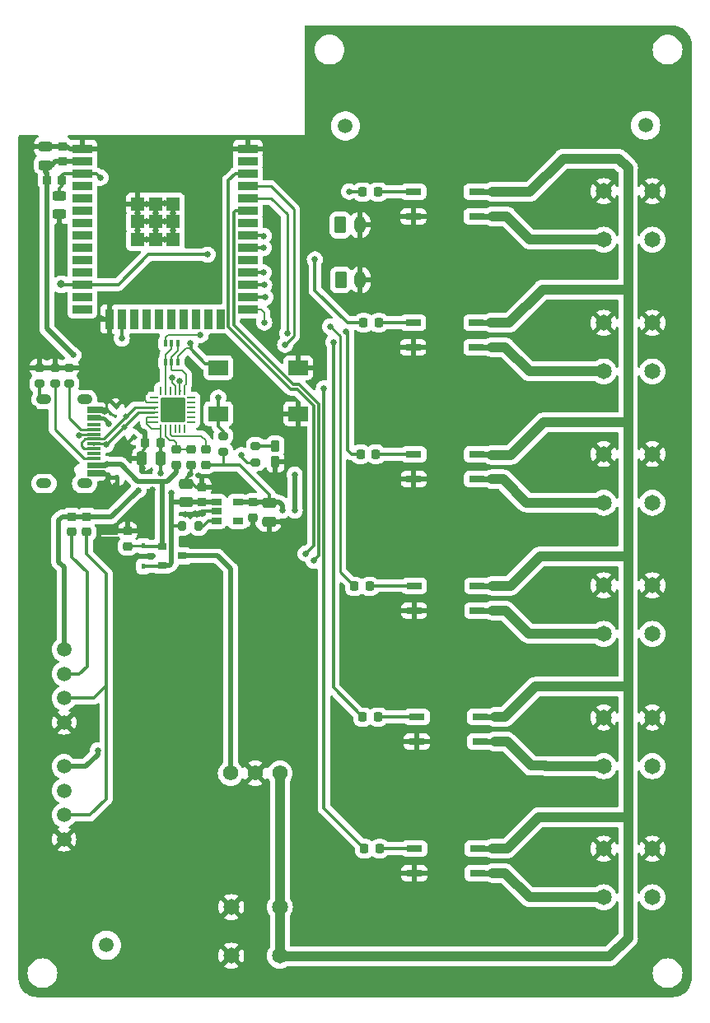
<source format=gbr>
G04 #@! TF.GenerationSoftware,KiCad,Pcbnew,7.0.2*
G04 #@! TF.CreationDate,2023-12-12T23:03:31+01:00*
G04 #@! TF.ProjectId,Harpe_ESP32,48617270-655f-4455-9350-33322e6b6963,rev?*
G04 #@! TF.SameCoordinates,Original*
G04 #@! TF.FileFunction,Copper,L1,Top*
G04 #@! TF.FilePolarity,Positive*
%FSLAX46Y46*%
G04 Gerber Fmt 4.6, Leading zero omitted, Abs format (unit mm)*
G04 Created by KiCad (PCBNEW 7.0.2) date 2023-12-12 23:03:31*
%MOMM*%
%LPD*%
G01*
G04 APERTURE LIST*
G04 Aperture macros list*
%AMRoundRect*
0 Rectangle with rounded corners*
0 $1 Rounding radius*
0 $2 $3 $4 $5 $6 $7 $8 $9 X,Y pos of 4 corners*
0 Add a 4 corners polygon primitive as box body*
4,1,4,$2,$3,$4,$5,$6,$7,$8,$9,$2,$3,0*
0 Add four circle primitives for the rounded corners*
1,1,$1+$1,$2,$3*
1,1,$1+$1,$4,$5*
1,1,$1+$1,$6,$7*
1,1,$1+$1,$8,$9*
0 Add four rect primitives between the rounded corners*
20,1,$1+$1,$2,$3,$4,$5,0*
20,1,$1+$1,$4,$5,$6,$7,0*
20,1,$1+$1,$6,$7,$8,$9,0*
20,1,$1+$1,$8,$9,$2,$3,0*%
%AMRotRect*
0 Rectangle, with rotation*
0 The origin of the aperture is its center*
0 $1 length*
0 $2 width*
0 $3 Rotation angle, in degrees counterclockwise*
0 Add horizontal line*
21,1,$1,$2,0,0,$3*%
G04 Aperture macros list end*
G04 #@! TA.AperFunction,SMDPad,CuDef*
%ADD10RoundRect,0.243750X0.456250X-0.243750X0.456250X0.243750X-0.456250X0.243750X-0.456250X-0.243750X0*%
G04 #@! TD*
G04 #@! TA.AperFunction,SMDPad,CuDef*
%ADD11RoundRect,0.218750X0.256250X-0.218750X0.256250X0.218750X-0.256250X0.218750X-0.256250X-0.218750X0*%
G04 #@! TD*
G04 #@! TA.AperFunction,SMDPad,CuDef*
%ADD12RoundRect,0.243750X-0.456250X0.243750X-0.456250X-0.243750X0.456250X-0.243750X0.456250X0.243750X0*%
G04 #@! TD*
G04 #@! TA.AperFunction,SMDPad,CuDef*
%ADD13RoundRect,0.250000X0.250000X0.475000X-0.250000X0.475000X-0.250000X-0.475000X0.250000X-0.475000X0*%
G04 #@! TD*
G04 #@! TA.AperFunction,SMDPad,CuDef*
%ADD14RoundRect,0.218750X0.218750X0.256250X-0.218750X0.256250X-0.218750X-0.256250X0.218750X-0.256250X0*%
G04 #@! TD*
G04 #@! TA.AperFunction,SMDPad,CuDef*
%ADD15RoundRect,0.218750X-0.256250X0.218750X-0.256250X-0.218750X0.256250X-0.218750X0.256250X0.218750X0*%
G04 #@! TD*
G04 #@! TA.AperFunction,SMDPad,CuDef*
%ADD16RoundRect,0.218750X-0.218750X-0.256250X0.218750X-0.256250X0.218750X0.256250X-0.218750X0.256250X0*%
G04 #@! TD*
G04 #@! TA.AperFunction,SMDPad,CuDef*
%ADD17R,2.000000X0.900000*%
G04 #@! TD*
G04 #@! TA.AperFunction,SMDPad,CuDef*
%ADD18R,0.900000X2.000000*%
G04 #@! TD*
G04 #@! TA.AperFunction,SMDPad,CuDef*
%ADD19R,1.330000X1.330000*%
G04 #@! TD*
G04 #@! TA.AperFunction,SMDPad,CuDef*
%ADD20RoundRect,0.062500X-0.350000X-0.062500X0.350000X-0.062500X0.350000X0.062500X-0.350000X0.062500X0*%
G04 #@! TD*
G04 #@! TA.AperFunction,SMDPad,CuDef*
%ADD21RoundRect,0.062500X-0.062500X-0.350000X0.062500X-0.350000X0.062500X0.350000X-0.062500X0.350000X0*%
G04 #@! TD*
G04 #@! TA.AperFunction,SMDPad,CuDef*
%ADD22RoundRect,0.250000X-1.050000X-1.050000X1.050000X-1.050000X1.050000X1.050000X-1.050000X1.050000X0*%
G04 #@! TD*
G04 #@! TA.AperFunction,SMDPad,CuDef*
%ADD23R,1.060000X0.650000*%
G04 #@! TD*
G04 #@! TA.AperFunction,SMDPad,CuDef*
%ADD24R,2.000000X1.500000*%
G04 #@! TD*
G04 #@! TA.AperFunction,SMDPad,CuDef*
%ADD25C,1.500000*%
G04 #@! TD*
G04 #@! TA.AperFunction,SMDPad,CuDef*
%ADD26R,0.450000X0.600000*%
G04 #@! TD*
G04 #@! TA.AperFunction,SMDPad,CuDef*
%ADD27R,0.400000X0.650000*%
G04 #@! TD*
G04 #@! TA.AperFunction,SMDPad,CuDef*
%ADD28R,0.900000X0.800000*%
G04 #@! TD*
G04 #@! TA.AperFunction,SMDPad,CuDef*
%ADD29R,0.420000X0.550000*%
G04 #@! TD*
G04 #@! TA.AperFunction,SMDPad,CuDef*
%ADD30RotRect,0.420000X0.550000X225.000000*%
G04 #@! TD*
G04 #@! TA.AperFunction,SMDPad,CuDef*
%ADD31RotRect,0.420000X0.550000X45.000000*%
G04 #@! TD*
G04 #@! TA.AperFunction,SMDPad,CuDef*
%ADD32R,1.450000X0.300000*%
G04 #@! TD*
G04 #@! TA.AperFunction,ComponentPad*
%ADD33RoundRect,0.500000X-0.300000X0.000000X-0.300000X0.000000X0.300000X0.000000X0.300000X0.000000X0*%
G04 #@! TD*
G04 #@! TA.AperFunction,SMDPad,CuDef*
%ADD34RoundRect,0.200000X-0.275000X0.200000X-0.275000X-0.200000X0.275000X-0.200000X0.275000X0.200000X0*%
G04 #@! TD*
G04 #@! TA.AperFunction,SMDPad,CuDef*
%ADD35RoundRect,0.212500X0.212500X-0.400000X0.212500X0.400000X-0.212500X0.400000X-0.212500X-0.400000X0*%
G04 #@! TD*
G04 #@! TA.AperFunction,SMDPad,CuDef*
%ADD36RoundRect,0.250000X0.475000X-0.250000X0.475000X0.250000X-0.475000X0.250000X-0.475000X-0.250000X0*%
G04 #@! TD*
G04 #@! TA.AperFunction,SMDPad,CuDef*
%ADD37RoundRect,0.250000X-0.475000X0.250000X-0.475000X-0.250000X0.475000X-0.250000X0.475000X0.250000X0*%
G04 #@! TD*
G04 #@! TA.AperFunction,ComponentPad*
%ADD38RoundRect,0.250000X-0.350000X-0.625000X0.350000X-0.625000X0.350000X0.625000X-0.350000X0.625000X0*%
G04 #@! TD*
G04 #@! TA.AperFunction,ComponentPad*
%ADD39O,1.200000X1.750000*%
G04 #@! TD*
G04 #@! TA.AperFunction,SMDPad,CuDef*
%ADD40R,1.650000X0.650000*%
G04 #@! TD*
G04 #@! TA.AperFunction,ComponentPad*
%ADD41C,1.500000*%
G04 #@! TD*
G04 #@! TA.AperFunction,ComponentPad*
%ADD42C,1.650000*%
G04 #@! TD*
G04 #@! TA.AperFunction,ComponentPad*
%ADD43C,1.575000*%
G04 #@! TD*
G04 #@! TA.AperFunction,SMDPad,CuDef*
%ADD44RoundRect,0.200000X0.200000X0.275000X-0.200000X0.275000X-0.200000X-0.275000X0.200000X-0.275000X0*%
G04 #@! TD*
G04 #@! TA.AperFunction,ViaPad*
%ADD45C,0.650000*%
G04 #@! TD*
G04 #@! TA.AperFunction,ViaPad*
%ADD46C,0.800000*%
G04 #@! TD*
G04 #@! TA.AperFunction,Conductor*
%ADD47C,1.000000*%
G04 #@! TD*
G04 #@! TA.AperFunction,Conductor*
%ADD48C,0.250000*%
G04 #@! TD*
G04 #@! TA.AperFunction,Conductor*
%ADD49C,0.300000*%
G04 #@! TD*
G04 #@! TA.AperFunction,Conductor*
%ADD50C,0.500000*%
G04 #@! TD*
G04 #@! TA.AperFunction,Conductor*
%ADD51C,0.200000*%
G04 #@! TD*
G04 #@! TA.AperFunction,Conductor*
%ADD52C,0.400000*%
G04 #@! TD*
G04 #@! TA.AperFunction,Conductor*
%ADD53C,0.600000*%
G04 #@! TD*
G04 APERTURE END LIST*
D10*
X99300000Y-83477500D03*
X99300000Y-81602500D03*
D11*
X101060000Y-83117500D03*
X101060000Y-81542500D03*
D12*
X100760000Y-86652500D03*
X100760000Y-88527500D03*
D13*
X111130000Y-113690000D03*
X109230000Y-113690000D03*
D14*
X111137500Y-112070000D03*
X109562500Y-112070000D03*
D11*
X115400000Y-118177500D03*
X115400000Y-116602500D03*
D15*
X120650000Y-118172500D03*
X120650000Y-119747500D03*
D16*
X99452500Y-85040000D03*
X101027500Y-85040000D03*
D14*
X133497500Y-86250000D03*
X131922500Y-86250000D03*
X133587500Y-99690000D03*
X132012500Y-99690000D03*
X133267500Y-113230000D03*
X131692500Y-113230000D03*
X132637500Y-126820000D03*
X131062500Y-126820000D03*
X133487500Y-140260000D03*
X131912500Y-140260000D03*
X133657500Y-153800000D03*
X132082500Y-153800000D03*
D15*
X112760000Y-112732500D03*
X112760000Y-114307500D03*
D11*
X114270000Y-114317500D03*
X114270000Y-112742500D03*
D15*
X115770000Y-112742500D03*
X115770000Y-114317500D03*
D17*
X103110000Y-81810000D03*
X103110000Y-83080000D03*
X103110000Y-84350000D03*
X103110000Y-85620000D03*
X103110000Y-86890000D03*
X103110000Y-88160000D03*
X103110000Y-89430000D03*
X103110000Y-90700000D03*
X103110000Y-91970000D03*
X103110000Y-93240000D03*
X103110000Y-94510000D03*
X103110000Y-95780000D03*
X103110000Y-97050000D03*
X103110000Y-98320000D03*
D18*
X105895000Y-99320000D03*
X107165000Y-99320000D03*
X108435000Y-99320000D03*
X109705000Y-99320000D03*
X110975000Y-99320000D03*
X112245000Y-99320000D03*
X113515000Y-99320000D03*
X114785000Y-99320000D03*
X116055000Y-99320000D03*
X117325000Y-99320000D03*
D17*
X120110000Y-98320000D03*
X120110000Y-97050000D03*
X120110000Y-95780000D03*
X120110000Y-94510000D03*
X120110000Y-93240000D03*
X120110000Y-91970000D03*
X120110000Y-90700000D03*
X120110000Y-89430000D03*
X120110000Y-88160000D03*
X120110000Y-86890000D03*
X120110000Y-85620000D03*
X120110000Y-84350000D03*
X120110000Y-83080000D03*
X120110000Y-81810000D03*
D19*
X108775000Y-87475000D03*
X108775000Y-89310000D03*
X108775000Y-91145000D03*
X110610000Y-91145000D03*
X110610000Y-89310000D03*
X110610000Y-87475000D03*
X112445000Y-87475000D03*
X112445000Y-89310000D03*
X112445000Y-91145000D03*
D20*
X110442500Y-107410000D03*
X110442500Y-107910000D03*
X110442500Y-108410000D03*
X110442500Y-108910000D03*
X110442500Y-109410000D03*
X110442500Y-109910000D03*
D21*
X111130000Y-110597500D03*
X111630000Y-110597500D03*
X112130000Y-110597500D03*
X112630000Y-110597500D03*
X113130000Y-110597500D03*
X113630000Y-110597500D03*
D20*
X114317500Y-109910000D03*
X114317500Y-109410000D03*
X114317500Y-108910000D03*
X114317500Y-108410000D03*
X114317500Y-107910000D03*
X114317500Y-107410000D03*
D21*
X113630000Y-106722500D03*
X113130000Y-106722500D03*
X112630000Y-106722500D03*
X112130000Y-106722500D03*
X111630000Y-106722500D03*
X111130000Y-106722500D03*
D22*
X112380000Y-108660000D03*
D23*
X116880000Y-118170000D03*
X116880000Y-119120000D03*
X116880000Y-120070000D03*
X119080000Y-120070000D03*
X119080000Y-118170000D03*
D24*
X117100000Y-104320000D03*
X125300000Y-104320000D03*
D25*
X130140000Y-79460000D03*
X105590000Y-163740000D03*
X161010000Y-79390000D03*
D11*
X103540000Y-121227500D03*
X103540000Y-119652500D03*
X102010000Y-121227500D03*
X102010000Y-119652500D03*
D26*
X109370000Y-124760000D03*
X109370000Y-122660000D03*
D27*
X112930000Y-101840000D03*
X112280000Y-101840000D03*
X111630000Y-101840000D03*
X111630000Y-103740000D03*
X112280000Y-103740000D03*
X112930000Y-103740000D03*
D28*
X111320000Y-122740000D03*
X111320000Y-124640000D03*
X113320000Y-123690000D03*
D11*
X107760000Y-122717500D03*
X107760000Y-121142500D03*
D29*
X106700000Y-114240000D03*
X106700000Y-115640000D03*
D30*
X107554975Y-109314975D03*
X106565025Y-108325025D03*
D31*
X107425025Y-110445025D03*
X108414975Y-111434975D03*
D32*
X104260000Y-108520000D03*
X104260000Y-109320000D03*
X104260000Y-110670000D03*
X104260000Y-111670000D03*
X104260000Y-112170000D03*
X104260000Y-113170000D03*
X104260000Y-114520000D03*
X104260000Y-115320000D03*
X104260000Y-115020000D03*
X104260000Y-114220000D03*
X104260000Y-113670000D03*
X104260000Y-112670000D03*
X104260000Y-111170000D03*
X104260000Y-110170000D03*
X104260000Y-109620000D03*
X104260000Y-108820000D03*
D33*
X103340000Y-107600000D03*
X99160000Y-107600000D03*
X103340000Y-116240000D03*
X99160000Y-116240000D03*
D34*
X98680000Y-104315000D03*
X98680000Y-105965000D03*
X101790000Y-104315000D03*
X101790000Y-105965000D03*
X100270000Y-104315000D03*
X100270000Y-105965000D03*
D35*
X122940000Y-114022500D03*
X122940000Y-112397500D03*
D34*
X120920000Y-112395000D03*
X120920000Y-114045000D03*
D36*
X113750000Y-118160000D03*
X113750000Y-116260000D03*
D37*
X122300000Y-118260000D03*
X122300000Y-120160000D03*
D34*
X117580000Y-111335000D03*
X117580000Y-112985000D03*
D38*
X129620000Y-89640000D03*
D39*
X131620000Y-89640000D03*
D24*
X117090000Y-109060000D03*
X125290000Y-109060000D03*
D40*
X137200000Y-126760000D03*
X137200000Y-129300000D03*
X143700000Y-129300000D03*
X143700000Y-126760000D03*
D41*
X101230000Y-133320000D03*
X101230000Y-135820000D03*
X101230000Y-138320000D03*
X101230000Y-140820000D03*
D38*
X129660000Y-95290000D03*
D39*
X131660000Y-95290000D03*
D42*
X118400000Y-164810000D03*
X118400000Y-159810000D03*
X123400000Y-164810000D03*
X123400000Y-159810000D03*
X161700000Y-118210000D03*
X156700000Y-118210000D03*
X161700000Y-113210000D03*
X156700000Y-113210000D03*
X161700000Y-145310000D03*
X156700000Y-145310000D03*
X161700000Y-140310000D03*
X156700000Y-140310000D03*
D40*
X137100000Y-99680000D03*
X137100000Y-102220000D03*
X143600000Y-102220000D03*
X143600000Y-99680000D03*
D42*
X161700000Y-104710000D03*
X156700000Y-104710000D03*
X161700000Y-99710000D03*
X156700000Y-99710000D03*
X161700000Y-158810000D03*
X156700000Y-158810000D03*
X161700000Y-153810000D03*
X156700000Y-153810000D03*
D43*
X123410000Y-146035000D03*
X120870000Y-146035000D03*
X118330000Y-146035000D03*
D40*
X137120000Y-86220000D03*
X137120000Y-88760000D03*
X143620000Y-88760000D03*
X143620000Y-86220000D03*
D42*
X161700000Y-131710000D03*
X156700000Y-131710000D03*
X161700000Y-126710000D03*
X156700000Y-126710000D03*
D40*
X137170000Y-113250000D03*
X137170000Y-115790000D03*
X143670000Y-115790000D03*
X143670000Y-113250000D03*
X137480000Y-140250000D03*
X137480000Y-142790000D03*
X143980000Y-142790000D03*
X143980000Y-140250000D03*
X137230000Y-153800000D03*
X137230000Y-156340000D03*
X143730000Y-156340000D03*
X143730000Y-153800000D03*
D41*
X101220000Y-145340000D03*
X101220000Y-147840000D03*
X101220000Y-150340000D03*
X101220000Y-152840000D03*
D42*
X161700000Y-91160000D03*
X156700000Y-91160000D03*
X161700000Y-86160000D03*
X156700000Y-86160000D03*
D44*
X115025000Y-120610000D03*
X113375000Y-120610000D03*
D45*
X164860000Y-128170000D03*
X135900000Y-142800000D03*
X121440000Y-107750000D03*
X135600000Y-115810000D03*
X100740000Y-89560000D03*
X106520000Y-116460000D03*
X164860000Y-95450000D03*
X160700000Y-167750000D03*
X98070000Y-123220000D03*
X164860000Y-103170000D03*
X110860000Y-167750000D03*
X98100000Y-111010000D03*
X127300000Y-78110000D03*
X98070000Y-95720000D03*
X98070000Y-145410000D03*
X164860000Y-90450000D03*
X101720000Y-166090000D03*
X109700000Y-89310000D03*
X108780000Y-90230000D03*
X164860000Y-75450000D03*
X135560000Y-102210000D03*
X164860000Y-135920000D03*
X109690000Y-87460000D03*
X140700000Y-167750000D03*
X115860000Y-167750000D03*
X98070000Y-160410000D03*
X164860000Y-118170000D03*
X105010000Y-99290000D03*
X143200000Y-167750000D03*
X154080000Y-70710000D03*
X125750000Y-82230000D03*
X116460000Y-82230000D03*
X98070000Y-147910000D03*
X125860000Y-167750000D03*
X98070000Y-140410000D03*
X128360000Y-167750000D03*
X160630000Y-165750000D03*
X110400000Y-96310000D03*
X148200000Y-167750000D03*
X118960000Y-103910000D03*
X109250000Y-114700000D03*
X164860000Y-130670000D03*
X112440000Y-88420000D03*
X104880000Y-81820000D03*
X98070000Y-98220000D03*
X109720000Y-101820000D03*
X146580000Y-70710000D03*
X164860000Y-150670000D03*
X103360000Y-167750000D03*
X111460000Y-82230000D03*
X108960000Y-82230000D03*
X107770000Y-120120000D03*
X105400749Y-108819987D03*
X98070000Y-118220000D03*
X164860000Y-123170000D03*
X160090000Y-73470000D03*
X98070000Y-155410000D03*
X98070000Y-137910000D03*
X123540000Y-120190000D03*
X110610000Y-90210000D03*
X111530000Y-91140000D03*
X109480000Y-110980000D03*
X115130000Y-119360000D03*
X98070000Y-85720000D03*
X164860000Y-92950000D03*
X105860000Y-167750000D03*
X135530000Y-88750000D03*
X139080000Y-70710000D03*
X135860000Y-167750000D03*
X164860000Y-85450000D03*
X108350000Y-167730000D03*
X155700000Y-167750000D03*
X120600000Y-120609990D03*
X118360000Y-167750000D03*
X164860000Y-140450000D03*
X159080000Y-70710000D03*
X105730000Y-115480002D03*
X162430000Y-164090000D03*
X109520866Y-106899134D03*
X153200000Y-167750000D03*
X164860000Y-153170000D03*
X98100000Y-113510000D03*
X98070000Y-132910000D03*
X164860000Y-145450000D03*
X151580000Y-70710000D03*
X164860000Y-120670000D03*
X98070000Y-120720000D03*
X98070000Y-93220000D03*
X111530000Y-87410000D03*
X164860000Y-108170000D03*
X100150000Y-164060000D03*
X130860000Y-167750000D03*
X164860000Y-77950000D03*
X98070000Y-142910000D03*
X98070000Y-152910000D03*
X164860000Y-115670000D03*
X98100000Y-108510000D03*
X98070000Y-130410000D03*
X108780000Y-88400000D03*
X115350000Y-115620000D03*
X164860000Y-87950000D03*
X164860000Y-113170000D03*
X110620000Y-88390000D03*
X106460000Y-82230000D03*
X150700000Y-167750000D03*
X144080000Y-70710000D03*
X164860000Y-158170000D03*
X156580000Y-70710000D03*
X164860000Y-142950000D03*
X131580000Y-70710000D03*
X162120000Y-74780000D03*
X114230000Y-115280000D03*
X164860000Y-125670000D03*
X112450000Y-90220000D03*
X164860000Y-100450000D03*
X98070000Y-157910000D03*
D46*
X112370000Y-109340000D03*
D45*
X98070000Y-88220000D03*
X149080000Y-70710000D03*
X158200000Y-167750000D03*
D46*
X112380000Y-107960000D03*
D45*
X98100000Y-81590000D03*
X164860000Y-82950000D03*
X135630000Y-129310000D03*
X135620000Y-156310000D03*
X98070000Y-128220000D03*
X125320000Y-102800000D03*
X136580000Y-70710000D03*
X98070000Y-100720000D03*
X98070000Y-125720000D03*
X118370000Y-116030000D03*
X98070000Y-162910000D03*
X120860000Y-167750000D03*
X141580000Y-70710000D03*
X113650000Y-119380000D03*
X121690000Y-81840000D03*
X134080000Y-70710000D03*
X164860000Y-147950000D03*
X118110000Y-81900000D03*
X98070000Y-150410000D03*
X130430000Y-73380000D03*
X164860000Y-155670000D03*
X111540000Y-89290000D03*
X164860000Y-138170000D03*
X133360000Y-167750000D03*
X164860000Y-97950000D03*
X164860000Y-105670000D03*
X113960000Y-82230000D03*
X113360000Y-167750000D03*
X110270000Y-116880000D03*
X164860000Y-80450000D03*
X98070000Y-135410000D03*
X98660000Y-103120000D03*
X164860000Y-160670000D03*
X123360000Y-167750000D03*
X98070000Y-90720000D03*
X164860000Y-110670000D03*
X145700000Y-167750000D03*
X138360000Y-167750000D03*
X127280000Y-74680000D03*
X164860000Y-163170000D03*
X109700000Y-91120000D03*
X164860000Y-133170000D03*
X116280000Y-88850000D03*
X108850000Y-116920000D03*
X123650000Y-119010000D03*
X102159627Y-103030373D03*
X111130000Y-115149998D03*
X124930000Y-119010000D03*
X104680000Y-143680000D03*
X124910000Y-115320000D03*
X114200000Y-101780000D03*
X104960000Y-84780000D03*
X105850000Y-110080000D03*
X105660000Y-114260000D03*
X121790000Y-99670000D03*
X115250000Y-100949998D03*
X126060000Y-123450000D03*
X112344365Y-105352302D03*
X124149996Y-100800000D03*
X126860000Y-124200000D03*
X113120000Y-105700000D03*
X123950000Y-101950000D03*
X107150000Y-101330000D03*
X127940000Y-106460000D03*
X128890000Y-101700000D03*
X121900000Y-97090000D03*
X128580000Y-100090000D03*
X121790000Y-95830000D03*
X130230000Y-100630000D03*
X121740000Y-94550000D03*
X121750000Y-92010000D03*
X127010000Y-93200000D03*
X130535000Y-86215000D03*
X121740002Y-90760000D03*
X112279993Y-117174976D03*
X102772199Y-111297978D03*
X105571224Y-112251122D03*
X119440000Y-113330000D03*
X115980000Y-92700000D03*
D46*
X100930000Y-95740000D03*
D45*
X117060000Y-107419998D03*
D47*
X149100000Y-86230000D02*
X145250000Y-86230000D01*
X152520000Y-82810000D02*
X149100000Y-86230000D01*
X158220000Y-82810000D02*
X152520000Y-82810000D01*
X123500000Y-164910000D02*
X157300000Y-164910000D01*
X157300000Y-164910000D02*
X159200000Y-163010000D01*
X123410000Y-164820000D02*
X123500000Y-164910000D01*
X159200000Y-83790000D02*
X158220000Y-82810000D01*
X123410000Y-146035000D02*
X123410000Y-164820000D01*
X159200000Y-163010000D02*
X159200000Y-83790000D01*
D48*
X109562500Y-112537500D02*
X109230000Y-112870000D01*
D49*
X114480000Y-116260000D02*
X114822500Y-116602500D01*
X114822500Y-116602500D02*
X115400000Y-116602500D01*
X115370000Y-119120000D02*
X115130000Y-119360000D01*
X115130000Y-119360000D02*
X114880000Y-119610000D01*
X113750000Y-116260000D02*
X113750000Y-115760000D01*
X115350000Y-115620000D02*
X115000000Y-115270000D01*
D50*
X101060000Y-81542500D02*
X101535000Y-81542500D01*
D49*
X109592500Y-110982500D02*
X109410000Y-110800000D01*
X116880000Y-119120000D02*
X115370000Y-119120000D01*
X106700000Y-115640000D02*
X106700000Y-116280000D01*
D50*
X103075000Y-81820000D02*
X103100000Y-81845000D01*
D49*
X105730000Y-115410000D02*
X105730000Y-115480002D01*
D50*
X100267500Y-81542500D02*
X101060000Y-81542500D01*
D51*
X109520866Y-107680866D02*
X109520866Y-106899134D01*
D49*
X104260000Y-108820000D02*
X105400736Y-108820000D01*
X104260000Y-108520000D02*
X105100762Y-108520000D01*
X114270000Y-114317500D02*
X114270000Y-115240000D01*
X104260000Y-115320000D02*
X105640000Y-115320000D01*
D51*
X109750000Y-107910000D02*
X109520866Y-107680866D01*
D50*
X100207500Y-81602500D02*
X100267500Y-81542500D01*
D49*
X105730000Y-115480002D02*
X105640000Y-115390002D01*
D48*
X109230000Y-112870000D02*
X109230000Y-113690000D01*
D51*
X109420000Y-106869619D02*
X109449515Y-106899134D01*
D52*
X105895000Y-99320000D02*
X105895000Y-97895000D01*
D50*
X101812500Y-81820000D02*
X103075000Y-81820000D01*
D48*
X109562500Y-112070000D02*
X109562500Y-112537500D01*
D50*
X101535000Y-81542500D02*
X101812500Y-81820000D01*
D49*
X105100762Y-108520000D02*
X105400749Y-108819987D01*
X105400736Y-108820000D02*
X105400749Y-108819987D01*
X105640000Y-115320000D02*
X105730000Y-115410000D01*
D48*
X120600000Y-119797500D02*
X120650000Y-119747500D01*
D49*
X113750000Y-115760000D02*
X114230000Y-115280000D01*
X114270000Y-115240000D02*
X114230000Y-115280000D01*
X104260000Y-115020000D02*
X105269998Y-115020000D01*
X113750000Y-116260000D02*
X114480000Y-116260000D01*
D50*
X99300000Y-81602500D02*
X100207500Y-81602500D01*
D49*
X105640000Y-115390002D02*
X105640000Y-115320000D01*
X106700000Y-116280000D02*
X106520000Y-116460000D01*
X105269998Y-115020000D02*
X105730000Y-115480002D01*
X120600000Y-119797500D02*
X120600000Y-120609990D01*
D51*
X109449515Y-106899134D02*
X109520866Y-106899134D01*
D49*
X109592500Y-112060000D02*
X109592500Y-110982500D01*
D52*
X105895000Y-97895000D02*
X106410000Y-97380000D01*
D51*
X110442500Y-107910000D02*
X109750000Y-107910000D01*
D50*
X104680000Y-144100000D02*
X103440000Y-145340000D01*
D51*
X110442500Y-109910000D02*
X109760000Y-109910000D01*
D50*
X102010000Y-119652500D02*
X106087500Y-119652500D01*
D49*
X111130000Y-112022500D02*
X111130000Y-115149998D01*
D51*
X109680000Y-109880000D02*
X109680000Y-109830000D01*
D50*
X100330000Y-83110000D02*
X99962500Y-83477500D01*
D51*
X109750000Y-109410000D02*
X110442500Y-109410000D01*
D50*
X99300000Y-83477500D02*
X99452500Y-83630000D01*
D51*
X109680000Y-110100000D02*
X109680000Y-109880000D01*
D50*
X120650000Y-118172500D02*
X123362500Y-118172500D01*
X102159627Y-103030373D02*
X99452500Y-100323246D01*
X99300000Y-84160000D02*
X99452500Y-84312500D01*
X108820000Y-116920000D02*
X108850000Y-116920000D01*
X101037500Y-119652500D02*
X102010000Y-119652500D01*
X99300000Y-83477500D02*
X99300000Y-84160000D01*
X124930000Y-119010000D02*
X124930000Y-115340000D01*
X99962500Y-83477500D02*
X99300000Y-83477500D01*
D51*
X109680000Y-109480000D02*
X109750000Y-109410000D01*
D49*
X119257500Y-114317500D02*
X122300000Y-117360000D01*
D50*
X101230000Y-124870000D02*
X100650000Y-124290000D01*
D48*
X117580000Y-112985000D02*
X117580000Y-114317500D01*
D50*
X103440000Y-145340000D02*
X101220000Y-145340000D01*
X121110000Y-118170000D02*
X121150000Y-118210000D01*
X100650000Y-124290000D02*
X100650000Y-120040000D01*
D51*
X110177500Y-110597500D02*
X109680000Y-110100000D01*
D50*
X123650000Y-118460000D02*
X123650000Y-119010000D01*
X99452500Y-100323246D02*
X99452500Y-85040000D01*
X99452500Y-84312500D02*
X99452500Y-85040000D01*
X101060000Y-83102500D02*
X101052500Y-83110000D01*
X104680000Y-143680000D02*
X104680000Y-144100000D01*
X103097500Y-83117500D02*
X103100000Y-83115000D01*
X101052500Y-83110000D02*
X100330000Y-83110000D01*
X101060000Y-83117500D02*
X103097500Y-83117500D01*
D51*
X111130000Y-110597500D02*
X111130000Y-112022500D01*
D50*
X106087500Y-119652500D02*
X108820000Y-116920000D01*
X123362500Y-118172500D02*
X123650000Y-118460000D01*
D49*
X117580000Y-114317500D02*
X119257500Y-114317500D01*
D51*
X111130000Y-110597500D02*
X110177500Y-110597500D01*
D49*
X115770000Y-114317500D02*
X117580000Y-114317500D01*
D51*
X109760000Y-109910000D02*
X109680000Y-109880000D01*
D50*
X119080000Y-118170000D02*
X121110000Y-118170000D01*
D49*
X122300000Y-117360000D02*
X122300000Y-118260000D01*
D51*
X109680000Y-109830000D02*
X109680000Y-109720000D01*
D50*
X101230000Y-133320000D02*
X101230000Y-124870000D01*
D51*
X109680000Y-109720000D02*
X109680000Y-109480000D01*
D50*
X124930000Y-115340000D02*
X124910000Y-115320000D01*
X100650000Y-120040000D02*
X101037500Y-119652500D01*
D49*
X101027500Y-85632500D02*
X101027500Y-85040000D01*
X115750000Y-103900000D02*
X114240000Y-102390000D01*
X104565000Y-84385000D02*
X103100000Y-84385000D01*
X114240000Y-102390000D02*
X114240000Y-101820000D01*
X100760000Y-86652500D02*
X100760000Y-85900000D01*
D51*
X113780000Y-102320000D02*
X114240000Y-102320000D01*
D49*
X101205000Y-84385000D02*
X103100000Y-84385000D01*
X117100000Y-103900000D02*
X115750000Y-103900000D01*
X100760000Y-85900000D02*
X101027500Y-85632500D01*
X101027500Y-85040000D02*
X101027500Y-84562500D01*
X114240000Y-101820000D02*
X114200000Y-101780000D01*
D51*
X112930000Y-103740000D02*
X112930000Y-103170000D01*
D49*
X101027500Y-84562500D02*
X101205000Y-84385000D01*
X104960000Y-84780000D02*
X104565000Y-84385000D01*
D51*
X112930000Y-103170000D02*
X113780000Y-102320000D01*
D49*
X104260000Y-114220000D02*
X105620000Y-114220000D01*
D52*
X105850000Y-110080000D02*
X105364988Y-109594988D01*
D49*
X111320000Y-122740000D02*
X109450000Y-122740000D01*
X105364988Y-109594988D02*
X104285012Y-109594988D01*
D50*
X111320000Y-122740000D02*
X111320000Y-116050000D01*
D49*
X109450000Y-122740000D02*
X109370000Y-122660000D01*
D48*
X109370000Y-122660000D02*
X107817500Y-122660000D01*
D50*
X105620000Y-114260000D02*
X105460010Y-114419990D01*
D49*
X104285012Y-109594988D02*
X104260000Y-109620000D01*
D50*
X111814998Y-116015002D02*
X108805002Y-116015002D01*
X107050000Y-114260000D02*
X105660000Y-114260000D01*
D49*
X105620000Y-114220000D02*
X105660000Y-114260000D01*
D48*
X107817500Y-122660000D02*
X107760000Y-122717500D01*
D49*
X104260000Y-109320000D02*
X104901760Y-109320000D01*
D50*
X108805002Y-116015002D02*
X107050000Y-114260000D01*
D49*
X104901760Y-109320000D02*
X105076748Y-109494988D01*
X105076748Y-109494988D02*
X105264988Y-109494988D01*
X111320000Y-116050000D02*
X111390000Y-115980000D01*
D50*
X112760000Y-115070000D02*
X111814998Y-116015002D01*
D49*
X109370000Y-122660000D02*
X109310000Y-122720000D01*
D50*
X105460010Y-114419990D02*
X104260000Y-114419990D01*
X105660000Y-114260000D02*
X105620000Y-114260000D01*
X112760000Y-114307500D02*
X112760000Y-115070000D01*
D49*
X105264988Y-109494988D02*
X105364988Y-109594988D01*
D50*
X112732500Y-114280000D02*
X112760000Y-114307500D01*
D51*
X112280000Y-101840000D02*
X112280000Y-102365000D01*
X112280000Y-102365000D02*
X111630000Y-103015000D01*
X111630000Y-106722500D02*
X111630000Y-106310000D01*
X111630000Y-103215000D02*
X111630000Y-103740000D01*
X111630000Y-103015000D02*
X111630000Y-103215000D01*
X111630000Y-106722500D02*
X111630000Y-103740000D01*
X112370000Y-104600000D02*
X112280000Y-104510000D01*
X112370000Y-104600000D02*
X113330000Y-104600000D01*
X112280000Y-104510000D02*
X112280000Y-103740000D01*
X112280000Y-103740000D02*
X112280000Y-103215000D01*
X113630000Y-106152002D02*
X113630000Y-106722500D01*
X112930000Y-102565000D02*
X112930000Y-102365000D01*
X112930000Y-102365000D02*
X112930000Y-101840000D01*
X113330000Y-104600000D02*
X113770001Y-105040001D01*
X112280000Y-103215000D02*
X112930000Y-102565000D01*
X113770001Y-105040001D02*
X113770001Y-106012001D01*
X113770001Y-106012001D02*
X113630000Y-106152002D01*
X111630000Y-101840000D02*
X111630000Y-101200000D01*
X121495000Y-98355000D02*
X120100000Y-98355000D01*
X121790000Y-99210381D02*
X121780000Y-99200381D01*
X114790381Y-100949998D02*
X115250000Y-100949998D01*
X121780000Y-99200381D02*
X121780000Y-98640000D01*
X121790000Y-99670000D02*
X121790000Y-99210381D01*
X121780000Y-98640000D02*
X121495000Y-98355000D01*
X111880002Y-100949998D02*
X114790381Y-100949998D01*
X111630000Y-101200000D02*
X111880002Y-100949998D01*
D49*
X102010000Y-123790000D02*
X103570000Y-125350000D01*
X102790000Y-135820000D02*
X101230000Y-135820000D01*
X118810000Y-84350000D02*
X118125000Y-85035000D01*
X126900000Y-122610000D02*
X126060000Y-123450000D01*
X118125000Y-100105000D02*
X124545000Y-106525000D01*
X103570000Y-125350000D02*
X103570000Y-135040000D01*
X125165000Y-106525000D02*
X126900000Y-108260000D01*
X118125000Y-85035000D02*
X118125000Y-100105000D01*
X126900000Y-108260000D02*
X126900000Y-122610000D01*
X124545000Y-106525000D02*
X125165000Y-106525000D01*
X103570000Y-135040000D02*
X102790000Y-135820000D01*
X120110000Y-84350000D02*
X118810000Y-84350000D01*
X102010000Y-121227500D02*
X102010000Y-123790000D01*
D48*
X124149996Y-100340381D02*
X124149996Y-100800000D01*
D51*
X112630000Y-106172002D02*
X112344365Y-105886367D01*
D48*
X120100000Y-86925000D02*
X122525000Y-86925000D01*
D51*
X112344365Y-105886367D02*
X112344365Y-105352302D01*
X112630000Y-106722500D02*
X112630000Y-106172002D01*
D48*
X122525000Y-86925000D02*
X124149996Y-88549996D01*
X124149996Y-88549996D02*
X124149996Y-100340381D01*
D49*
X105570000Y-137040000D02*
X105570000Y-148670000D01*
X118650000Y-88320000D02*
X118650000Y-99923598D01*
X127430000Y-123630000D02*
X126860000Y-124200000D01*
X103900000Y-150340000D02*
X101220000Y-150340000D01*
X127430000Y-108083599D02*
X127430000Y-123630000D01*
X105570000Y-125530000D02*
X105570000Y-137040000D01*
X103540000Y-123500000D02*
X105570000Y-125530000D01*
X125371901Y-106025499D02*
X127430000Y-108083599D01*
X105570000Y-148670000D02*
X103900000Y-150340000D01*
X124751901Y-106025499D02*
X125371901Y-106025499D01*
X105570000Y-137040000D02*
X104290000Y-138320000D01*
X118810000Y-88160000D02*
X118650000Y-88320000D01*
X103540000Y-121227500D02*
X103540000Y-123500000D01*
X118650000Y-99923598D02*
X124751901Y-106025499D01*
X120110000Y-88160000D02*
X118810000Y-88160000D01*
X104290000Y-138320000D02*
X101230000Y-138320000D01*
D48*
X104260000Y-110670000D02*
X102940000Y-110670000D01*
X102940000Y-110670000D02*
X101790000Y-109520000D01*
X101790000Y-109520000D02*
X101790000Y-105965000D01*
D51*
X113130000Y-106650000D02*
X113130000Y-105880000D01*
D48*
X122455000Y-85655000D02*
X124824999Y-88024999D01*
X113130000Y-105880000D02*
X113130000Y-105710000D01*
X124824999Y-101075001D02*
X124274999Y-101625001D01*
X120100000Y-85655000D02*
X122455000Y-85655000D01*
X113130000Y-105710000D02*
X113120000Y-105700000D01*
X113130000Y-106722500D02*
X113130000Y-106650000D01*
X124274999Y-101625001D02*
X123950000Y-101950000D01*
X124824999Y-88024999D02*
X124824999Y-101075001D01*
X103299998Y-113670000D02*
X100285010Y-110655012D01*
X100285010Y-110655012D02*
X100285010Y-105980010D01*
X100285010Y-105980010D02*
X100270000Y-105965000D01*
X104260000Y-113670000D02*
X103299998Y-113670000D01*
D49*
X98680000Y-107120000D02*
X99160000Y-107600000D01*
X98680000Y-105965000D02*
X98680000Y-107120000D01*
D51*
X111630000Y-110597500D02*
X111630000Y-111350000D01*
X112040000Y-111760000D02*
X112510000Y-111760000D01*
X112510000Y-111760000D02*
X112760000Y-112010000D01*
X111630000Y-111350000D02*
X112040000Y-111760000D01*
X114260000Y-112732500D02*
X114270000Y-112742500D01*
X112760000Y-112010000D02*
X112760000Y-112732500D01*
X112760000Y-112732500D02*
X114260000Y-112732500D01*
X111630000Y-110597500D02*
X111630000Y-111010000D01*
X115770000Y-111830000D02*
X115770000Y-112742500D01*
X115299990Y-111359990D02*
X115770000Y-111830000D01*
X112130000Y-110597500D02*
X112130000Y-111190000D01*
X112130000Y-111190000D02*
X112299990Y-111359990D01*
X112299990Y-111359990D02*
X115299990Y-111359990D01*
D49*
X107155000Y-99355000D02*
X107150000Y-99360000D01*
X127940000Y-149657500D02*
X127940000Y-106460000D01*
X132082500Y-153800000D02*
X127940000Y-149657500D01*
X107150000Y-99360000D02*
X107150000Y-100870381D01*
X107150000Y-100870381D02*
X107150000Y-101330000D01*
X131912500Y-140260000D02*
X128890000Y-137237500D01*
X120100000Y-97085000D02*
X121895000Y-97085000D01*
X121895000Y-97085000D02*
X121900000Y-97090000D01*
X128890000Y-137237500D02*
X128890000Y-101700000D01*
D48*
X129570000Y-125327500D02*
X129570000Y-101080000D01*
X129570000Y-101080000D02*
X128580000Y-100090000D01*
D49*
X121775000Y-95815000D02*
X121790000Y-95830000D01*
D48*
X131062500Y-126820000D02*
X129570000Y-125327500D01*
D49*
X120100000Y-95815000D02*
X121775000Y-95815000D01*
X130230000Y-100630000D02*
X130360000Y-100760000D01*
X121735000Y-94545000D02*
X121740000Y-94550000D01*
X130770000Y-113210000D02*
X131672500Y-113210000D01*
X131672500Y-113210000D02*
X131692500Y-113230000D01*
X130360000Y-112800000D02*
X130770000Y-113210000D01*
X120100000Y-94545000D02*
X121735000Y-94545000D01*
X130360000Y-100760000D02*
X130360000Y-112800000D01*
X131882500Y-99690000D02*
X130352500Y-99690000D01*
X127010000Y-96347500D02*
X127010000Y-93200000D01*
X130352500Y-99690000D02*
X127010000Y-96347500D01*
X121745000Y-92005000D02*
X121750000Y-92010000D01*
X120100000Y-92005000D02*
X121745000Y-92005000D01*
X132012500Y-99820000D02*
X131882500Y-99690000D01*
X121715002Y-90735000D02*
X121740002Y-90760000D01*
X120100000Y-90735000D02*
X121715002Y-90735000D01*
X130570000Y-86250000D02*
X130535000Y-86215000D01*
X131922500Y-86250000D02*
X130570000Y-86250000D01*
X133497500Y-86250000D02*
X137040000Y-86250000D01*
X137040000Y-86250000D02*
X137120000Y-86170000D01*
X133587500Y-99820000D02*
X133727500Y-99680000D01*
X133727500Y-99680000D02*
X137100000Y-99680000D01*
X133267500Y-113290000D02*
X133307500Y-113250000D01*
X133307500Y-113250000D02*
X137170000Y-113250000D01*
X132697500Y-126760000D02*
X137200000Y-126760000D01*
X132637500Y-126820000D02*
X132697500Y-126760000D01*
X133487500Y-140260000D02*
X137470000Y-140260000D01*
X137470000Y-140260000D02*
X137480000Y-140250000D01*
X136340000Y-153790000D02*
X136350000Y-153800000D01*
X133657500Y-153800000D02*
X137230000Y-153800000D01*
X113375000Y-120610000D02*
X112400000Y-120610000D01*
D50*
X112280000Y-124400000D02*
X112280000Y-122260000D01*
X112280000Y-120490000D02*
X112280000Y-118000000D01*
X112280000Y-118000000D02*
X112280000Y-117174983D01*
X111320000Y-124640000D02*
X112040000Y-124640000D01*
X112450000Y-118170000D02*
X112280000Y-118000000D01*
D49*
X111200000Y-124760000D02*
X111320000Y-124640000D01*
D48*
X112290000Y-122250000D02*
X112280000Y-122260000D01*
D50*
X112280000Y-120760000D02*
X112280000Y-120490000D01*
X112040000Y-124640000D02*
X112280000Y-124400000D01*
D49*
X112400000Y-120610000D02*
X112280000Y-120490000D01*
D50*
X112280000Y-122260000D02*
X112280000Y-120760000D01*
X116880000Y-118170000D02*
X112450000Y-118170000D01*
X112280000Y-117174983D02*
X112279993Y-117174976D01*
D49*
X109370000Y-124760000D02*
X111200000Y-124760000D01*
D47*
X147000000Y-99690000D02*
X145130000Y-99690000D01*
D53*
X143980000Y-140250000D02*
X145510000Y-140250000D01*
D50*
X145150000Y-113250000D02*
X145190000Y-113290000D01*
D53*
X145120000Y-99680000D02*
X145130000Y-99690000D01*
D47*
X158970000Y-150580000D02*
X159100000Y-150710000D01*
D53*
X145240000Y-86220000D02*
X145250000Y-86230000D01*
D47*
X159050000Y-109960000D02*
X159100000Y-110010000D01*
X146780000Y-153780000D02*
X149980000Y-150580000D01*
D53*
X143620000Y-86220000D02*
X145240000Y-86220000D01*
D47*
X147130000Y-126760000D02*
X150170000Y-123720000D01*
X145190000Y-113290000D02*
X147160000Y-113290000D01*
D50*
X145250000Y-153800000D02*
X145270000Y-153780000D01*
D47*
X159030000Y-137140000D02*
X159100000Y-137210000D01*
X159100000Y-96280000D02*
X150410000Y-96280000D01*
X145520000Y-140260000D02*
X146560000Y-140260000D01*
X150490000Y-109960000D02*
X159050000Y-109960000D01*
X150170000Y-123720000D02*
X159010000Y-123720000D01*
D53*
X143730000Y-153800000D02*
X145250000Y-153800000D01*
D47*
X146560000Y-140260000D02*
X149680000Y-137140000D01*
D53*
X143700000Y-126760000D02*
X145260000Y-126760000D01*
D50*
X145510000Y-140250000D02*
X145520000Y-140260000D01*
D47*
X147160000Y-113290000D02*
X150490000Y-109960000D01*
X145260000Y-126760000D02*
X147130000Y-126760000D01*
X150410000Y-96280000D02*
X147000000Y-99690000D01*
D53*
X143600000Y-99680000D02*
X145120000Y-99680000D01*
D47*
X149680000Y-137140000D02*
X159030000Y-137140000D01*
X159010000Y-123720000D02*
X159100000Y-123810000D01*
X149980000Y-150580000D02*
X158970000Y-150580000D01*
X123410000Y-146035000D02*
X123410000Y-147335000D01*
X145270000Y-153780000D02*
X146780000Y-153780000D01*
D53*
X143670000Y-113250000D02*
X145150000Y-113250000D01*
D48*
X110442500Y-108457500D02*
X110442500Y-108410000D01*
X104260000Y-112670000D02*
X103285000Y-112670000D01*
X102980000Y-112365000D02*
X102980000Y-112072004D01*
X108540000Y-108410000D02*
X107355000Y-109595000D01*
X103382004Y-111670000D02*
X104260000Y-111670000D01*
X103285000Y-112670000D02*
X102980000Y-112365000D01*
X105280000Y-111670000D02*
X104260000Y-111670000D01*
X102980000Y-112072004D02*
X103382004Y-111670000D01*
X110442500Y-108410000D02*
X108540000Y-108410000D01*
X107355000Y-109595000D02*
X105280000Y-111670000D01*
X104260000Y-111170000D02*
X102900177Y-111170000D01*
X105630000Y-112170000D02*
X107960000Y-109840000D01*
X108890000Y-108910000D02*
X110442500Y-108910000D01*
X102900177Y-111170000D02*
X102772199Y-111297978D01*
X104260000Y-111170000D02*
X104235001Y-111145001D01*
X107960000Y-109840000D02*
X108890000Y-108910000D01*
X104235001Y-112194999D02*
X104260000Y-112170000D01*
X104260000Y-112170000D02*
X105630000Y-112170000D01*
D49*
X120920000Y-112395000D02*
X122937500Y-112395000D01*
X122937500Y-112395000D02*
X122940000Y-112397500D01*
D48*
X119440000Y-113330000D02*
X119440000Y-113480000D01*
X120005000Y-114045000D02*
X120920000Y-114045000D01*
X119440000Y-113480000D02*
X120005000Y-114045000D01*
D50*
X118340000Y-125020000D02*
X118340000Y-146025000D01*
X118340000Y-146025000D02*
X118330000Y-146035000D01*
X117010000Y-123690000D02*
X118320000Y-125000000D01*
X113320000Y-123690000D02*
X117010000Y-123690000D01*
D49*
X115025000Y-120610000D02*
X115520000Y-120610000D01*
X116060000Y-120070000D02*
X116880000Y-120070000D01*
X115520000Y-120610000D02*
X116060000Y-120070000D01*
D47*
X149120000Y-91160000D02*
X146720000Y-88760000D01*
X156700000Y-91160000D02*
X149120000Y-91160000D01*
X146720000Y-88760000D02*
X145230000Y-88760000D01*
D53*
X143620000Y-88760000D02*
X145230000Y-88760000D01*
D47*
X146550000Y-102210000D02*
X149050000Y-104710000D01*
X149050000Y-104710000D02*
X156700000Y-104710000D01*
X145170000Y-102210000D02*
X146550000Y-102210000D01*
D53*
X143600000Y-102220000D02*
X144890000Y-102220000D01*
D47*
X148770000Y-118210000D02*
X156700000Y-118210000D01*
X145210000Y-115800000D02*
X146360000Y-115800000D01*
D53*
X143670000Y-115790000D02*
X145200000Y-115790000D01*
D50*
X145200000Y-115790000D02*
X145210000Y-115800000D01*
D47*
X146360000Y-115800000D02*
X148770000Y-118210000D01*
X145230000Y-129300000D02*
X146600000Y-129300000D01*
D53*
X143700000Y-129300000D02*
X145230000Y-129300000D01*
D47*
X146600000Y-129300000D02*
X149010000Y-131710000D01*
X149010000Y-131710000D02*
X156700000Y-131710000D01*
X156700000Y-145310000D02*
X150720000Y-145310000D01*
X150690000Y-145280000D02*
X149240000Y-145280000D01*
D50*
X145490000Y-142790000D02*
X145500000Y-142800000D01*
D47*
X150720000Y-145310000D02*
X150690000Y-145280000D01*
D53*
X143980000Y-142790000D02*
X145490000Y-142790000D01*
D47*
X146760000Y-142800000D02*
X145500000Y-142800000D01*
X149240000Y-145280000D02*
X146760000Y-142800000D01*
X149040000Y-158810000D02*
X156700000Y-158810000D01*
X145280000Y-156310000D02*
X146540000Y-156310000D01*
D50*
X145250000Y-156340000D02*
X145280000Y-156310000D01*
D47*
X146540000Y-156310000D02*
X149040000Y-158810000D01*
D53*
X143730000Y-156340000D02*
X145250000Y-156340000D01*
D49*
X100970000Y-95780000D02*
X100930000Y-95740000D01*
X117060000Y-109580000D02*
X117060000Y-107419998D01*
X117580000Y-111335000D02*
X117580000Y-110900000D01*
X103110000Y-95780000D02*
X100970000Y-95780000D01*
X106800000Y-95780000D02*
X109880000Y-92700000D01*
X109880000Y-92700000D02*
X115980000Y-92700000D01*
X117580000Y-110900000D02*
X117060000Y-110380000D01*
X103110000Y-95780000D02*
X106800000Y-95780000D01*
X117060000Y-110380000D02*
X117060000Y-109580000D01*
G04 #@! TA.AperFunction,Conductor*
G36*
X114791430Y-119033402D02*
G01*
X114834308Y-119059849D01*
X114995686Y-119113324D01*
X115092087Y-119123173D01*
X115092089Y-119123173D01*
X115095289Y-119123500D01*
X115704710Y-119123499D01*
X115707900Y-119123173D01*
X115709591Y-119123087D01*
X115778641Y-119139598D01*
X115827803Y-119190820D01*
X115842000Y-119248924D01*
X115842000Y-119362017D01*
X115821998Y-119430138D01*
X115780143Y-119470468D01*
X115777945Y-119471768D01*
X115760189Y-119480468D01*
X115740244Y-119488365D01*
X115702862Y-119515524D01*
X115692943Y-119522039D01*
X115653192Y-119545547D01*
X115638030Y-119560710D01*
X115623002Y-119573546D01*
X115605642Y-119586159D01*
X115577068Y-119620698D01*
X115518233Y-119660434D01*
X115447255Y-119662054D01*
X115442501Y-119660674D01*
X115353648Y-119632986D01*
X115285114Y-119626758D01*
X115285094Y-119626757D01*
X115282265Y-119626500D01*
X115279403Y-119626500D01*
X114770599Y-119626500D01*
X114770577Y-119626500D01*
X114767736Y-119626501D01*
X114764887Y-119626759D01*
X114764883Y-119626760D01*
X114696352Y-119632986D01*
X114532087Y-119684173D01*
X114384844Y-119773184D01*
X114289095Y-119868933D01*
X114226783Y-119902958D01*
X114155967Y-119897892D01*
X114110905Y-119868933D01*
X114015155Y-119773184D01*
X113867913Y-119684173D01*
X113791731Y-119660434D01*
X113703648Y-119632986D01*
X113635114Y-119626758D01*
X113635094Y-119626757D01*
X113632265Y-119626500D01*
X113629403Y-119626500D01*
X113164500Y-119626500D01*
X113096379Y-119606498D01*
X113049886Y-119552842D01*
X113038500Y-119500500D01*
X113038500Y-119289030D01*
X113058502Y-119220909D01*
X113112158Y-119174416D01*
X113177307Y-119163683D01*
X113192552Y-119165240D01*
X113221258Y-119168174D01*
X113221270Y-119168174D01*
X113224455Y-119168500D01*
X114275544Y-119168499D01*
X114379426Y-119157887D01*
X114547738Y-119102115D01*
X114659140Y-119033401D01*
X114727616Y-119014665D01*
X114791430Y-119033402D01*
G37*
G04 #@! TD.AperFunction*
G04 #@! TA.AperFunction,Conductor*
G36*
X108459007Y-111198124D02*
G01*
X108504070Y-111227085D01*
X108622864Y-111345879D01*
X108656890Y-111408191D01*
X108651825Y-111479006D01*
X108622865Y-111524069D01*
X108055765Y-112091169D01*
X108133704Y-112169108D01*
X108138707Y-112173602D01*
X108183469Y-112209673D01*
X108316345Y-112270357D01*
X108460935Y-112291146D01*
X108476391Y-112288924D01*
X108546666Y-112299027D01*
X108600322Y-112345519D01*
X108619672Y-112400834D01*
X108625659Y-112459433D01*
X108612685Y-112529234D01*
X108566459Y-112579480D01*
X108506660Y-112616364D01*
X108381367Y-112741657D01*
X108288340Y-112892477D01*
X108232606Y-113060672D01*
X108222325Y-113161307D01*
X108222000Y-113167697D01*
X108222000Y-113436000D01*
X109358000Y-113436000D01*
X109426121Y-113456002D01*
X109472614Y-113509658D01*
X109484000Y-113562000D01*
X109484000Y-114923000D01*
X109527303Y-114923000D01*
X109533692Y-114922674D01*
X109634327Y-114912393D01*
X109802522Y-114856659D01*
X109953342Y-114763632D01*
X110089049Y-114627926D01*
X110091945Y-114630822D01*
X110125205Y-114600884D01*
X110195276Y-114589454D01*
X110260403Y-114617721D01*
X110270001Y-114628792D01*
X110270556Y-114628238D01*
X110280969Y-114638651D01*
X110280970Y-114638652D01*
X110331121Y-114688803D01*
X110365145Y-114751113D01*
X110361858Y-114816833D01*
X110310223Y-114975747D01*
X110308566Y-114991516D01*
X110293387Y-115135942D01*
X110292574Y-115143673D01*
X110265561Y-115209330D01*
X110207339Y-115249959D01*
X110167264Y-115256502D01*
X109171373Y-115256502D01*
X109103252Y-115236500D01*
X109082283Y-115219602D01*
X108969932Y-115107251D01*
X108935910Y-115044944D01*
X108940974Y-114974128D01*
X108969936Y-114929064D01*
X108975999Y-114923000D01*
X108976000Y-113944000D01*
X108222000Y-113944000D01*
X108221999Y-114055129D01*
X108201997Y-114123249D01*
X108148341Y-114169742D01*
X108078067Y-114179845D01*
X108013486Y-114150352D01*
X108006904Y-114144223D01*
X107631909Y-113769228D01*
X107619937Y-113755375D01*
X107605470Y-113735943D01*
X107567127Y-113703769D01*
X107559024Y-113696343D01*
X107557694Y-113695013D01*
X107555101Y-113692420D01*
X107552235Y-113690153D01*
X107552224Y-113690144D01*
X107530530Y-113672991D01*
X107527708Y-113670692D01*
X107469640Y-113621968D01*
X107469639Y-113621967D01*
X107468621Y-113621113D01*
X107452110Y-113610594D01*
X107382205Y-113577996D01*
X107378909Y-113576401D01*
X107375641Y-113574760D01*
X107330495Y-113552087D01*
X107309996Y-113541792D01*
X107291504Y-113535365D01*
X107215942Y-113519762D01*
X107212367Y-113518969D01*
X107124327Y-113498104D01*
X107124408Y-113497761D01*
X107101096Y-113493556D01*
X107019201Y-113463011D01*
X106958638Y-113456500D01*
X106441362Y-113456500D01*
X106438013Y-113456859D01*
X106438013Y-113456860D01*
X106380799Y-113463011D01*
X106298905Y-113493556D01*
X106254873Y-113501500D01*
X106032401Y-113501500D01*
X105981153Y-113490607D01*
X105918986Y-113462929D01*
X105918984Y-113462928D01*
X105747604Y-113426500D01*
X105619500Y-113426500D01*
X105551379Y-113406498D01*
X105504886Y-113352842D01*
X105493500Y-113300500D01*
X105493500Y-113210622D01*
X105513502Y-113142501D01*
X105567158Y-113096008D01*
X105619500Y-113084622D01*
X105658826Y-113084622D01*
X105658828Y-113084622D01*
X105830208Y-113048194D01*
X105990270Y-112976930D01*
X106132016Y-112873945D01*
X106249254Y-112743740D01*
X106336858Y-112592004D01*
X106391001Y-112425371D01*
X106400485Y-112335126D01*
X106427497Y-112269471D01*
X106436691Y-112259211D01*
X107349149Y-111346753D01*
X107411459Y-111312729D01*
X107482274Y-111317794D01*
X107539110Y-111360341D01*
X107562959Y-111417918D01*
X107579592Y-111533604D01*
X107640276Y-111666480D01*
X107676347Y-111711242D01*
X107680841Y-111716245D01*
X107758780Y-111794184D01*
X108325879Y-111227085D01*
X108388192Y-111193060D01*
X108459007Y-111198124D01*
G37*
G04 #@! TD.AperFunction*
G04 #@! TA.AperFunction,Conductor*
G36*
X119000671Y-114996002D02*
G01*
X119021645Y-115012905D01*
X121020145Y-117011405D01*
X121054171Y-117073717D01*
X121049106Y-117144532D01*
X121006559Y-117201368D01*
X120940039Y-117226179D01*
X120931050Y-117226500D01*
X120348495Y-117226500D01*
X120348475Y-117226500D01*
X120345290Y-117226501D01*
X120342111Y-117226825D01*
X120342106Y-117226826D01*
X120245686Y-117236676D01*
X120084304Y-117290152D01*
X119945763Y-117375605D01*
X119877284Y-117394342D01*
X119835585Y-117386420D01*
X119745816Y-117352938D01*
X119719201Y-117343011D01*
X119658638Y-117336500D01*
X118501362Y-117336500D01*
X118498013Y-117336859D01*
X118498013Y-117336860D01*
X118440799Y-117343011D01*
X118303794Y-117394111D01*
X118186738Y-117481738D01*
X118099110Y-117598795D01*
X118098055Y-117601625D01*
X118055508Y-117658460D01*
X117988987Y-117683270D01*
X117919613Y-117668178D01*
X117869412Y-117617975D01*
X117861945Y-117601625D01*
X117860889Y-117598795D01*
X117773261Y-117481738D01*
X117656205Y-117394111D01*
X117587702Y-117368561D01*
X117519201Y-117343011D01*
X117458638Y-117336500D01*
X116418076Y-117336500D01*
X116349955Y-117316498D01*
X116303462Y-117262842D01*
X116293358Y-117192568D01*
X116310836Y-117144352D01*
X116319391Y-117130481D01*
X116372830Y-116969211D01*
X116382674Y-116872857D01*
X116383000Y-116866467D01*
X116383000Y-116856500D01*
X115272000Y-116856500D01*
X115203879Y-116836498D01*
X115157386Y-116782842D01*
X115146000Y-116730500D01*
X115146000Y-115657000D01*
X115654000Y-115657000D01*
X115654000Y-116348500D01*
X116382999Y-116348500D01*
X116382999Y-116338534D01*
X116382673Y-116332142D01*
X116372830Y-116235787D01*
X116319392Y-116074520D01*
X116230202Y-115929922D01*
X116110077Y-115809797D01*
X115965480Y-115720608D01*
X115804211Y-115667169D01*
X115707857Y-115657325D01*
X115701468Y-115657000D01*
X115654000Y-115657000D01*
X115146000Y-115657000D01*
X115098535Y-115657000D01*
X115092139Y-115657326D01*
X114988144Y-115667950D01*
X114918344Y-115654974D01*
X114868099Y-115608749D01*
X114823632Y-115536657D01*
X114717703Y-115430728D01*
X114683677Y-115368416D01*
X114688742Y-115297601D01*
X114731289Y-115240765D01*
X114767167Y-115222028D01*
X114835480Y-115199392D01*
X114953375Y-115126673D01*
X115021855Y-115107935D01*
X115085669Y-115126671D01*
X115177528Y-115183331D01*
X115204310Y-115199850D01*
X115365686Y-115253324D01*
X115462087Y-115263173D01*
X115462089Y-115263173D01*
X115465289Y-115263500D01*
X116074710Y-115263499D01*
X116174314Y-115253324D01*
X116335692Y-115199849D01*
X116480387Y-115110600D01*
X116519065Y-115071922D01*
X116578083Y-115012905D01*
X116640395Y-114978879D01*
X116667178Y-114976000D01*
X117496812Y-114976000D01*
X118932550Y-114976000D01*
X119000671Y-114996002D01*
G37*
G04 #@! TD.AperFunction*
G04 #@! TA.AperFunction,Conductor*
G36*
X108989533Y-109810538D02*
G01*
X109046368Y-109853085D01*
X109071179Y-109919605D01*
X109071500Y-109928594D01*
X109071500Y-110051863D01*
X109070422Y-110068308D01*
X109066249Y-110099999D01*
X109071500Y-110139879D01*
X109071500Y-110139885D01*
X109084361Y-110237576D01*
X109087161Y-110258850D01*
X109148475Y-110406875D01*
X109165470Y-110429024D01*
X109221511Y-110502056D01*
X109218718Y-110498654D01*
X109219407Y-110500138D01*
X109221524Y-110502074D01*
X109246010Y-110533984D01*
X109246011Y-110533985D01*
X109246013Y-110533987D01*
X109260445Y-110545061D01*
X109271379Y-110553451D01*
X109283769Y-110564318D01*
X109713181Y-110993730D01*
X109724047Y-111006119D01*
X109743513Y-111031487D01*
X109767206Y-111049667D01*
X109809071Y-111107001D01*
X109816500Y-111149627D01*
X109816500Y-112198000D01*
X109796498Y-112266121D01*
X109742842Y-112312614D01*
X109690500Y-112324000D01*
X109434500Y-112324000D01*
X109366379Y-112303998D01*
X109319886Y-112250342D01*
X109308500Y-112198000D01*
X109308499Y-111087000D01*
X109308498Y-111086999D01*
X109298537Y-111087000D01*
X109292140Y-111087326D01*
X109195788Y-111097169D01*
X109192033Y-111098414D01*
X109121078Y-111100852D01*
X109063308Y-111067903D01*
X108696254Y-110700849D01*
X108691242Y-110696347D01*
X108646480Y-110660276D01*
X108513604Y-110599592D01*
X108397919Y-110582959D01*
X108333338Y-110553466D01*
X108294955Y-110493740D01*
X108294955Y-110422743D01*
X108326754Y-110369149D01*
X108436135Y-110259769D01*
X108436135Y-110259768D01*
X108856406Y-109839497D01*
X108918717Y-109805473D01*
X108989533Y-109810538D01*
G37*
G04 #@! TD.AperFunction*
G04 #@! TA.AperFunction,Conductor*
G36*
X105648287Y-108318878D02*
G01*
X105705124Y-108361424D01*
X105728973Y-108418998D01*
X105729642Y-108423654D01*
X105790326Y-108556530D01*
X105826397Y-108601292D01*
X105830899Y-108606304D01*
X106283745Y-109059150D01*
X106288757Y-109063652D01*
X106333519Y-109099723D01*
X106466392Y-109160405D01*
X106590822Y-109178296D01*
X106655402Y-109207789D01*
X106693786Y-109267516D01*
X106693786Y-109338512D01*
X106661985Y-109392109D01*
X106592864Y-109461230D01*
X106530552Y-109495256D01*
X106459737Y-109490191D01*
X106421884Y-109464439D01*
X106421506Y-109464961D01*
X106269047Y-109354193D01*
X106269046Y-109354192D01*
X106108984Y-109282928D01*
X106108980Y-109282926D01*
X106076803Y-109276087D01*
X106014330Y-109242359D01*
X106013906Y-109241936D01*
X105838369Y-109066399D01*
X105835667Y-109063697D01*
X105829863Y-109059150D01*
X105772249Y-109014012D01*
X105734214Y-108984213D01*
X105620859Y-108933196D01*
X105610645Y-108927054D01*
X105560451Y-108905332D01*
X105549795Y-108900111D01*
X105509326Y-108877864D01*
X105488556Y-108872531D01*
X105469852Y-108866127D01*
X105450163Y-108857606D01*
X105428263Y-108854138D01*
X105364111Y-108823725D01*
X105349095Y-108807364D01*
X105348262Y-108806740D01*
X105348261Y-108806739D01*
X105263237Y-108743091D01*
X105231203Y-108719110D01*
X105131682Y-108681991D01*
X105094201Y-108668011D01*
X105094196Y-108668009D01*
X105036991Y-108661860D01*
X105036982Y-108661859D01*
X105033638Y-108661500D01*
X105030269Y-108661500D01*
X104963501Y-108661500D01*
X104943792Y-108659949D01*
X104922608Y-108656594D01*
X104922607Y-108656594D01*
X104902530Y-108658491D01*
X104876619Y-108660941D01*
X104864764Y-108661500D01*
X104288413Y-108661500D01*
X104220292Y-108641498D01*
X104173799Y-108587842D01*
X104163695Y-108517568D01*
X104193189Y-108452988D01*
X104208480Y-108438101D01*
X104256611Y-108398601D01*
X104321958Y-108370847D01*
X104336544Y-108370000D01*
X105492999Y-108370000D01*
X105515160Y-108347839D01*
X105577472Y-108313814D01*
X105648287Y-108318878D01*
G37*
G04 #@! TD.AperFunction*
G04 #@! TA.AperFunction,Conductor*
G36*
X163764118Y-69125770D02*
G01*
X163792134Y-69127606D01*
X164009492Y-69141852D01*
X164025810Y-69144000D01*
X164262945Y-69191169D01*
X164278850Y-69195430D01*
X164507799Y-69273149D01*
X164523005Y-69279448D01*
X164739851Y-69386384D01*
X164754108Y-69394615D01*
X164955135Y-69528937D01*
X164968204Y-69538966D01*
X165149972Y-69698372D01*
X165161627Y-69710027D01*
X165321033Y-69891795D01*
X165331063Y-69904867D01*
X165376106Y-69972278D01*
X165465379Y-70105883D01*
X165473620Y-70120157D01*
X165580547Y-70336984D01*
X165586854Y-70352210D01*
X165664566Y-70581141D01*
X165668832Y-70597062D01*
X165715997Y-70834177D01*
X165718148Y-70850517D01*
X165734230Y-71095879D01*
X165734500Y-71104120D01*
X165734500Y-167105878D01*
X165734230Y-167114119D01*
X165718148Y-167359482D01*
X165715997Y-167375822D01*
X165668832Y-167612937D01*
X165664566Y-167628858D01*
X165586854Y-167857789D01*
X165580547Y-167873015D01*
X165473620Y-168089842D01*
X165465379Y-168104116D01*
X165331066Y-168305129D01*
X165321033Y-168318204D01*
X165161627Y-168499972D01*
X165149972Y-168511627D01*
X164968204Y-168671033D01*
X164955129Y-168681066D01*
X164754116Y-168815379D01*
X164739842Y-168823620D01*
X164523015Y-168930547D01*
X164507789Y-168936854D01*
X164278858Y-169014566D01*
X164262937Y-169018832D01*
X164025822Y-169065997D01*
X164009482Y-169068148D01*
X163764119Y-169084230D01*
X163755878Y-169084500D01*
X98504122Y-169084500D01*
X98495881Y-169084230D01*
X98250517Y-169068148D01*
X98234177Y-169065997D01*
X97997062Y-169018832D01*
X97981141Y-169014566D01*
X97752210Y-168936854D01*
X97736984Y-168930547D01*
X97520153Y-168823618D01*
X97505887Y-168815381D01*
X97304867Y-168681063D01*
X97291795Y-168671033D01*
X97110027Y-168511627D01*
X97098372Y-168499972D01*
X96938966Y-168318204D01*
X96928937Y-168305135D01*
X96794615Y-168104108D01*
X96786384Y-168089851D01*
X96679448Y-167873005D01*
X96673149Y-167857799D01*
X96595430Y-167628850D01*
X96591169Y-167612945D01*
X96544000Y-167375810D01*
X96541852Y-167359492D01*
X96525770Y-167114118D01*
X96525500Y-167105878D01*
X96525500Y-166610000D01*
X97469783Y-166610000D01*
X97488622Y-166849379D01*
X97544677Y-167082864D01*
X97610908Y-167242758D01*
X97636567Y-167304704D01*
X97762028Y-167509439D01*
X97762029Y-167509441D01*
X97762031Y-167509443D01*
X97917972Y-167692027D01*
X98096381Y-167844402D01*
X98100561Y-167847972D01*
X98305296Y-167973433D01*
X98527137Y-168065323D01*
X98660124Y-168097250D01*
X98760620Y-168121377D01*
X98778085Y-168122751D01*
X99000000Y-168140217D01*
X99239379Y-168121377D01*
X99472863Y-168065323D01*
X99694704Y-167973433D01*
X99899439Y-167847972D01*
X100082027Y-167692027D01*
X100237972Y-167509439D01*
X100363433Y-167304704D01*
X100455323Y-167082863D01*
X100511377Y-166849379D01*
X100530217Y-166610000D01*
X100530217Y-166609999D01*
X161729783Y-166609999D01*
X161748622Y-166849379D01*
X161804677Y-167082864D01*
X161870908Y-167242758D01*
X161896567Y-167304704D01*
X162022028Y-167509439D01*
X162022029Y-167509441D01*
X162022031Y-167509443D01*
X162177972Y-167692027D01*
X162356381Y-167844402D01*
X162360561Y-167847972D01*
X162565296Y-167973433D01*
X162787137Y-168065323D01*
X162920124Y-168097250D01*
X163020620Y-168121377D01*
X163038085Y-168122751D01*
X163260000Y-168140217D01*
X163499379Y-168121377D01*
X163732863Y-168065323D01*
X163954704Y-167973433D01*
X164159439Y-167847972D01*
X164342027Y-167692027D01*
X164497972Y-167509439D01*
X164623433Y-167304704D01*
X164715323Y-167082863D01*
X164771377Y-166849379D01*
X164790217Y-166610000D01*
X164771377Y-166370621D01*
X164715323Y-166137137D01*
X164623433Y-165915296D01*
X164497972Y-165710561D01*
X164497968Y-165710556D01*
X164342027Y-165527972D01*
X164159443Y-165372031D01*
X164159441Y-165372029D01*
X164159439Y-165372028D01*
X163954704Y-165246567D01*
X163940057Y-165240500D01*
X163732864Y-165154677D01*
X163499379Y-165098622D01*
X163260000Y-165079783D01*
X163020620Y-165098622D01*
X162787135Y-165154677D01*
X162565297Y-165246566D01*
X162360556Y-165372031D01*
X162177972Y-165527972D01*
X162022031Y-165710556D01*
X161896566Y-165915297D01*
X161804677Y-166137135D01*
X161748622Y-166370620D01*
X161729783Y-166609999D01*
X100530217Y-166609999D01*
X100511377Y-166370621D01*
X100455323Y-166137137D01*
X100363433Y-165915296D01*
X100237972Y-165710561D01*
X100237968Y-165710556D01*
X100082027Y-165527972D01*
X99899443Y-165372031D01*
X99899441Y-165372029D01*
X99899439Y-165372028D01*
X99694704Y-165246567D01*
X99680057Y-165240500D01*
X99472864Y-165154677D01*
X99239379Y-165098622D01*
X99017464Y-165081157D01*
X99000000Y-165079783D01*
X98999999Y-165079783D01*
X98760620Y-165098622D01*
X98527135Y-165154677D01*
X98305297Y-165246566D01*
X98100556Y-165372031D01*
X97917972Y-165527972D01*
X97762031Y-165710556D01*
X97636566Y-165915297D01*
X97544677Y-166137135D01*
X97488622Y-166370620D01*
X97469783Y-166610000D01*
X96525500Y-166610000D01*
X96525500Y-163740000D01*
X104084357Y-163740000D01*
X104104892Y-163987821D01*
X104104892Y-163987824D01*
X104104893Y-163987825D01*
X104165935Y-164228876D01*
X104265828Y-164456610D01*
X104401833Y-164664782D01*
X104401836Y-164664785D01*
X104570256Y-164847738D01*
X104766491Y-165000474D01*
X104985190Y-165118828D01*
X105220386Y-165199571D01*
X105465665Y-165240500D01*
X105465668Y-165240500D01*
X105714332Y-165240500D01*
X105714335Y-165240500D01*
X105959614Y-165199571D01*
X106194810Y-165118828D01*
X106413509Y-165000474D01*
X106609744Y-164847738D01*
X106644484Y-164810000D01*
X117061908Y-164810000D01*
X117082237Y-165042358D01*
X117142604Y-165267654D01*
X117241180Y-165479049D01*
X117294948Y-165555838D01*
X117873096Y-164977690D01*
X117876884Y-164995915D01*
X117946442Y-165130156D01*
X118049638Y-165240652D01*
X118178819Y-165319209D01*
X118234420Y-165334787D01*
X117654160Y-165915048D01*
X117654160Y-165915050D01*
X117730952Y-165968821D01*
X117942345Y-166067395D01*
X118167641Y-166127762D01*
X118400000Y-166148091D01*
X118632358Y-166127762D01*
X118857654Y-166067395D01*
X119069043Y-165968822D01*
X119145838Y-165915049D01*
X118567624Y-165336834D01*
X118688458Y-165284349D01*
X118805739Y-165188934D01*
X118892928Y-165065415D01*
X118924838Y-164975627D01*
X119505049Y-165555838D01*
X119558822Y-165479043D01*
X119657395Y-165267654D01*
X119717762Y-165042358D01*
X119738091Y-164810000D01*
X119717762Y-164577641D01*
X119657395Y-164352345D01*
X119558821Y-164140952D01*
X119505050Y-164064160D01*
X119505048Y-164064160D01*
X118926902Y-164642306D01*
X118923116Y-164624085D01*
X118853558Y-164489844D01*
X118750362Y-164379348D01*
X118621181Y-164300791D01*
X118565576Y-164285211D01*
X119145838Y-163704948D01*
X119145838Y-163704947D01*
X119069049Y-163651180D01*
X118857654Y-163552604D01*
X118632358Y-163492237D01*
X118400000Y-163471908D01*
X118167641Y-163492237D01*
X117942345Y-163552604D01*
X117730950Y-163651180D01*
X117654159Y-163704949D01*
X118232375Y-164283165D01*
X118111542Y-164335651D01*
X117994261Y-164431066D01*
X117907072Y-164554585D01*
X117875161Y-164644371D01*
X117294949Y-164064159D01*
X117241180Y-164140950D01*
X117142604Y-164352345D01*
X117082237Y-164577641D01*
X117061908Y-164810000D01*
X106644484Y-164810000D01*
X106778164Y-164664785D01*
X106914173Y-164456607D01*
X107014063Y-164228881D01*
X107075108Y-163987821D01*
X107095643Y-163740000D01*
X107075108Y-163492179D01*
X107014063Y-163251119D01*
X106914173Y-163023393D01*
X106914172Y-163023391D01*
X106914171Y-163023389D01*
X106778166Y-162815217D01*
X106609744Y-162632262D01*
X106413510Y-162479527D01*
X106413509Y-162479526D01*
X106194810Y-162361172D01*
X106194809Y-162361171D01*
X106194806Y-162361170D01*
X106038012Y-162307343D01*
X105959614Y-162280429D01*
X105714335Y-162239500D01*
X105465665Y-162239500D01*
X105220386Y-162280429D01*
X105220383Y-162280429D01*
X105220383Y-162280430D01*
X104985193Y-162361170D01*
X104766489Y-162479527D01*
X104570255Y-162632262D01*
X104401833Y-162815217D01*
X104265828Y-163023389D01*
X104165935Y-163251123D01*
X104110025Y-163471908D01*
X104104892Y-163492179D01*
X104084357Y-163740000D01*
X96525500Y-163740000D01*
X96525500Y-159810000D01*
X117061908Y-159810000D01*
X117082237Y-160042358D01*
X117142604Y-160267654D01*
X117241180Y-160479049D01*
X117294947Y-160555838D01*
X117294950Y-160555838D01*
X117873097Y-159977691D01*
X117876884Y-159995915D01*
X117946442Y-160130156D01*
X118049638Y-160240652D01*
X118178819Y-160319209D01*
X118234420Y-160334787D01*
X117654160Y-160915048D01*
X117654160Y-160915050D01*
X117730952Y-160968821D01*
X117942345Y-161067395D01*
X118167641Y-161127762D01*
X118400000Y-161148091D01*
X118632358Y-161127762D01*
X118857654Y-161067395D01*
X119069043Y-160968822D01*
X119145838Y-160915049D01*
X118567624Y-160336834D01*
X118688458Y-160284349D01*
X118805739Y-160188934D01*
X118892928Y-160065415D01*
X118924838Y-159975627D01*
X119505049Y-160555838D01*
X119558822Y-160479043D01*
X119657395Y-160267654D01*
X119717762Y-160042358D01*
X119738091Y-159810000D01*
X119717762Y-159577641D01*
X119657395Y-159352345D01*
X119558821Y-159140952D01*
X119505050Y-159064160D01*
X119505048Y-159064160D01*
X118926902Y-159642306D01*
X118923116Y-159624085D01*
X118853558Y-159489844D01*
X118750362Y-159379348D01*
X118621181Y-159300791D01*
X118565576Y-159285211D01*
X119145838Y-158704948D01*
X119145838Y-158704947D01*
X119069049Y-158651180D01*
X118857654Y-158552604D01*
X118632358Y-158492237D01*
X118400000Y-158471908D01*
X118167641Y-158492237D01*
X117942345Y-158552604D01*
X117730950Y-158651180D01*
X117654159Y-158704949D01*
X118232375Y-159283165D01*
X118111542Y-159335651D01*
X117994261Y-159431066D01*
X117907072Y-159554585D01*
X117875161Y-159644371D01*
X117294948Y-159064159D01*
X117241180Y-159140950D01*
X117142604Y-159352345D01*
X117082237Y-159577641D01*
X117061908Y-159810000D01*
X96525500Y-159810000D01*
X96525500Y-116286471D01*
X97851500Y-116286471D01*
X97851501Y-116289546D01*
X97851803Y-116292617D01*
X97851804Y-116292628D01*
X97866091Y-116437701D01*
X97923758Y-116627802D01*
X98017406Y-116803007D01*
X98143431Y-116956568D01*
X98296992Y-117082593D01*
X98296996Y-117082595D01*
X98472196Y-117176241D01*
X98555029Y-117201368D01*
X98662298Y-117233908D01*
X98684474Y-117236092D01*
X98810453Y-117248500D01*
X99509546Y-117248499D01*
X99657701Y-117233908D01*
X99847804Y-117176241D01*
X100023004Y-117082595D01*
X100023005Y-117082593D01*
X100023007Y-117082593D01*
X100176568Y-116956568D01*
X100302593Y-116803007D01*
X100302595Y-116803004D01*
X100396241Y-116627804D01*
X100453908Y-116437701D01*
X100468500Y-116289547D01*
X100468499Y-116190454D01*
X100453908Y-116042299D01*
X100448385Y-116024093D01*
X100396241Y-115852197D01*
X100396241Y-115852196D01*
X100302595Y-115676996D01*
X100302593Y-115676992D01*
X100176568Y-115523431D01*
X100023007Y-115397406D01*
X99865211Y-115313063D01*
X99847804Y-115303759D01*
X99847803Y-115303758D01*
X99847802Y-115303758D01*
X99657701Y-115246091D01*
X99512627Y-115231803D01*
X99512619Y-115231802D01*
X99509547Y-115231500D01*
X99506454Y-115231500D01*
X98813547Y-115231500D01*
X98813526Y-115231500D01*
X98810454Y-115231501D01*
X98807383Y-115231803D01*
X98807371Y-115231804D01*
X98662298Y-115246091D01*
X98472197Y-115303758D01*
X98296992Y-115397406D01*
X98143431Y-115523431D01*
X98017406Y-115676992D01*
X97923758Y-115852197D01*
X97866091Y-116042298D01*
X97851803Y-116187372D01*
X97851500Y-116190453D01*
X97851500Y-116193544D01*
X97851500Y-116193545D01*
X97851500Y-116286452D01*
X97851500Y-116286471D01*
X96525500Y-116286471D01*
X96525500Y-106219421D01*
X97696500Y-106219421D01*
X97696501Y-106222264D01*
X97696759Y-106225113D01*
X97696760Y-106225116D01*
X97702986Y-106293647D01*
X97717180Y-106339196D01*
X97754173Y-106457913D01*
X97787574Y-106513165D01*
X97843185Y-106605157D01*
X97975663Y-106737635D01*
X97974218Y-106739079D01*
X98008631Y-106776654D01*
X98021500Y-106832129D01*
X98021500Y-106997773D01*
X98006622Y-107057169D01*
X97923758Y-107212197D01*
X97866091Y-107402298D01*
X97851803Y-107547372D01*
X97851500Y-107550453D01*
X97851500Y-107553544D01*
X97851500Y-107553545D01*
X97851500Y-107646452D01*
X97851500Y-107646471D01*
X97851501Y-107649546D01*
X97851803Y-107652617D01*
X97851804Y-107652628D01*
X97866091Y-107797701D01*
X97923758Y-107987802D01*
X98017406Y-108163007D01*
X98143431Y-108316568D01*
X98296992Y-108442593D01*
X98296996Y-108442595D01*
X98472196Y-108536241D01*
X98539080Y-108556530D01*
X98662298Y-108593908D01*
X98668482Y-108594517D01*
X98810453Y-108608500D01*
X99509546Y-108608499D01*
X99513158Y-108608143D01*
X99513268Y-108608164D01*
X99515711Y-108608044D01*
X99513497Y-108608207D01*
X99582912Y-108621371D01*
X99634440Y-108670210D01*
X99651510Y-108733536D01*
X99651510Y-110571159D01*
X99649214Y-110591947D01*
X99650838Y-110643600D01*
X99651418Y-110662058D01*
X99651448Y-110662996D01*
X99651510Y-110666955D01*
X99651510Y-110694868D01*
X99652005Y-110698786D01*
X99652007Y-110698818D01*
X99652018Y-110698900D01*
X99652947Y-110710709D01*
X99654336Y-110754904D01*
X99659987Y-110774353D01*
X99663996Y-110793708D01*
X99666535Y-110813806D01*
X99666535Y-110813808D01*
X99666536Y-110813809D01*
X99679997Y-110847809D01*
X99682811Y-110854915D01*
X99686654Y-110866142D01*
X99698990Y-110908602D01*
X99709304Y-110926042D01*
X99717997Y-110943786D01*
X99725458Y-110962629D01*
X99725459Y-110962631D01*
X99751441Y-110998392D01*
X99757958Y-111008313D01*
X99780468Y-111046375D01*
X99794788Y-111060695D01*
X99807628Y-111075728D01*
X99819536Y-111092117D01*
X99819537Y-111092118D01*
X99819538Y-111092119D01*
X99853608Y-111120304D01*
X99862388Y-111128294D01*
X102773923Y-114039830D01*
X102807949Y-114102142D01*
X102802884Y-114172958D01*
X102760337Y-114229793D01*
X102701276Y-114253847D01*
X102659764Y-114259312D01*
X102519767Y-114317301D01*
X102399549Y-114409549D01*
X102307301Y-114529767D01*
X102249312Y-114669764D01*
X102229534Y-114820000D01*
X102249312Y-114970235D01*
X102307301Y-115110232D01*
X102318978Y-115125449D01*
X102391221Y-115219598D01*
X102399551Y-115230453D01*
X102418756Y-115245190D01*
X102460623Y-115302528D01*
X102464844Y-115373399D01*
X102430079Y-115435302D01*
X102421985Y-115442550D01*
X102323429Y-115523433D01*
X102197406Y-115676992D01*
X102103758Y-115852197D01*
X102046091Y-116042298D01*
X102031803Y-116187372D01*
X102031500Y-116190453D01*
X102031500Y-116193544D01*
X102031500Y-116193545D01*
X102031500Y-116286452D01*
X102031500Y-116286471D01*
X102031501Y-116289546D01*
X102031803Y-116292617D01*
X102031804Y-116292628D01*
X102046091Y-116437701D01*
X102103758Y-116627802D01*
X102197406Y-116803007D01*
X102323431Y-116956568D01*
X102476992Y-117082593D01*
X102476996Y-117082595D01*
X102652196Y-117176241D01*
X102735029Y-117201368D01*
X102842298Y-117233908D01*
X102864474Y-117236092D01*
X102990453Y-117248500D01*
X103689546Y-117248499D01*
X103837701Y-117233908D01*
X104027804Y-117176241D01*
X104203004Y-117082595D01*
X104203005Y-117082593D01*
X104203007Y-117082593D01*
X104356568Y-116956568D01*
X104482593Y-116803007D01*
X104482595Y-116803004D01*
X104576241Y-116627804D01*
X104633908Y-116437701D01*
X104648500Y-116289547D01*
X104648499Y-116190454D01*
X104641200Y-116116349D01*
X104654430Y-116046596D01*
X104703271Y-115995068D01*
X104766594Y-115978000D01*
X105030223Y-115978000D01*
X105036936Y-115977640D01*
X105094093Y-115971494D01*
X105230962Y-115920445D01*
X105325066Y-115850000D01*
X105982000Y-115850000D01*
X105982000Y-115960222D01*
X105982359Y-115966936D01*
X105988505Y-116024093D01*
X106039554Y-116160962D01*
X106127095Y-116277904D01*
X106244037Y-116365445D01*
X106380906Y-116416494D01*
X106438063Y-116422640D01*
X106444777Y-116423000D01*
X106490000Y-116423000D01*
X106490000Y-115850000D01*
X105982000Y-115850000D01*
X105325066Y-115850000D01*
X105347904Y-115832904D01*
X105435445Y-115715962D01*
X105486494Y-115579093D01*
X105492640Y-115521936D01*
X105493000Y-115515222D01*
X105493000Y-115470000D01*
X104336545Y-115470000D01*
X104268424Y-115449998D01*
X104256612Y-115441399D01*
X104208481Y-115401899D01*
X104168512Y-115343222D01*
X104166611Y-115272251D01*
X104203382Y-115211519D01*
X104267150Y-115180307D01*
X104288414Y-115178500D01*
X105033451Y-115178500D01*
X105033638Y-115178500D01*
X105033699Y-115178493D01*
X105033825Y-115178490D01*
X105395569Y-115178490D01*
X105413830Y-115179820D01*
X105437799Y-115183331D01*
X105484263Y-115179265D01*
X105487657Y-115178969D01*
X105498638Y-115178490D01*
X105500523Y-115178490D01*
X105504190Y-115178490D01*
X105535311Y-115174851D01*
X105538906Y-115174484D01*
X105614436Y-115167877D01*
X105614440Y-115167875D01*
X105615761Y-115167760D01*
X105634866Y-115163525D01*
X105636116Y-115163069D01*
X105636123Y-115163069D01*
X105707410Y-115137122D01*
X105710779Y-115135951D01*
X105782748Y-115112104D01*
X105782749Y-115112102D01*
X105784023Y-115111681D01*
X105801620Y-115103161D01*
X105802738Y-115102426D01*
X105802742Y-115102425D01*
X105802773Y-115102404D01*
X105803887Y-115102064D01*
X105804359Y-115101836D01*
X105816593Y-115097385D01*
X105816855Y-115098106D01*
X105870675Y-115081679D01*
X105939004Y-115100955D01*
X105986066Y-115154112D01*
X105996917Y-115224275D01*
X105990073Y-115251700D01*
X105988505Y-115255902D01*
X105982359Y-115313063D01*
X105982000Y-115319777D01*
X105982000Y-115430000D01*
X106784000Y-115430000D01*
X106852121Y-115450002D01*
X106898614Y-115503658D01*
X106910000Y-115556000D01*
X106910000Y-116423000D01*
X106955223Y-116423000D01*
X106961936Y-116422640D01*
X107019093Y-116416494D01*
X107155962Y-116365445D01*
X107272904Y-116277904D01*
X107360445Y-116160962D01*
X107411494Y-116024093D01*
X107415370Y-115988050D01*
X107442539Y-115922458D01*
X107500858Y-115881967D01*
X107571809Y-115879433D01*
X107629743Y-115912424D01*
X108093623Y-116376304D01*
X108127649Y-116438616D01*
X108122584Y-116509431D01*
X108113648Y-116528398D01*
X108087421Y-116573825D01*
X108067396Y-116599921D01*
X105810224Y-118857095D01*
X105747912Y-118891120D01*
X105721129Y-118894000D01*
X104337178Y-118894000D01*
X104269057Y-118873998D01*
X104252759Y-118860863D01*
X104105689Y-118770149D01*
X103944313Y-118716675D01*
X103847912Y-118706826D01*
X103847891Y-118706824D01*
X103844711Y-118706500D01*
X103841505Y-118706500D01*
X103238495Y-118706500D01*
X103238475Y-118706500D01*
X103235290Y-118706501D01*
X103232111Y-118706825D01*
X103232106Y-118706826D01*
X103135696Y-118716675D01*
X103135686Y-118716676D01*
X102974308Y-118770151D01*
X102867954Y-118835751D01*
X102841147Y-118852286D01*
X102772667Y-118871023D01*
X102708853Y-118852286D01*
X102575689Y-118770149D01*
X102414313Y-118716675D01*
X102317912Y-118706826D01*
X102317891Y-118706824D01*
X102314711Y-118706500D01*
X102311505Y-118706500D01*
X101708495Y-118706500D01*
X101708475Y-118706500D01*
X101705290Y-118706501D01*
X101702111Y-118706825D01*
X101702106Y-118706826D01*
X101605696Y-118716675D01*
X101605686Y-118716676D01*
X101444308Y-118770151D01*
X101299613Y-118859400D01*
X101299612Y-118859400D01*
X101287078Y-118867132D01*
X101286185Y-118865685D01*
X101239605Y-118891121D01*
X101212822Y-118894000D01*
X101101942Y-118894000D01*
X101083682Y-118892670D01*
X101059712Y-118889159D01*
X101059711Y-118889159D01*
X101037297Y-118891120D01*
X101009853Y-118893521D01*
X100998872Y-118894000D01*
X100993320Y-118894000D01*
X100989682Y-118894425D01*
X100989667Y-118894426D01*
X100962211Y-118897635D01*
X100958570Y-118898007D01*
X100881760Y-118904727D01*
X100862623Y-118908970D01*
X100790134Y-118935353D01*
X100786676Y-118936555D01*
X100713500Y-118960803D01*
X100695872Y-118969338D01*
X100631418Y-119011729D01*
X100628331Y-119013696D01*
X100562718Y-119054167D01*
X100547532Y-119066538D01*
X100494587Y-119122656D01*
X100492034Y-119125283D01*
X100159225Y-119458092D01*
X100145377Y-119470061D01*
X100125944Y-119484529D01*
X100125942Y-119484530D01*
X100125942Y-119484531D01*
X100093773Y-119522868D01*
X100086360Y-119530958D01*
X100085017Y-119532301D01*
X100085011Y-119532307D01*
X100082420Y-119534899D01*
X100080149Y-119537770D01*
X100080140Y-119537781D01*
X100062997Y-119559460D01*
X100060688Y-119562294D01*
X100011119Y-119621369D01*
X100000589Y-119637899D01*
X99967995Y-119707794D01*
X99966401Y-119711087D01*
X99931795Y-119779997D01*
X99925363Y-119798500D01*
X99909759Y-119874064D01*
X99908967Y-119877637D01*
X99891192Y-119952640D01*
X99889202Y-119972115D01*
X99891447Y-120049258D01*
X99891500Y-120052922D01*
X99891500Y-124225559D01*
X99890170Y-124243820D01*
X99886658Y-124267790D01*
X99891020Y-124317633D01*
X99891500Y-124328616D01*
X99891500Y-124334180D01*
X99891924Y-124337815D01*
X99891926Y-124337834D01*
X99895135Y-124365291D01*
X99895507Y-124368932D01*
X99902228Y-124445744D01*
X99906469Y-124464873D01*
X99932846Y-124537342D01*
X99934049Y-124540804D01*
X99958304Y-124614000D01*
X99966837Y-124631627D01*
X100009232Y-124696084D01*
X100011171Y-124699127D01*
X100050970Y-124763651D01*
X100051674Y-124764792D01*
X100064038Y-124779967D01*
X100120155Y-124832911D01*
X100122784Y-124835465D01*
X100434595Y-125147276D01*
X100468621Y-125209588D01*
X100471500Y-125236371D01*
X100471500Y-132249171D01*
X100451498Y-132317292D01*
X100425570Y-132344270D01*
X100425756Y-132344456D01*
X100262253Y-132507958D01*
X100135943Y-132688347D01*
X100042879Y-132887925D01*
X99985885Y-133100624D01*
X99966693Y-133320000D01*
X99985885Y-133539375D01*
X100042879Y-133752074D01*
X100135943Y-133951653D01*
X100262253Y-134132041D01*
X100417958Y-134287746D01*
X100598346Y-134414056D01*
X100687878Y-134455805D01*
X100741164Y-134502722D01*
X100760625Y-134570999D01*
X100740084Y-134638959D01*
X100687879Y-134684194D01*
X100664474Y-134695108D01*
X100598345Y-134725944D01*
X100417958Y-134852253D01*
X100262253Y-135007958D01*
X100135943Y-135188347D01*
X100042879Y-135387925D01*
X99985885Y-135600624D01*
X99966693Y-135820000D01*
X99985885Y-136039375D01*
X100042879Y-136252074D01*
X100135943Y-136451653D01*
X100262253Y-136632041D01*
X100417958Y-136787746D01*
X100417961Y-136787748D01*
X100417962Y-136787749D01*
X100598346Y-136914056D01*
X100687873Y-136955803D01*
X100687878Y-136955805D01*
X100741164Y-137002722D01*
X100760625Y-137070999D01*
X100740084Y-137138959D01*
X100687879Y-137184194D01*
X100664474Y-137195108D01*
X100598345Y-137225944D01*
X100417958Y-137352253D01*
X100262253Y-137507958D01*
X100135943Y-137688347D01*
X100042879Y-137887925D01*
X99985885Y-138100624D01*
X99966693Y-138320000D01*
X99985885Y-138539375D01*
X100042879Y-138752074D01*
X100135943Y-138951653D01*
X100262253Y-139132041D01*
X100417958Y-139287746D01*
X100417961Y-139287748D01*
X100417962Y-139287749D01*
X100598346Y-139414056D01*
X100688470Y-139456081D01*
X100741754Y-139502996D01*
X100761216Y-139571273D01*
X100740675Y-139639233D01*
X100688471Y-139684469D01*
X100598598Y-139726378D01*
X100538011Y-139768801D01*
X101102412Y-140333202D01*
X101087685Y-140335320D01*
X100956900Y-140395048D01*
X100848239Y-140489202D01*
X100770507Y-140610156D01*
X100745639Y-140694849D01*
X100178801Y-140128011D01*
X100136378Y-140188598D01*
X100043351Y-140388092D01*
X99986380Y-140600715D01*
X99967195Y-140820000D01*
X99986380Y-141039284D01*
X100043350Y-141251905D01*
X100136379Y-141451403D01*
X100178801Y-141511986D01*
X100745638Y-140945149D01*
X100770507Y-141029844D01*
X100848239Y-141150798D01*
X100956900Y-141244952D01*
X101087685Y-141304680D01*
X101102411Y-141306797D01*
X100538012Y-141871196D01*
X100538012Y-141871198D01*
X100598595Y-141913620D01*
X100798094Y-142006649D01*
X101010715Y-142063619D01*
X101230000Y-142082804D01*
X101449284Y-142063619D01*
X101661904Y-142006649D01*
X101861405Y-141913619D01*
X101921986Y-141871198D01*
X101921986Y-141871197D01*
X101357587Y-141306797D01*
X101372315Y-141304680D01*
X101503100Y-141244952D01*
X101611761Y-141150798D01*
X101689493Y-141029844D01*
X101714361Y-140945150D01*
X102281197Y-141511986D01*
X102281198Y-141511986D01*
X102323619Y-141451405D01*
X102416649Y-141251904D01*
X102473619Y-141039284D01*
X102492804Y-140820000D01*
X102473619Y-140600715D01*
X102416649Y-140388095D01*
X102323620Y-140188597D01*
X102281198Y-140128012D01*
X102281196Y-140128012D01*
X101714360Y-140694848D01*
X101689493Y-140610156D01*
X101611761Y-140489202D01*
X101503100Y-140395048D01*
X101372315Y-140335320D01*
X101357586Y-140333202D01*
X101921986Y-139768801D01*
X101921986Y-139768800D01*
X101861401Y-139726377D01*
X101771529Y-139684469D01*
X101718245Y-139637552D01*
X101698784Y-139569275D01*
X101719326Y-139501315D01*
X101771529Y-139456081D01*
X101861654Y-139414056D01*
X102042038Y-139287749D01*
X102197749Y-139132038D01*
X102267636Y-139032228D01*
X102323093Y-138987901D01*
X102370849Y-138978500D01*
X104203389Y-138978500D01*
X104224874Y-138980871D01*
X104227534Y-138980787D01*
X104227537Y-138980788D01*
X104298369Y-138978561D01*
X104302327Y-138978500D01*
X104327476Y-138978500D01*
X104331432Y-138978500D01*
X104335831Y-138977943D01*
X104347664Y-138977012D01*
X104393831Y-138975562D01*
X104406408Y-138971908D01*
X104414418Y-138969581D01*
X104433780Y-138965570D01*
X104455064Y-138962882D01*
X104498032Y-138945869D01*
X104509231Y-138942035D01*
X104553600Y-138929145D01*
X104572064Y-138918224D01*
X104589807Y-138909532D01*
X104609756Y-138901635D01*
X104647148Y-138874466D01*
X104657025Y-138867978D01*
X104696807Y-138844453D01*
X104696808Y-138844451D01*
X104710512Y-138836348D01*
X104710871Y-138836956D01*
X104758711Y-138810831D01*
X104829527Y-138815892D01*
X104886365Y-138858436D01*
X104911179Y-138924955D01*
X104911500Y-138933950D01*
X104911500Y-142721489D01*
X104891498Y-142789610D01*
X104837842Y-142836103D01*
X104780847Y-142844297D01*
X104780847Y-142846500D01*
X104767604Y-142846500D01*
X104592396Y-142846500D01*
X104478142Y-142870785D01*
X104421015Y-142882928D01*
X104260953Y-142954193D01*
X104119208Y-143057176D01*
X104001967Y-143187385D01*
X103914366Y-143339115D01*
X103860223Y-143505749D01*
X103841909Y-143680000D01*
X103853260Y-143788007D01*
X103840487Y-143857845D01*
X103817046Y-143890271D01*
X103162724Y-144544595D01*
X103100411Y-144578620D01*
X103073628Y-144581500D01*
X102290828Y-144581500D01*
X102222707Y-144561498D01*
X102195729Y-144535570D01*
X102195544Y-144535756D01*
X102032041Y-144372253D01*
X101851653Y-144245943D01*
X101652074Y-144152879D01*
X101439375Y-144095885D01*
X101220000Y-144076693D01*
X101000624Y-144095885D01*
X100787925Y-144152879D01*
X100588347Y-144245943D01*
X100407958Y-144372253D01*
X100252253Y-144527958D01*
X100125943Y-144708347D01*
X100032879Y-144907925D01*
X99975885Y-145120624D01*
X99956693Y-145340000D01*
X99975885Y-145559375D01*
X100032879Y-145772074D01*
X100125943Y-145971653D01*
X100252253Y-146152041D01*
X100407958Y-146307746D01*
X100588346Y-146434056D01*
X100677878Y-146475805D01*
X100731164Y-146522722D01*
X100750625Y-146590999D01*
X100730084Y-146658959D01*
X100677879Y-146704194D01*
X100654474Y-146715108D01*
X100588345Y-146745944D01*
X100407958Y-146872253D01*
X100252253Y-147027958D01*
X100125943Y-147208347D01*
X100032879Y-147407925D01*
X99975885Y-147620624D01*
X99956693Y-147840000D01*
X99975885Y-148059375D01*
X100032879Y-148272074D01*
X100125943Y-148471653D01*
X100252253Y-148652041D01*
X100407958Y-148807746D01*
X100407961Y-148807748D01*
X100407962Y-148807749D01*
X100588346Y-148934056D01*
X100632838Y-148954803D01*
X100677878Y-148975805D01*
X100731164Y-149022722D01*
X100750625Y-149090999D01*
X100730084Y-149158959D01*
X100677879Y-149204194D01*
X100654474Y-149215108D01*
X100588345Y-149245944D01*
X100407958Y-149372253D01*
X100252253Y-149527958D01*
X100125943Y-149708347D01*
X100032879Y-149907925D01*
X99975885Y-150120624D01*
X99956693Y-150340000D01*
X99975885Y-150559375D01*
X100032879Y-150772074D01*
X100125943Y-150971653D01*
X100252253Y-151152041D01*
X100407958Y-151307746D01*
X100407961Y-151307748D01*
X100407962Y-151307749D01*
X100588346Y-151434056D01*
X100678470Y-151476081D01*
X100731754Y-151522996D01*
X100751216Y-151591273D01*
X100730675Y-151659233D01*
X100678471Y-151704469D01*
X100588598Y-151746378D01*
X100528011Y-151788801D01*
X101092412Y-152353202D01*
X101077685Y-152355320D01*
X100946900Y-152415048D01*
X100838239Y-152509202D01*
X100760507Y-152630156D01*
X100735639Y-152714849D01*
X100168801Y-152148011D01*
X100126378Y-152208598D01*
X100033351Y-152408092D01*
X99976380Y-152620715D01*
X99957195Y-152839999D01*
X99976380Y-153059284D01*
X100033350Y-153271905D01*
X100126379Y-153471403D01*
X100168801Y-153531986D01*
X100735638Y-152965149D01*
X100760507Y-153049844D01*
X100838239Y-153170798D01*
X100946900Y-153264952D01*
X101077685Y-153324680D01*
X101092411Y-153326797D01*
X100528012Y-153891196D01*
X100528012Y-153891198D01*
X100588595Y-153933620D01*
X100788094Y-154026649D01*
X101000715Y-154083619D01*
X101220000Y-154102804D01*
X101439284Y-154083619D01*
X101651904Y-154026649D01*
X101851405Y-153933619D01*
X101911986Y-153891198D01*
X101911986Y-153891197D01*
X101347587Y-153326797D01*
X101362315Y-153324680D01*
X101493100Y-153264952D01*
X101601761Y-153170798D01*
X101679493Y-153049844D01*
X101704361Y-152965150D01*
X102271197Y-153531986D01*
X102271198Y-153531986D01*
X102313619Y-153471405D01*
X102406649Y-153271904D01*
X102463619Y-153059284D01*
X102482804Y-152840000D01*
X102463619Y-152620715D01*
X102406649Y-152408095D01*
X102313620Y-152208597D01*
X102271198Y-152148012D01*
X102271196Y-152148012D01*
X101704360Y-152714848D01*
X101679493Y-152630156D01*
X101601761Y-152509202D01*
X101493100Y-152415048D01*
X101362315Y-152355320D01*
X101347586Y-152353202D01*
X101911986Y-151788801D01*
X101911986Y-151788800D01*
X101851401Y-151746377D01*
X101761529Y-151704469D01*
X101708245Y-151657552D01*
X101688784Y-151589275D01*
X101709326Y-151521315D01*
X101761529Y-151476081D01*
X101851654Y-151434056D01*
X102032038Y-151307749D01*
X102187749Y-151152038D01*
X102257636Y-151052228D01*
X102313093Y-151007901D01*
X102360849Y-150998500D01*
X103813389Y-150998500D01*
X103834874Y-151000871D01*
X103837534Y-151000787D01*
X103837537Y-151000788D01*
X103908369Y-150998561D01*
X103912327Y-150998500D01*
X103937476Y-150998500D01*
X103941432Y-150998500D01*
X103945831Y-150997943D01*
X103957664Y-150997012D01*
X104003831Y-150995562D01*
X104015412Y-150992196D01*
X104024418Y-150989581D01*
X104043780Y-150985570D01*
X104065064Y-150982882D01*
X104108032Y-150965869D01*
X104119231Y-150962035D01*
X104163600Y-150949145D01*
X104182064Y-150938224D01*
X104199807Y-150929532D01*
X104219756Y-150921635D01*
X104257148Y-150894466D01*
X104267025Y-150887978D01*
X104306807Y-150864453D01*
X104321974Y-150849285D01*
X104337006Y-150836447D01*
X104354354Y-150823843D01*
X104354353Y-150823843D01*
X104354357Y-150823841D01*
X104383812Y-150788233D01*
X104391781Y-150779477D01*
X105974387Y-149196871D01*
X105991251Y-149183362D01*
X105993076Y-149181418D01*
X105993080Y-149181416D01*
X106041636Y-149129707D01*
X106044298Y-149126960D01*
X106064927Y-149106333D01*
X106067644Y-149102829D01*
X106075345Y-149093811D01*
X106106972Y-149060133D01*
X106117303Y-149041339D01*
X106128159Y-149024814D01*
X106129782Y-149022722D01*
X106141304Y-149007868D01*
X106159652Y-148965465D01*
X106164877Y-148954803D01*
X106187122Y-148914340D01*
X106187124Y-148914337D01*
X106192458Y-148893558D01*
X106198856Y-148874869D01*
X106207380Y-148855176D01*
X106214609Y-148809521D01*
X106217010Y-148797932D01*
X106228500Y-148753188D01*
X106228500Y-148731741D01*
X106230051Y-148712030D01*
X106233406Y-148690846D01*
X106229059Y-148644859D01*
X106228500Y-148633002D01*
X106228500Y-137101742D01*
X106230051Y-137082031D01*
X106233406Y-137060849D01*
X106229059Y-137014863D01*
X106228500Y-137003005D01*
X106228500Y-125616613D01*
X106230872Y-125595122D01*
X106230788Y-125592465D01*
X106230789Y-125592463D01*
X106228562Y-125521597D01*
X106228500Y-125517639D01*
X106228500Y-125492533D01*
X106228500Y-125492532D01*
X106228500Y-125488568D01*
X106227945Y-125484182D01*
X106227013Y-125472343D01*
X106226393Y-125452604D01*
X106225563Y-125426169D01*
X106219577Y-125405569D01*
X106215569Y-125386212D01*
X106215231Y-125383535D01*
X106212882Y-125364936D01*
X106195872Y-125321976D01*
X106192030Y-125310751D01*
X106191363Y-125308456D01*
X106179145Y-125266400D01*
X106168224Y-125247935D01*
X106159531Y-125230189D01*
X106151635Y-125210244D01*
X106124473Y-125172860D01*
X106117964Y-125162950D01*
X106108695Y-125147276D01*
X106094453Y-125123193D01*
X106079288Y-125108028D01*
X106066447Y-125092994D01*
X106053840Y-125075642D01*
X106018246Y-125046196D01*
X106009467Y-125038207D01*
X104235405Y-123264145D01*
X104201379Y-123201833D01*
X104198500Y-123175050D01*
X104198500Y-122122926D01*
X104218502Y-122054805D01*
X104241344Y-122032384D01*
X104239973Y-122031013D01*
X104250384Y-122020601D01*
X104250387Y-122020600D01*
X104370600Y-121900387D01*
X104459849Y-121755692D01*
X104513324Y-121594314D01*
X104523500Y-121494711D01*
X104523499Y-120960290D01*
X104516165Y-120888500D01*
X106777000Y-120888500D01*
X107506000Y-120888500D01*
X107506000Y-120197000D01*
X108014000Y-120197000D01*
X108014000Y-120888500D01*
X108742999Y-120888500D01*
X108742999Y-120878534D01*
X108742673Y-120872142D01*
X108732830Y-120775787D01*
X108679392Y-120614520D01*
X108590202Y-120469922D01*
X108470077Y-120349797D01*
X108325480Y-120260608D01*
X108164211Y-120207169D01*
X108067857Y-120197325D01*
X108061468Y-120197000D01*
X108014000Y-120197000D01*
X107506000Y-120197000D01*
X107458535Y-120197000D01*
X107452142Y-120197326D01*
X107355787Y-120207169D01*
X107194520Y-120260607D01*
X107049922Y-120349797D01*
X106929797Y-120469922D01*
X106840608Y-120614519D01*
X106787169Y-120775788D01*
X106777325Y-120872142D01*
X106777000Y-120878532D01*
X106777000Y-120888500D01*
X104516165Y-120888500D01*
X104513324Y-120860686D01*
X104459849Y-120699308D01*
X104400535Y-120603146D01*
X104381799Y-120534667D01*
X104403058Y-120466928D01*
X104457566Y-120421437D01*
X104507777Y-120411000D01*
X106023059Y-120411000D01*
X106041320Y-120412330D01*
X106065289Y-120415841D01*
X106111753Y-120411775D01*
X106115147Y-120411479D01*
X106126128Y-120411000D01*
X106128013Y-120411000D01*
X106131680Y-120411000D01*
X106162801Y-120407361D01*
X106166396Y-120406994D01*
X106241926Y-120400387D01*
X106241930Y-120400385D01*
X106243251Y-120400270D01*
X106262356Y-120396035D01*
X106263606Y-120395579D01*
X106263613Y-120395579D01*
X106334900Y-120369632D01*
X106338269Y-120368461D01*
X106410238Y-120344614D01*
X106410239Y-120344612D01*
X106411507Y-120344193D01*
X106429113Y-120335669D01*
X106430225Y-120334937D01*
X106430232Y-120334935D01*
X106493638Y-120293230D01*
X106496661Y-120291306D01*
X106561151Y-120251530D01*
X106561152Y-120251528D01*
X106562288Y-120250828D01*
X106577459Y-120238470D01*
X106578371Y-120237502D01*
X106578374Y-120237501D01*
X106630429Y-120182324D01*
X106632948Y-120179731D01*
X109068361Y-117744318D01*
X109106204Y-117718309D01*
X109108980Y-117717072D01*
X109108984Y-117717072D01*
X109269046Y-117645808D01*
X109410792Y-117542823D01*
X109528030Y-117412618D01*
X109609835Y-117270927D01*
X109615633Y-117260884D01*
X109617165Y-117256169D01*
X109669777Y-117094249D01*
X109688091Y-116920000D01*
X109687321Y-116912670D01*
X109700094Y-116842832D01*
X109748597Y-116790986D01*
X109812631Y-116773502D01*
X110435500Y-116773502D01*
X110503621Y-116793504D01*
X110550114Y-116847160D01*
X110561500Y-116899502D01*
X110561500Y-121872674D01*
X110541498Y-121940795D01*
X110511011Y-121973540D01*
X110506740Y-121976737D01*
X110466113Y-122031009D01*
X110409278Y-122073556D01*
X110365245Y-122081500D01*
X110084783Y-122081500D01*
X110016662Y-122061498D01*
X109983915Y-122031009D01*
X109958262Y-121996740D01*
X109931541Y-121976737D01*
X109841204Y-121909111D01*
X109841203Y-121909110D01*
X109755299Y-121877070D01*
X109704201Y-121858011D01*
X109643638Y-121851500D01*
X109096362Y-121851500D01*
X109093013Y-121851859D01*
X109093013Y-121851860D01*
X109035799Y-121858011D01*
X108898794Y-121909111D01*
X108775555Y-122001368D01*
X108709035Y-122026179D01*
X108700046Y-122026500D01*
X108682970Y-122026500D01*
X108614849Y-122006498D01*
X108568356Y-121952842D01*
X108558252Y-121882568D01*
X108583158Y-121828032D01*
X108582473Y-121827609D01*
X108585859Y-121822118D01*
X108587746Y-121817988D01*
X108589705Y-121815883D01*
X108679391Y-121670480D01*
X108732830Y-121509211D01*
X108742674Y-121412857D01*
X108743000Y-121406467D01*
X108743000Y-121396500D01*
X106777001Y-121396500D01*
X106777001Y-121406465D01*
X106777490Y-121416068D01*
X106777126Y-121411318D01*
X106764193Y-121480973D01*
X106715550Y-121532688D01*
X106651809Y-121550000D01*
X105010000Y-121550000D01*
X105039999Y-121669999D01*
X105040000Y-121670000D01*
X106769989Y-121670000D01*
X106838110Y-121690002D01*
X106877230Y-121729853D01*
X106929797Y-121815077D01*
X106955271Y-121840551D01*
X106989297Y-121902863D01*
X106984232Y-121973678D01*
X106955271Y-122018741D01*
X106929402Y-122044609D01*
X106840149Y-122189310D01*
X106786675Y-122350686D01*
X106776826Y-122447087D01*
X106776824Y-122447109D01*
X106776500Y-122450289D01*
X106776500Y-122453493D01*
X106776500Y-122453494D01*
X106776500Y-122981504D01*
X106776500Y-122981523D01*
X106776501Y-122984710D01*
X106776825Y-122987889D01*
X106776826Y-122987893D01*
X106778414Y-123003433D01*
X106786676Y-123084314D01*
X106840151Y-123245692D01*
X106913077Y-123363923D01*
X106929402Y-123390390D01*
X107049609Y-123510597D01*
X107049611Y-123510598D01*
X107049613Y-123510600D01*
X107176933Y-123589132D01*
X107194310Y-123599850D01*
X107355686Y-123653324D01*
X107452087Y-123663173D01*
X107452089Y-123663173D01*
X107455289Y-123663500D01*
X108064710Y-123663499D01*
X108164314Y-123653324D01*
X108325692Y-123599849D01*
X108470387Y-123510600D01*
X108590600Y-123390387D01*
X108606923Y-123363922D01*
X108659708Y-123316444D01*
X108729783Y-123305041D01*
X108789673Y-123329201D01*
X108898794Y-123410888D01*
X108898795Y-123410888D01*
X108898796Y-123410889D01*
X109035799Y-123461989D01*
X109096362Y-123468500D01*
X109099731Y-123468500D01*
X109640269Y-123468500D01*
X109643638Y-123468500D01*
X109704201Y-123461989D01*
X109841204Y-123410889D01*
X109841205Y-123410887D01*
X109853120Y-123406444D01*
X109897153Y-123398500D01*
X110365245Y-123398500D01*
X110433366Y-123418502D01*
X110466113Y-123448991D01*
X110475064Y-123460949D01*
X110506739Y-123503262D01*
X110621447Y-123589132D01*
X110663994Y-123645968D01*
X110669058Y-123716784D01*
X110635033Y-123779096D01*
X110621447Y-123790868D01*
X110506738Y-123876738D01*
X110419111Y-123993794D01*
X110409512Y-124019532D01*
X110366966Y-124076368D01*
X110300446Y-124101179D01*
X110291456Y-124101500D01*
X110006558Y-124101500D01*
X109938437Y-124081498D01*
X109931049Y-124076368D01*
X109841205Y-124009111D01*
X109772702Y-123983561D01*
X109704201Y-123958011D01*
X109643638Y-123951500D01*
X109096362Y-123951500D01*
X109093013Y-123951859D01*
X109093013Y-123951860D01*
X109035799Y-123958011D01*
X108898794Y-124009111D01*
X108781738Y-124096738D01*
X108694111Y-124213794D01*
X108673972Y-124267789D01*
X108643011Y-124350799D01*
X108636500Y-124411362D01*
X108636500Y-125108638D01*
X108643011Y-125169201D01*
X108660487Y-125216055D01*
X108694111Y-125306205D01*
X108781738Y-125423261D01*
X108898794Y-125510888D01*
X108898795Y-125510888D01*
X108898796Y-125510889D01*
X109035799Y-125561989D01*
X109096362Y-125568500D01*
X109099731Y-125568500D01*
X109640269Y-125568500D01*
X109643638Y-125568500D01*
X109704201Y-125561989D01*
X109841204Y-125510889D01*
X109892695Y-125472343D01*
X109931049Y-125443632D01*
X109997569Y-125418821D01*
X110006558Y-125418500D01*
X110485159Y-125418500D01*
X110553280Y-125438502D01*
X110560659Y-125443625D01*
X110623796Y-125490889D01*
X110760799Y-125541989D01*
X110821362Y-125548500D01*
X110824731Y-125548500D01*
X111815269Y-125548500D01*
X111818638Y-125548500D01*
X111879201Y-125541989D01*
X112016204Y-125490889D01*
X112119673Y-125413432D01*
X112184198Y-125388781D01*
X112194426Y-125387887D01*
X112194430Y-125387885D01*
X112195750Y-125387770D01*
X112214857Y-125383535D01*
X112216108Y-125383079D01*
X112216113Y-125383079D01*
X112287400Y-125357132D01*
X112290769Y-125355961D01*
X112362738Y-125332114D01*
X112362739Y-125332112D01*
X112364007Y-125331693D01*
X112381613Y-125323169D01*
X112382725Y-125322437D01*
X112382732Y-125322435D01*
X112446138Y-125280730D01*
X112449161Y-125278806D01*
X112513651Y-125239030D01*
X112513652Y-125239028D01*
X112514788Y-125238328D01*
X112529959Y-125225970D01*
X112530871Y-125225002D01*
X112530874Y-125225001D01*
X112582929Y-125169824D01*
X112585448Y-125167231D01*
X112770777Y-124981902D01*
X112784624Y-124969936D01*
X112804058Y-124955469D01*
X112804059Y-124955468D01*
X112836221Y-124917138D01*
X112843660Y-124909020D01*
X112847580Y-124905101D01*
X112867070Y-124880450D01*
X112869234Y-124877794D01*
X112918032Y-124819640D01*
X112918035Y-124819632D01*
X112918892Y-124818612D01*
X112929402Y-124802117D01*
X112961990Y-124732231D01*
X112963587Y-124728932D01*
X112994212Y-124667952D01*
X113042659Y-124616054D01*
X113106810Y-124598500D01*
X113815269Y-124598500D01*
X113818638Y-124598500D01*
X113879201Y-124591989D01*
X114016204Y-124540889D01*
X114090322Y-124485405D01*
X114106049Y-124473632D01*
X114172569Y-124448821D01*
X114181558Y-124448500D01*
X116643629Y-124448500D01*
X116711750Y-124468502D01*
X116732724Y-124485405D01*
X117544595Y-125297276D01*
X117578621Y-125359588D01*
X117581500Y-125386371D01*
X117581499Y-144911389D01*
X117561497Y-144979510D01*
X117527772Y-145014600D01*
X117493764Y-145038413D01*
X117333416Y-145198761D01*
X117203343Y-145384524D01*
X117107505Y-145590049D01*
X117048813Y-145809091D01*
X117029049Y-146035000D01*
X117048813Y-146260908D01*
X117107505Y-146479951D01*
X117203343Y-146685476D01*
X117333416Y-146871238D01*
X117493761Y-147031583D01*
X117493764Y-147031585D01*
X117493765Y-147031586D01*
X117679524Y-147161657D01*
X117779652Y-147208347D01*
X117885048Y-147257494D01*
X117943741Y-147273220D01*
X118104092Y-147316187D01*
X118330000Y-147335951D01*
X118555908Y-147316187D01*
X118774951Y-147257494D01*
X118980476Y-147161657D01*
X119166235Y-147031586D01*
X119326586Y-146871235D01*
X119456657Y-146685476D01*
X119486081Y-146622373D01*
X119532996Y-146569091D01*
X119601273Y-146549629D01*
X119669233Y-146570170D01*
X119714469Y-146622374D01*
X119743776Y-146685222D01*
X119791875Y-146753913D01*
X120364237Y-146181550D01*
X120370662Y-146212465D01*
X120437058Y-146340604D01*
X120535564Y-146446077D01*
X120658873Y-146521063D01*
X120724702Y-146539507D01*
X120151085Y-147113123D01*
X120219777Y-147161222D01*
X120425219Y-147257022D01*
X120644178Y-147315691D01*
X120870000Y-147335448D01*
X121095821Y-147315691D01*
X121314780Y-147257022D01*
X121520226Y-147161221D01*
X121588913Y-147113124D01*
X121588913Y-147113122D01*
X121018622Y-146542831D01*
X121145346Y-146487788D01*
X121257296Y-146396709D01*
X121340522Y-146278805D01*
X121375263Y-146181054D01*
X121948122Y-146753913D01*
X121948124Y-146753913D01*
X121996222Y-146685224D01*
X122025529Y-146622376D01*
X122072446Y-146569090D01*
X122140723Y-146549629D01*
X122208683Y-146570171D01*
X122253919Y-146622376D01*
X122283225Y-146685224D01*
X122283343Y-146685476D01*
X122325683Y-146745943D01*
X122378713Y-146821677D01*
X122401401Y-146888951D01*
X122401500Y-146893948D01*
X122401500Y-158871391D01*
X122381498Y-158939512D01*
X122378713Y-158943661D01*
X122240745Y-159140698D01*
X122142132Y-159352174D01*
X122081742Y-159577555D01*
X122061406Y-159810000D01*
X122081742Y-160042444D01*
X122142132Y-160267825D01*
X122240744Y-160479297D01*
X122378713Y-160676337D01*
X122401401Y-160743611D01*
X122401500Y-160748608D01*
X122401500Y-163871391D01*
X122381498Y-163939512D01*
X122378713Y-163943661D01*
X122240745Y-164140698D01*
X122142132Y-164352174D01*
X122081742Y-164577555D01*
X122061406Y-164809999D01*
X122081742Y-165042444D01*
X122142132Y-165267825D01*
X122240744Y-165479297D01*
X122374580Y-165670435D01*
X122539564Y-165835419D01*
X122539567Y-165835421D01*
X122539568Y-165835422D01*
X122730703Y-165969256D01*
X122942174Y-166067867D01*
X123167556Y-166128258D01*
X123400000Y-166148594D01*
X123632444Y-166128258D01*
X123857826Y-166067867D01*
X124069297Y-165969256D01*
X124109240Y-165941287D01*
X124176515Y-165918599D01*
X124181512Y-165918500D01*
X157244263Y-165918500D01*
X157256612Y-165919106D01*
X157300000Y-165923380D01*
X157300000Y-165923379D01*
X157300001Y-165923380D01*
X157497701Y-165903909D01*
X157687804Y-165846241D01*
X157788049Y-165792659D01*
X157863004Y-165752595D01*
X158016568Y-165626568D01*
X158044247Y-165592838D01*
X158052524Y-165583708D01*
X159873708Y-163762524D01*
X159882838Y-163754247D01*
X159916568Y-163726568D01*
X160042595Y-163573004D01*
X160136241Y-163397804D01*
X160149662Y-163353557D01*
X160193909Y-163207701D01*
X160213380Y-163010000D01*
X160209107Y-162966613D01*
X160208500Y-162954262D01*
X160208500Y-159335148D01*
X160228502Y-159267027D01*
X160282158Y-159220534D01*
X160352432Y-159210430D01*
X160417012Y-159239924D01*
X160448694Y-159281897D01*
X160481465Y-159352174D01*
X160540744Y-159479297D01*
X160674580Y-159670435D01*
X160839564Y-159835419D01*
X160839567Y-159835421D01*
X160839568Y-159835422D01*
X161030703Y-159969256D01*
X161242174Y-160067867D01*
X161467556Y-160128258D01*
X161700000Y-160148594D01*
X161932444Y-160128258D01*
X162157826Y-160067867D01*
X162369297Y-159969256D01*
X162560432Y-159835422D01*
X162725422Y-159670432D01*
X162859256Y-159479297D01*
X162957867Y-159267826D01*
X163018258Y-159042444D01*
X163038594Y-158810000D01*
X163018258Y-158577556D01*
X162957867Y-158352174D01*
X162859256Y-158140703D01*
X162725422Y-157949568D01*
X162725421Y-157949567D01*
X162725419Y-157949564D01*
X162560435Y-157784580D01*
X162369297Y-157650744D01*
X162157825Y-157552132D01*
X161932444Y-157491742D01*
X161932443Y-157491741D01*
X161700000Y-157471406D01*
X161699999Y-157471406D01*
X161467555Y-157491742D01*
X161242174Y-157552132D01*
X161030702Y-157650744D01*
X160839564Y-157784580D01*
X160674580Y-157949564D01*
X160540744Y-158140702D01*
X160448695Y-158338101D01*
X160401777Y-158391386D01*
X160333500Y-158410847D01*
X160265540Y-158390305D01*
X160219475Y-158336282D01*
X160208500Y-158284851D01*
X160208500Y-154333964D01*
X160228502Y-154265843D01*
X160282158Y-154219350D01*
X160352432Y-154209246D01*
X160417012Y-154238740D01*
X160448695Y-154280714D01*
X160541180Y-154479049D01*
X160594948Y-154555838D01*
X161173096Y-153977690D01*
X161176884Y-153995915D01*
X161246442Y-154130156D01*
X161349638Y-154240652D01*
X161478819Y-154319209D01*
X161534420Y-154334787D01*
X160954160Y-154915048D01*
X160954160Y-154915050D01*
X161030952Y-154968821D01*
X161242345Y-155067395D01*
X161467641Y-155127762D01*
X161700000Y-155148091D01*
X161932358Y-155127762D01*
X162157654Y-155067395D01*
X162369043Y-154968822D01*
X162445838Y-154915049D01*
X161867624Y-154336834D01*
X161988458Y-154284349D01*
X162105739Y-154188934D01*
X162192928Y-154065415D01*
X162224838Y-153975627D01*
X162805049Y-154555838D01*
X162858822Y-154479043D01*
X162957395Y-154267654D01*
X163017762Y-154042358D01*
X163038091Y-153809999D01*
X163017762Y-153577641D01*
X162957395Y-153352345D01*
X162858821Y-153140952D01*
X162805050Y-153064160D01*
X162805048Y-153064160D01*
X162226902Y-153642306D01*
X162223116Y-153624085D01*
X162153558Y-153489844D01*
X162050362Y-153379348D01*
X161921181Y-153300791D01*
X161865576Y-153285211D01*
X162445838Y-152704948D01*
X162445838Y-152704947D01*
X162369049Y-152651180D01*
X162157654Y-152552604D01*
X161932358Y-152492237D01*
X161700000Y-152471908D01*
X161467641Y-152492237D01*
X161242345Y-152552604D01*
X161030950Y-152651180D01*
X160954159Y-152704949D01*
X161532375Y-153283165D01*
X161411542Y-153335651D01*
X161294261Y-153431066D01*
X161207072Y-153554585D01*
X161175161Y-153644371D01*
X160594949Y-153064159D01*
X160541180Y-153140950D01*
X160448695Y-153339285D01*
X160401778Y-153392570D01*
X160333500Y-153412031D01*
X160265540Y-153391489D01*
X160219475Y-153337466D01*
X160208500Y-153286035D01*
X160208500Y-145835148D01*
X160228502Y-145767027D01*
X160282158Y-145720534D01*
X160352432Y-145710430D01*
X160417012Y-145739924D01*
X160448695Y-145781898D01*
X160540744Y-145979297D01*
X160674580Y-146170435D01*
X160839564Y-146335419D01*
X160839567Y-146335421D01*
X160839568Y-146335422D01*
X161030703Y-146469256D01*
X161242174Y-146567867D01*
X161467556Y-146628258D01*
X161700000Y-146648594D01*
X161932444Y-146628258D01*
X162157826Y-146567867D01*
X162369297Y-146469256D01*
X162560432Y-146335422D01*
X162725422Y-146170432D01*
X162859256Y-145979297D01*
X162957867Y-145767826D01*
X163018258Y-145542444D01*
X163038594Y-145310000D01*
X163018258Y-145077556D01*
X162957867Y-144852174D01*
X162859256Y-144640703D01*
X162725422Y-144449568D01*
X162725421Y-144449567D01*
X162725419Y-144449564D01*
X162560435Y-144284580D01*
X162369297Y-144150744D01*
X162157825Y-144052132D01*
X161932444Y-143991742D01*
X161932443Y-143991741D01*
X161700000Y-143971406D01*
X161699999Y-143971406D01*
X161467555Y-143991742D01*
X161242174Y-144052132D01*
X161030702Y-144150744D01*
X160839564Y-144284580D01*
X160674580Y-144449564D01*
X160540744Y-144640702D01*
X160448695Y-144838101D01*
X160401777Y-144891386D01*
X160333500Y-144910847D01*
X160265540Y-144890305D01*
X160219475Y-144836282D01*
X160208500Y-144784851D01*
X160208500Y-140833964D01*
X160228502Y-140765843D01*
X160282158Y-140719350D01*
X160352432Y-140709246D01*
X160417012Y-140738740D01*
X160448695Y-140780714D01*
X160541180Y-140979049D01*
X160594948Y-141055838D01*
X161173096Y-140477690D01*
X161176884Y-140495915D01*
X161246442Y-140630156D01*
X161349638Y-140740652D01*
X161478819Y-140819209D01*
X161534420Y-140834787D01*
X160954160Y-141415048D01*
X160954160Y-141415050D01*
X161030952Y-141468821D01*
X161242345Y-141567395D01*
X161467641Y-141627762D01*
X161700000Y-141648091D01*
X161932358Y-141627762D01*
X162157654Y-141567395D01*
X162369043Y-141468822D01*
X162445838Y-141415049D01*
X161867624Y-140836834D01*
X161988458Y-140784349D01*
X162105739Y-140688934D01*
X162192928Y-140565415D01*
X162224838Y-140475627D01*
X162805049Y-141055838D01*
X162858822Y-140979043D01*
X162957395Y-140767654D01*
X163017762Y-140542358D01*
X163038091Y-140310000D01*
X163017762Y-140077641D01*
X162957395Y-139852345D01*
X162858821Y-139640952D01*
X162805050Y-139564160D01*
X162805048Y-139564160D01*
X162226902Y-140142306D01*
X162223116Y-140124085D01*
X162153558Y-139989844D01*
X162050362Y-139879348D01*
X161921181Y-139800791D01*
X161865576Y-139785211D01*
X162445838Y-139204948D01*
X162445838Y-139204947D01*
X162369049Y-139151180D01*
X162157654Y-139052604D01*
X161932358Y-138992237D01*
X161700000Y-138971908D01*
X161467641Y-138992237D01*
X161242345Y-139052604D01*
X161030950Y-139151180D01*
X160954159Y-139204949D01*
X161532375Y-139783165D01*
X161411542Y-139835651D01*
X161294261Y-139931066D01*
X161207072Y-140054585D01*
X161175161Y-140144371D01*
X160594949Y-139564159D01*
X160541180Y-139640950D01*
X160448695Y-139839285D01*
X160401778Y-139892570D01*
X160333500Y-139912031D01*
X160265540Y-139891489D01*
X160219475Y-139837466D01*
X160208500Y-139786035D01*
X160208500Y-132235148D01*
X160228502Y-132167027D01*
X160282158Y-132120534D01*
X160352432Y-132110430D01*
X160417012Y-132139924D01*
X160448695Y-132181898D01*
X160540744Y-132379297D01*
X160674580Y-132570435D01*
X160839564Y-132735419D01*
X160839567Y-132735421D01*
X160839568Y-132735422D01*
X161030703Y-132869256D01*
X161242174Y-132967867D01*
X161467556Y-133028258D01*
X161700000Y-133048594D01*
X161932444Y-133028258D01*
X162157826Y-132967867D01*
X162369297Y-132869256D01*
X162560432Y-132735422D01*
X162725422Y-132570432D01*
X162859256Y-132379297D01*
X162957867Y-132167826D01*
X163018258Y-131942444D01*
X163038594Y-131710000D01*
X163018258Y-131477556D01*
X162957867Y-131252174D01*
X162859256Y-131040703D01*
X162725422Y-130849568D01*
X162725421Y-130849567D01*
X162725419Y-130849564D01*
X162560435Y-130684580D01*
X162369297Y-130550744D01*
X162157825Y-130452132D01*
X161932444Y-130391742D01*
X161700000Y-130371406D01*
X161467555Y-130391742D01*
X161242174Y-130452132D01*
X161030702Y-130550744D01*
X160839564Y-130684580D01*
X160674580Y-130849564D01*
X160540744Y-131040702D01*
X160448695Y-131238101D01*
X160401777Y-131291386D01*
X160333500Y-131310847D01*
X160265540Y-131290305D01*
X160219475Y-131236282D01*
X160208500Y-131184851D01*
X160208500Y-127233964D01*
X160228502Y-127165843D01*
X160282158Y-127119350D01*
X160352432Y-127109246D01*
X160417012Y-127138740D01*
X160448695Y-127180714D01*
X160541180Y-127379049D01*
X160594948Y-127455838D01*
X161173096Y-126877690D01*
X161176884Y-126895915D01*
X161246442Y-127030156D01*
X161349638Y-127140652D01*
X161478819Y-127219209D01*
X161534420Y-127234787D01*
X160954160Y-127815048D01*
X160954160Y-127815050D01*
X161030952Y-127868821D01*
X161242345Y-127967395D01*
X161467641Y-128027762D01*
X161700000Y-128048091D01*
X161932358Y-128027762D01*
X162157654Y-127967395D01*
X162369043Y-127868822D01*
X162445838Y-127815049D01*
X161867624Y-127236834D01*
X161988458Y-127184349D01*
X162105739Y-127088934D01*
X162192928Y-126965415D01*
X162224838Y-126875627D01*
X162805049Y-127455838D01*
X162858822Y-127379043D01*
X162957395Y-127167654D01*
X163017762Y-126942358D01*
X163038091Y-126710000D01*
X163017762Y-126477641D01*
X162957395Y-126252345D01*
X162858821Y-126040952D01*
X162805050Y-125964160D01*
X162805048Y-125964160D01*
X162226902Y-126542306D01*
X162223116Y-126524085D01*
X162153558Y-126389844D01*
X162050362Y-126279348D01*
X161921181Y-126200791D01*
X161865576Y-126185211D01*
X162445838Y-125604948D01*
X162445838Y-125604947D01*
X162369049Y-125551180D01*
X162157654Y-125452604D01*
X161932358Y-125392237D01*
X161700000Y-125371908D01*
X161467641Y-125392237D01*
X161242345Y-125452604D01*
X161030950Y-125551180D01*
X160954159Y-125604949D01*
X161532375Y-126183165D01*
X161411542Y-126235651D01*
X161294261Y-126331066D01*
X161207072Y-126454585D01*
X161175161Y-126544371D01*
X160594949Y-125964159D01*
X160541180Y-126040950D01*
X160448695Y-126239285D01*
X160401778Y-126292570D01*
X160333500Y-126312031D01*
X160265540Y-126291489D01*
X160219475Y-126237466D01*
X160208500Y-126186035D01*
X160208500Y-118735148D01*
X160228502Y-118667027D01*
X160282158Y-118620534D01*
X160352432Y-118610430D01*
X160417012Y-118639924D01*
X160448695Y-118681898D01*
X160540744Y-118879297D01*
X160674580Y-119070435D01*
X160839564Y-119235419D01*
X160839567Y-119235421D01*
X160839568Y-119235422D01*
X161030703Y-119369256D01*
X161242174Y-119467867D01*
X161467556Y-119528258D01*
X161700000Y-119548594D01*
X161932444Y-119528258D01*
X162157826Y-119467867D01*
X162369297Y-119369256D01*
X162560432Y-119235422D01*
X162725422Y-119070432D01*
X162859256Y-118879297D01*
X162957867Y-118667826D01*
X163018258Y-118442444D01*
X163038594Y-118210000D01*
X163018258Y-117977556D01*
X162957867Y-117752174D01*
X162859256Y-117540703D01*
X162725422Y-117349568D01*
X162725421Y-117349567D01*
X162725419Y-117349564D01*
X162560435Y-117184580D01*
X162369297Y-117050744D01*
X162157825Y-116952132D01*
X161932444Y-116891742D01*
X161932443Y-116891741D01*
X161700000Y-116871406D01*
X161699999Y-116871406D01*
X161467555Y-116891742D01*
X161242174Y-116952132D01*
X161030702Y-117050744D01*
X160839564Y-117184580D01*
X160674580Y-117349564D01*
X160540744Y-117540702D01*
X160448695Y-117738101D01*
X160401777Y-117791386D01*
X160333500Y-117810847D01*
X160265540Y-117790305D01*
X160219475Y-117736282D01*
X160208500Y-117684851D01*
X160208500Y-113733964D01*
X160228502Y-113665843D01*
X160282158Y-113619350D01*
X160352432Y-113609246D01*
X160417012Y-113638740D01*
X160448695Y-113680714D01*
X160541180Y-113879049D01*
X160594948Y-113955838D01*
X161173096Y-113377690D01*
X161176884Y-113395915D01*
X161246442Y-113530156D01*
X161349638Y-113640652D01*
X161478819Y-113719209D01*
X161534420Y-113734787D01*
X160954160Y-114315048D01*
X160954160Y-114315050D01*
X161030952Y-114368821D01*
X161242345Y-114467395D01*
X161467641Y-114527762D01*
X161700000Y-114548091D01*
X161932358Y-114527762D01*
X162157654Y-114467395D01*
X162369043Y-114368822D01*
X162445838Y-114315049D01*
X161867624Y-113736834D01*
X161988458Y-113684349D01*
X162105739Y-113588934D01*
X162192928Y-113465415D01*
X162224838Y-113375627D01*
X162805049Y-113955838D01*
X162858822Y-113879043D01*
X162957395Y-113667654D01*
X163017762Y-113442358D01*
X163038091Y-113209999D01*
X163017762Y-112977641D01*
X162957395Y-112752345D01*
X162858821Y-112540952D01*
X162805050Y-112464160D01*
X162805048Y-112464160D01*
X162226902Y-113042306D01*
X162223116Y-113024085D01*
X162153558Y-112889844D01*
X162050362Y-112779348D01*
X161921181Y-112700791D01*
X161865576Y-112685211D01*
X162445838Y-112104948D01*
X162445838Y-112104947D01*
X162369049Y-112051180D01*
X162157654Y-111952604D01*
X161932358Y-111892237D01*
X161700000Y-111871908D01*
X161467641Y-111892237D01*
X161242345Y-111952604D01*
X161030950Y-112051180D01*
X160954159Y-112104949D01*
X161532375Y-112683165D01*
X161411542Y-112735651D01*
X161294261Y-112831066D01*
X161207072Y-112954585D01*
X161175161Y-113044371D01*
X160594949Y-112464159D01*
X160541180Y-112540950D01*
X160448695Y-112739285D01*
X160401778Y-112792570D01*
X160333500Y-112812031D01*
X160265540Y-112791489D01*
X160219475Y-112737466D01*
X160208500Y-112686035D01*
X160208500Y-105235148D01*
X160228502Y-105167027D01*
X160282158Y-105120534D01*
X160352432Y-105110430D01*
X160417012Y-105139924D01*
X160448694Y-105181897D01*
X160532722Y-105362093D01*
X160540744Y-105379297D01*
X160674580Y-105570435D01*
X160839564Y-105735419D01*
X160839567Y-105735421D01*
X160839568Y-105735422D01*
X161030703Y-105869256D01*
X161242174Y-105967867D01*
X161467556Y-106028258D01*
X161700000Y-106048594D01*
X161932444Y-106028258D01*
X162157826Y-105967867D01*
X162369297Y-105869256D01*
X162560432Y-105735422D01*
X162725422Y-105570432D01*
X162859256Y-105379297D01*
X162957867Y-105167826D01*
X163018258Y-104942444D01*
X163038594Y-104710000D01*
X163018258Y-104477556D01*
X162957867Y-104252174D01*
X162859256Y-104040703D01*
X162725422Y-103849568D01*
X162725421Y-103849567D01*
X162725419Y-103849564D01*
X162560435Y-103684580D01*
X162369297Y-103550744D01*
X162157825Y-103452132D01*
X161932444Y-103391742D01*
X161790938Y-103379362D01*
X161700000Y-103371406D01*
X161699999Y-103371406D01*
X161467555Y-103391742D01*
X161242174Y-103452132D01*
X161030702Y-103550744D01*
X160839564Y-103684580D01*
X160674580Y-103849564D01*
X160540744Y-104040702D01*
X160448695Y-104238101D01*
X160401777Y-104291386D01*
X160333500Y-104310847D01*
X160265540Y-104290305D01*
X160219475Y-104236282D01*
X160208500Y-104184851D01*
X160208500Y-100233964D01*
X160228502Y-100165843D01*
X160282158Y-100119350D01*
X160352432Y-100109246D01*
X160417012Y-100138740D01*
X160448695Y-100180714D01*
X160541180Y-100379049D01*
X160594948Y-100455838D01*
X161173096Y-99877690D01*
X161176884Y-99895915D01*
X161246442Y-100030156D01*
X161349638Y-100140652D01*
X161478819Y-100219209D01*
X161534420Y-100234787D01*
X160954160Y-100815048D01*
X160954160Y-100815050D01*
X161030952Y-100868821D01*
X161242345Y-100967395D01*
X161467641Y-101027762D01*
X161700000Y-101048091D01*
X161932358Y-101027762D01*
X162157654Y-100967395D01*
X162369043Y-100868822D01*
X162445838Y-100815049D01*
X161867624Y-100236834D01*
X161988458Y-100184349D01*
X162105739Y-100088934D01*
X162192928Y-99965415D01*
X162224838Y-99875628D01*
X162805048Y-100455838D01*
X162805049Y-100455838D01*
X162858822Y-100379043D01*
X162957395Y-100167654D01*
X163017762Y-99942358D01*
X163038091Y-99710000D01*
X163017762Y-99477641D01*
X162957395Y-99252345D01*
X162858821Y-99040952D01*
X162805050Y-98964160D01*
X162805049Y-98964160D01*
X162226902Y-99542306D01*
X162223116Y-99524085D01*
X162153558Y-99389844D01*
X162050362Y-99279348D01*
X161921181Y-99200791D01*
X161865576Y-99185211D01*
X162445838Y-98604948D01*
X162445838Y-98604947D01*
X162369049Y-98551180D01*
X162157654Y-98452604D01*
X161932358Y-98392237D01*
X161700000Y-98371908D01*
X161467641Y-98392237D01*
X161242345Y-98452604D01*
X161030950Y-98551180D01*
X160954159Y-98604949D01*
X161532375Y-99183165D01*
X161411542Y-99235651D01*
X161294261Y-99331066D01*
X161207072Y-99454585D01*
X161175161Y-99544371D01*
X160594949Y-98964159D01*
X160541180Y-99040950D01*
X160448695Y-99239285D01*
X160401778Y-99292570D01*
X160333500Y-99312031D01*
X160265540Y-99291489D01*
X160219475Y-99237466D01*
X160208500Y-99186035D01*
X160208500Y-91685148D01*
X160228502Y-91617027D01*
X160282158Y-91570534D01*
X160352432Y-91560430D01*
X160417012Y-91589924D01*
X160448695Y-91631898D01*
X160540744Y-91829297D01*
X160674580Y-92020435D01*
X160839564Y-92185419D01*
X160839567Y-92185421D01*
X160839568Y-92185422D01*
X161030703Y-92319256D01*
X161242174Y-92417867D01*
X161467556Y-92478258D01*
X161700000Y-92498594D01*
X161932444Y-92478258D01*
X162157826Y-92417867D01*
X162369297Y-92319256D01*
X162560432Y-92185422D01*
X162725422Y-92020432D01*
X162859256Y-91829297D01*
X162957867Y-91617826D01*
X163018258Y-91392444D01*
X163038594Y-91160000D01*
X163018258Y-90927556D01*
X162957867Y-90702174D01*
X162859256Y-90490703D01*
X162725422Y-90299568D01*
X162725421Y-90299567D01*
X162725419Y-90299564D01*
X162560435Y-90134580D01*
X162369297Y-90000744D01*
X162157825Y-89902132D01*
X161932444Y-89841742D01*
X161932443Y-89841741D01*
X161700000Y-89821406D01*
X161699999Y-89821406D01*
X161467555Y-89841742D01*
X161242174Y-89902132D01*
X161030702Y-90000744D01*
X160839564Y-90134580D01*
X160674580Y-90299564D01*
X160540744Y-90490702D01*
X160448695Y-90688101D01*
X160401777Y-90741386D01*
X160333500Y-90760847D01*
X160265540Y-90740305D01*
X160219475Y-90686282D01*
X160208500Y-90634851D01*
X160208500Y-86683964D01*
X160228502Y-86615843D01*
X160282158Y-86569350D01*
X160352432Y-86559246D01*
X160417012Y-86588740D01*
X160448695Y-86630714D01*
X160541180Y-86829049D01*
X160594948Y-86905838D01*
X161173096Y-86327690D01*
X161176884Y-86345915D01*
X161246442Y-86480156D01*
X161349638Y-86590652D01*
X161478819Y-86669209D01*
X161534420Y-86684787D01*
X160954160Y-87265048D01*
X160954160Y-87265050D01*
X161030952Y-87318821D01*
X161242345Y-87417395D01*
X161467641Y-87477762D01*
X161700000Y-87498091D01*
X161932358Y-87477762D01*
X162157654Y-87417395D01*
X162369043Y-87318822D01*
X162445838Y-87265049D01*
X161867624Y-86686834D01*
X161988458Y-86634349D01*
X162105739Y-86538934D01*
X162192928Y-86415415D01*
X162224838Y-86325627D01*
X162805049Y-86905838D01*
X162858822Y-86829043D01*
X162957395Y-86617654D01*
X163017762Y-86392358D01*
X163038091Y-86160000D01*
X163017762Y-85927641D01*
X162957395Y-85702345D01*
X162858821Y-85490952D01*
X162805050Y-85414160D01*
X162805048Y-85414160D01*
X162226902Y-85992305D01*
X162223116Y-85974085D01*
X162153558Y-85839844D01*
X162050362Y-85729348D01*
X161921181Y-85650791D01*
X161865576Y-85635211D01*
X162445838Y-85054948D01*
X162445838Y-85054947D01*
X162369049Y-85001180D01*
X162157654Y-84902604D01*
X161932358Y-84842237D01*
X161700000Y-84821908D01*
X161467641Y-84842237D01*
X161242345Y-84902604D01*
X161030950Y-85001180D01*
X160954159Y-85054949D01*
X161532375Y-85633165D01*
X161411542Y-85685651D01*
X161294261Y-85781066D01*
X161207072Y-85904585D01*
X161175161Y-85994371D01*
X160594949Y-85414159D01*
X160541180Y-85490950D01*
X160448695Y-85689285D01*
X160401778Y-85742570D01*
X160333500Y-85762031D01*
X160265540Y-85741489D01*
X160219475Y-85687466D01*
X160208500Y-85636035D01*
X160208500Y-83845734D01*
X160209107Y-83833382D01*
X160212853Y-83795346D01*
X160213380Y-83790000D01*
X160211545Y-83771374D01*
X160193908Y-83592298D01*
X160136241Y-83402197D01*
X160136241Y-83402196D01*
X160042595Y-83226996D01*
X160005305Y-83181558D01*
X159989391Y-83162167D01*
X159916568Y-83073431D01*
X159882857Y-83045766D01*
X159873695Y-83037461D01*
X158972532Y-82136298D01*
X158964227Y-82127135D01*
X158936569Y-82093433D01*
X158783003Y-81967404D01*
X158632757Y-81887096D01*
X158622442Y-81878198D01*
X158417701Y-81816090D01*
X158220001Y-81796619D01*
X158179741Y-81800584D01*
X158176612Y-81800893D01*
X158164263Y-81801500D01*
X152575735Y-81801500D01*
X152563384Y-81800893D01*
X152520000Y-81796619D01*
X152478608Y-81800696D01*
X152470453Y-81801500D01*
X152447926Y-81803718D01*
X152322298Y-81816091D01*
X152132197Y-81873758D01*
X151956995Y-81967404D01*
X151803430Y-82093433D01*
X151775765Y-82127142D01*
X151767463Y-82136301D01*
X148719171Y-85184595D01*
X148656859Y-85218620D01*
X148630076Y-85221500D01*
X145200453Y-85221500D01*
X145197381Y-85221802D01*
X145197372Y-85221803D01*
X145052298Y-85236091D01*
X144862195Y-85293758D01*
X144676387Y-85393074D01*
X144606881Y-85407546D01*
X144572960Y-85400008D01*
X144554201Y-85393011D01*
X144493638Y-85386500D01*
X142746362Y-85386500D01*
X142743013Y-85386859D01*
X142743013Y-85386860D01*
X142685799Y-85393011D01*
X142548794Y-85444111D01*
X142431738Y-85531738D01*
X142344111Y-85648794D01*
X142309538Y-85741489D01*
X142293011Y-85785799D01*
X142286500Y-85846362D01*
X142286500Y-86593638D01*
X142290681Y-86632532D01*
X142293011Y-86654200D01*
X142344111Y-86791205D01*
X142431738Y-86908261D01*
X142548794Y-86995888D01*
X142548795Y-86995888D01*
X142548796Y-86995889D01*
X142685799Y-87046989D01*
X142746362Y-87053500D01*
X142749731Y-87053500D01*
X144490269Y-87053500D01*
X144493638Y-87053500D01*
X144554201Y-87046989D01*
X144556124Y-87046271D01*
X144626935Y-87041204D01*
X144680087Y-87066925D01*
X144686996Y-87072595D01*
X144862196Y-87166241D01*
X144957247Y-87195074D01*
X145052298Y-87223908D01*
X145074474Y-87226092D01*
X145200453Y-87238500D01*
X149044263Y-87238500D01*
X149056612Y-87239106D01*
X149100000Y-87243380D01*
X149100000Y-87243379D01*
X149100001Y-87243380D01*
X149297701Y-87223909D01*
X149487802Y-87166242D01*
X149569978Y-87122318D01*
X149663004Y-87072595D01*
X149816568Y-86946568D01*
X149844247Y-86912838D01*
X149852524Y-86903708D01*
X152900828Y-83855405D01*
X152963141Y-83821379D01*
X152989924Y-83818500D01*
X157750076Y-83818500D01*
X157818197Y-83838502D01*
X157839171Y-83855405D01*
X158154595Y-84170829D01*
X158188621Y-84233141D01*
X158191500Y-84259924D01*
X158191500Y-85636035D01*
X158171498Y-85704156D01*
X158117842Y-85750649D01*
X158047568Y-85760753D01*
X157982988Y-85731259D01*
X157951305Y-85689285D01*
X157858821Y-85490952D01*
X157805050Y-85414160D01*
X157805048Y-85414160D01*
X157226902Y-85992306D01*
X157223116Y-85974085D01*
X157153558Y-85839844D01*
X157050362Y-85729348D01*
X156921181Y-85650791D01*
X156865576Y-85635211D01*
X157445838Y-85054948D01*
X157445838Y-85054947D01*
X157369049Y-85001180D01*
X157157654Y-84902604D01*
X156932358Y-84842237D01*
X156700000Y-84821908D01*
X156467641Y-84842237D01*
X156242345Y-84902604D01*
X156030950Y-85001180D01*
X155954159Y-85054949D01*
X156532375Y-85633165D01*
X156411542Y-85685651D01*
X156294261Y-85781066D01*
X156207072Y-85904585D01*
X156175161Y-85994371D01*
X155594949Y-85414159D01*
X155541180Y-85490950D01*
X155442604Y-85702345D01*
X155382237Y-85927641D01*
X155361908Y-86160000D01*
X155382237Y-86392358D01*
X155442604Y-86617654D01*
X155541180Y-86829049D01*
X155594948Y-86905838D01*
X156173096Y-86327690D01*
X156176884Y-86345915D01*
X156246442Y-86480156D01*
X156349638Y-86590652D01*
X156478819Y-86669209D01*
X156534420Y-86684787D01*
X155954160Y-87265048D01*
X155954160Y-87265050D01*
X156030952Y-87318821D01*
X156242345Y-87417395D01*
X156467641Y-87477762D01*
X156700000Y-87498091D01*
X156932358Y-87477762D01*
X157157654Y-87417395D01*
X157369043Y-87318822D01*
X157445838Y-87265049D01*
X156867624Y-86686834D01*
X156988458Y-86634349D01*
X157105739Y-86538934D01*
X157192928Y-86415415D01*
X157224838Y-86325627D01*
X157805049Y-86905838D01*
X157858822Y-86829043D01*
X157951305Y-86630714D01*
X157998222Y-86577429D01*
X158066499Y-86557968D01*
X158134459Y-86578510D01*
X158180525Y-86632532D01*
X158191500Y-86683964D01*
X158191500Y-90634851D01*
X158171498Y-90702972D01*
X158117842Y-90749465D01*
X158047568Y-90759569D01*
X157982988Y-90730075D01*
X157951305Y-90688101D01*
X157903577Y-90585749D01*
X157859256Y-90490703D01*
X157725422Y-90299568D01*
X157725421Y-90299567D01*
X157725419Y-90299564D01*
X157560435Y-90134580D01*
X157369297Y-90000744D01*
X157157825Y-89902132D01*
X156932444Y-89841742D01*
X156700000Y-89821406D01*
X156467555Y-89841742D01*
X156242174Y-89902132D01*
X156030702Y-90000744D01*
X155847944Y-90128713D01*
X155780670Y-90151401D01*
X155775673Y-90151500D01*
X149589925Y-90151500D01*
X149521804Y-90131498D01*
X149500830Y-90114595D01*
X147472532Y-88086298D01*
X147464227Y-88077135D01*
X147436569Y-88043433D01*
X147283004Y-87917404D01*
X147107806Y-87823760D01*
X147107805Y-87823759D01*
X147107804Y-87823759D01*
X147057779Y-87808584D01*
X146957240Y-87778085D01*
X146917699Y-87766090D01*
X146720001Y-87746619D01*
X146679741Y-87750584D01*
X146676612Y-87750893D01*
X146664263Y-87751500D01*
X145180453Y-87751500D01*
X145177381Y-87751802D01*
X145177372Y-87751803D01*
X145032298Y-87766091D01*
X144842197Y-87823758D01*
X144762792Y-87866201D01*
X144666996Y-87917405D01*
X144666995Y-87917405D01*
X144656052Y-87923255D01*
X144654197Y-87919784D01*
X144609358Y-87938823D01*
X144570005Y-87934056D01*
X144569936Y-87934703D01*
X144554202Y-87933011D01*
X144554201Y-87933011D01*
X144493638Y-87926500D01*
X142746362Y-87926500D01*
X142743013Y-87926859D01*
X142743013Y-87926860D01*
X142685799Y-87933011D01*
X142548794Y-87984111D01*
X142431738Y-88071738D01*
X142344111Y-88188794D01*
X142293011Y-88325799D01*
X142288720Y-88365717D01*
X142286500Y-88386362D01*
X142286500Y-89133638D01*
X142286860Y-89136986D01*
X142293011Y-89194200D01*
X142344111Y-89331205D01*
X142431738Y-89448261D01*
X142548794Y-89535888D01*
X142548795Y-89535888D01*
X142548796Y-89535889D01*
X142685799Y-89586989D01*
X142746362Y-89593500D01*
X142749731Y-89593500D01*
X144490269Y-89593500D01*
X144493638Y-89593500D01*
X144554201Y-89586989D01*
X144554202Y-89586988D01*
X144569936Y-89585297D01*
X144570107Y-89586890D01*
X144621559Y-89583208D01*
X144654710Y-89599254D01*
X144656052Y-89596745D01*
X144666994Y-89602594D01*
X144666996Y-89602595D01*
X144842196Y-89696241D01*
X144937247Y-89725074D01*
X145032298Y-89753908D01*
X145054474Y-89756092D01*
X145180453Y-89768500D01*
X146250076Y-89768500D01*
X146318197Y-89788502D01*
X146339171Y-89805405D01*
X148367466Y-91833701D01*
X148375770Y-91842862D01*
X148403432Y-91876568D01*
X148556995Y-92002595D01*
X148590372Y-92020435D01*
X148635150Y-92044369D01*
X148732197Y-92096242D01*
X148922300Y-92153909D01*
X149054100Y-92166890D01*
X149119998Y-92173381D01*
X149119999Y-92173380D01*
X149120000Y-92173381D01*
X149163394Y-92169106D01*
X149175745Y-92168500D01*
X155775673Y-92168500D01*
X155843794Y-92188502D01*
X155847944Y-92191287D01*
X156030703Y-92319256D01*
X156242174Y-92417867D01*
X156467556Y-92478258D01*
X156700000Y-92498594D01*
X156932444Y-92478258D01*
X157157826Y-92417867D01*
X157369297Y-92319256D01*
X157560432Y-92185422D01*
X157725422Y-92020432D01*
X157859256Y-91829297D01*
X157951305Y-91631897D01*
X157998222Y-91578613D01*
X158066500Y-91559152D01*
X158134460Y-91579694D01*
X158180525Y-91633717D01*
X158191500Y-91685148D01*
X158191500Y-95145500D01*
X158171498Y-95213621D01*
X158117842Y-95260114D01*
X158065500Y-95271500D01*
X150465735Y-95271500D01*
X150453384Y-95270893D01*
X150410000Y-95266619D01*
X150368608Y-95270696D01*
X150360453Y-95271500D01*
X150337926Y-95273718D01*
X150212298Y-95286091D01*
X150022197Y-95343758D01*
X149846995Y-95437404D01*
X149693430Y-95563433D01*
X149665765Y-95597142D01*
X149657463Y-95606301D01*
X146619171Y-98644595D01*
X146556859Y-98678620D01*
X146530076Y-98681500D01*
X145080453Y-98681500D01*
X145077381Y-98681802D01*
X145077372Y-98681803D01*
X144932298Y-98696091D01*
X144742197Y-98753758D01*
X144587023Y-98836700D01*
X144517516Y-98851172D01*
X144514160Y-98850856D01*
X144476990Y-98846860D01*
X144476983Y-98846859D01*
X144473638Y-98846500D01*
X142726362Y-98846500D01*
X142723013Y-98846859D01*
X142723013Y-98846860D01*
X142665799Y-98853011D01*
X142528794Y-98904111D01*
X142411738Y-98991738D01*
X142324111Y-99108794D01*
X142298529Y-99177382D01*
X142273011Y-99245799D01*
X142266500Y-99306362D01*
X142266500Y-100053638D01*
X142273011Y-100114201D01*
X142277945Y-100127429D01*
X142324111Y-100251205D01*
X142411738Y-100368261D01*
X142528794Y-100455888D01*
X142528795Y-100455888D01*
X142528796Y-100455889D01*
X142665799Y-100506989D01*
X142726362Y-100513500D01*
X142729731Y-100513500D01*
X144470269Y-100513500D01*
X144473638Y-100513500D01*
X144483055Y-100512487D01*
X144552922Y-100525087D01*
X144555902Y-100527025D01*
X144556052Y-100526745D01*
X144566994Y-100532594D01*
X144566996Y-100532595D01*
X144742196Y-100626241D01*
X144837247Y-100655074D01*
X144932298Y-100683908D01*
X144954474Y-100686092D01*
X145080453Y-100698500D01*
X146944263Y-100698500D01*
X146956612Y-100699106D01*
X147000000Y-100703380D01*
X147000000Y-100703379D01*
X147000001Y-100703380D01*
X147197701Y-100683909D01*
X147387802Y-100626242D01*
X147429055Y-100604192D01*
X147469417Y-100582618D01*
X147563004Y-100532595D01*
X147716568Y-100406568D01*
X147744247Y-100372838D01*
X147752524Y-100363708D01*
X150790828Y-97325405D01*
X150853141Y-97291379D01*
X150879924Y-97288500D01*
X158065500Y-97288500D01*
X158133621Y-97308502D01*
X158180114Y-97362158D01*
X158191500Y-97414500D01*
X158191500Y-99186035D01*
X158171498Y-99254156D01*
X158117842Y-99300649D01*
X158047568Y-99310753D01*
X157982988Y-99281259D01*
X157951305Y-99239285D01*
X157858821Y-99040952D01*
X157805050Y-98964160D01*
X157805048Y-98964160D01*
X157226902Y-99542306D01*
X157223116Y-99524085D01*
X157153558Y-99389844D01*
X157050362Y-99279348D01*
X156921181Y-99200791D01*
X156865576Y-99185211D01*
X157445838Y-98604948D01*
X157445838Y-98604947D01*
X157369049Y-98551180D01*
X157157654Y-98452604D01*
X156932358Y-98392237D01*
X156700000Y-98371908D01*
X156467641Y-98392237D01*
X156242345Y-98452604D01*
X156030950Y-98551180D01*
X155954159Y-98604949D01*
X156532375Y-99183165D01*
X156411542Y-99235651D01*
X156294261Y-99331066D01*
X156207072Y-99454585D01*
X156175161Y-99544371D01*
X155594949Y-98964159D01*
X155541180Y-99040950D01*
X155442604Y-99252345D01*
X155382237Y-99477641D01*
X155361908Y-99710000D01*
X155382237Y-99942358D01*
X155442604Y-100167654D01*
X155541180Y-100379049D01*
X155594948Y-100455838D01*
X156173096Y-99877690D01*
X156176884Y-99895915D01*
X156246442Y-100030156D01*
X156349638Y-100140652D01*
X156478819Y-100219209D01*
X156534420Y-100234787D01*
X155954160Y-100815048D01*
X155954160Y-100815050D01*
X156030952Y-100868821D01*
X156242345Y-100967395D01*
X156467641Y-101027762D01*
X156700000Y-101048091D01*
X156932358Y-101027762D01*
X157157654Y-100967395D01*
X157369043Y-100868822D01*
X157445838Y-100815049D01*
X156867624Y-100236834D01*
X156988458Y-100184349D01*
X157105739Y-100088934D01*
X157192928Y-99965415D01*
X157224838Y-99875627D01*
X157805049Y-100455838D01*
X157858822Y-100379043D01*
X157951305Y-100180714D01*
X157998222Y-100127429D01*
X158066499Y-100107968D01*
X158134459Y-100128510D01*
X158180525Y-100182532D01*
X158191500Y-100233964D01*
X158191500Y-104184851D01*
X158171498Y-104252972D01*
X158117842Y-104299465D01*
X158047568Y-104309569D01*
X157982988Y-104280075D01*
X157951305Y-104238101D01*
X157905097Y-104139009D01*
X157859256Y-104040703D01*
X157725422Y-103849568D01*
X157725421Y-103849567D01*
X157725419Y-103849564D01*
X157560435Y-103684580D01*
X157369297Y-103550744D01*
X157157825Y-103452132D01*
X156932444Y-103391742D01*
X156790938Y-103379362D01*
X156700000Y-103371406D01*
X156699999Y-103371406D01*
X156467555Y-103391742D01*
X156242174Y-103452132D01*
X156030702Y-103550744D01*
X155847944Y-103678713D01*
X155780670Y-103701401D01*
X155775673Y-103701500D01*
X149519924Y-103701500D01*
X149451803Y-103681498D01*
X149430829Y-103664595D01*
X147302532Y-101536298D01*
X147294227Y-101527135D01*
X147266569Y-101493433D01*
X147264396Y-101491650D01*
X147233583Y-101466362D01*
X147113004Y-101367404D01*
X146937802Y-101273758D01*
X146921441Y-101268795D01*
X146747701Y-101216090D01*
X146550001Y-101196619D01*
X146509741Y-101200584D01*
X146506612Y-101200893D01*
X146494263Y-101201500D01*
X145120453Y-101201500D01*
X145117381Y-101201802D01*
X145117372Y-101201803D01*
X144972298Y-101216091D01*
X144782197Y-101273758D01*
X144706010Y-101314481D01*
X144606996Y-101367405D01*
X144606995Y-101367405D01*
X144596052Y-101373255D01*
X144594694Y-101370716D01*
X144546472Y-101391191D01*
X144518431Y-101391315D01*
X144476991Y-101386860D01*
X144476982Y-101386859D01*
X144473638Y-101386500D01*
X142726362Y-101386500D01*
X142723013Y-101386859D01*
X142723013Y-101386860D01*
X142665799Y-101393011D01*
X142528794Y-101444111D01*
X142411738Y-101531738D01*
X142324111Y-101648794D01*
X142287456Y-101747070D01*
X142273011Y-101785799D01*
X142266500Y-101846362D01*
X142266500Y-102593638D01*
X142273011Y-102654201D01*
X142298560Y-102722702D01*
X142324111Y-102791205D01*
X142411738Y-102908261D01*
X142528794Y-102995888D01*
X142528795Y-102995888D01*
X142528796Y-102995889D01*
X142665799Y-103046989D01*
X142726362Y-103053500D01*
X142729731Y-103053500D01*
X144470269Y-103053500D01*
X144473638Y-103053500D01*
X144534201Y-103046989D01*
X144534203Y-103046987D01*
X144547459Y-103045563D01*
X144617327Y-103058168D01*
X144620324Y-103059719D01*
X144625263Y-103062359D01*
X144782196Y-103146241D01*
X144856550Y-103168796D01*
X144972298Y-103203908D01*
X144979548Y-103204622D01*
X145120453Y-103218500D01*
X146080076Y-103218500D01*
X146148197Y-103238502D01*
X146169171Y-103255405D01*
X148297461Y-105383695D01*
X148305766Y-105392857D01*
X148333434Y-105426571D01*
X148486992Y-105552593D01*
X148535126Y-105578321D01*
X148662196Y-105646241D01*
X148698926Y-105657383D01*
X148852299Y-105703909D01*
X148891147Y-105707735D01*
X149049998Y-105723380D01*
X149049999Y-105723379D01*
X149050000Y-105723380D01*
X149093387Y-105719106D01*
X149105737Y-105718500D01*
X155775673Y-105718500D01*
X155843794Y-105738502D01*
X155847944Y-105741287D01*
X156030703Y-105869256D01*
X156242174Y-105967867D01*
X156467556Y-106028258D01*
X156700000Y-106048594D01*
X156932444Y-106028258D01*
X157157826Y-105967867D01*
X157369297Y-105869256D01*
X157560432Y-105735422D01*
X157725422Y-105570432D01*
X157859256Y-105379297D01*
X157951305Y-105181897D01*
X157998222Y-105128613D01*
X158066500Y-105109152D01*
X158134460Y-105129694D01*
X158180525Y-105183717D01*
X158191500Y-105235148D01*
X158191500Y-108825500D01*
X158171498Y-108893621D01*
X158117842Y-108940114D01*
X158065500Y-108951500D01*
X150545735Y-108951500D01*
X150533384Y-108950893D01*
X150490000Y-108946619D01*
X150448608Y-108950696D01*
X150440453Y-108951500D01*
X150417926Y-108953718D01*
X150292298Y-108966091D01*
X150102197Y-109023758D01*
X149926995Y-109117404D01*
X149773430Y-109243433D01*
X149745765Y-109277142D01*
X149737463Y-109286301D01*
X146779171Y-112244595D01*
X146716859Y-112278620D01*
X146690076Y-112281500D01*
X145140453Y-112281500D01*
X145137381Y-112281802D01*
X145137372Y-112281803D01*
X144992298Y-112296091D01*
X144802196Y-112353758D01*
X144694654Y-112411239D01*
X144625148Y-112425710D01*
X144619951Y-112424556D01*
X144619936Y-112424703D01*
X144604202Y-112423011D01*
X144604201Y-112423011D01*
X144543638Y-112416500D01*
X142796362Y-112416500D01*
X142793013Y-112416859D01*
X142793013Y-112416860D01*
X142735799Y-112423011D01*
X142598794Y-112474111D01*
X142481738Y-112561738D01*
X142394111Y-112678794D01*
X142355894Y-112781259D01*
X142343011Y-112815799D01*
X142336500Y-112876362D01*
X142336500Y-113623638D01*
X142343011Y-113684201D01*
X142361572Y-113733964D01*
X142394111Y-113821205D01*
X142481738Y-113938261D01*
X142598794Y-114025888D01*
X142598795Y-114025888D01*
X142598796Y-114025889D01*
X142735799Y-114076989D01*
X142796362Y-114083500D01*
X142799731Y-114083500D01*
X144522090Y-114083500D01*
X144590211Y-114103502D01*
X144602024Y-114112101D01*
X144626996Y-114132595D01*
X144802196Y-114226241D01*
X144846011Y-114239532D01*
X144992298Y-114283908D01*
X145014474Y-114286092D01*
X145140453Y-114298500D01*
X147104263Y-114298500D01*
X147116612Y-114299106D01*
X147160000Y-114303380D01*
X147160000Y-114303379D01*
X147160001Y-114303380D01*
X147357701Y-114283909D01*
X147382125Y-114276500D01*
X147547804Y-114226241D01*
X147561643Y-114218844D01*
X147723004Y-114132595D01*
X147876568Y-114006568D01*
X147904247Y-113972838D01*
X147912524Y-113963708D01*
X150870828Y-111005405D01*
X150933141Y-110971379D01*
X150959924Y-110968500D01*
X158065500Y-110968500D01*
X158133621Y-110988502D01*
X158180114Y-111042158D01*
X158191500Y-111094500D01*
X158191500Y-112686035D01*
X158171498Y-112754156D01*
X158117842Y-112800649D01*
X158047568Y-112810753D01*
X157982988Y-112781259D01*
X157951305Y-112739285D01*
X157858821Y-112540952D01*
X157805050Y-112464160D01*
X157805048Y-112464160D01*
X157226902Y-113042306D01*
X157223116Y-113024085D01*
X157153558Y-112889844D01*
X157050362Y-112779348D01*
X156921181Y-112700791D01*
X156865576Y-112685211D01*
X157445838Y-112104948D01*
X157445838Y-112104947D01*
X157369049Y-112051180D01*
X157157654Y-111952604D01*
X156932358Y-111892237D01*
X156700000Y-111871908D01*
X156467641Y-111892237D01*
X156242345Y-111952604D01*
X156030950Y-112051180D01*
X155954159Y-112104949D01*
X156532375Y-112683165D01*
X156411542Y-112735651D01*
X156294261Y-112831066D01*
X156207072Y-112954585D01*
X156175161Y-113044371D01*
X155594948Y-112464159D01*
X155541180Y-112540950D01*
X155442604Y-112752345D01*
X155382237Y-112977641D01*
X155361908Y-113209999D01*
X155382237Y-113442358D01*
X155442604Y-113667654D01*
X155541180Y-113879049D01*
X155594947Y-113955838D01*
X155594950Y-113955838D01*
X156173097Y-113377691D01*
X156176884Y-113395915D01*
X156246442Y-113530156D01*
X156349638Y-113640652D01*
X156478819Y-113719209D01*
X156534420Y-113734787D01*
X155954160Y-114315048D01*
X155954160Y-114315050D01*
X156030952Y-114368821D01*
X156242345Y-114467395D01*
X156467641Y-114527762D01*
X156700000Y-114548091D01*
X156932358Y-114527762D01*
X157157654Y-114467395D01*
X157369043Y-114368822D01*
X157445838Y-114315049D01*
X156867624Y-113736834D01*
X156988458Y-113684349D01*
X157105739Y-113588934D01*
X157192928Y-113465415D01*
X157224838Y-113375627D01*
X157805049Y-113955838D01*
X157858822Y-113879043D01*
X157951305Y-113680714D01*
X157998222Y-113627429D01*
X158066499Y-113607968D01*
X158134459Y-113628510D01*
X158180525Y-113682532D01*
X158191500Y-113733964D01*
X158191500Y-117684851D01*
X158171498Y-117752972D01*
X158117842Y-117799465D01*
X158047568Y-117809569D01*
X157982988Y-117780075D01*
X157951305Y-117738101D01*
X157894493Y-117616269D01*
X157859256Y-117540703D01*
X157725422Y-117349568D01*
X157725421Y-117349567D01*
X157725419Y-117349564D01*
X157560435Y-117184580D01*
X157369297Y-117050744D01*
X157157825Y-116952132D01*
X156932444Y-116891742D01*
X156700000Y-116871406D01*
X156467555Y-116891742D01*
X156242174Y-116952132D01*
X156030702Y-117050744D01*
X155847944Y-117178713D01*
X155780670Y-117201401D01*
X155775673Y-117201500D01*
X149239924Y-117201500D01*
X149171803Y-117181498D01*
X149150829Y-117164595D01*
X147112532Y-115126298D01*
X147104227Y-115117135D01*
X147076569Y-115083433D01*
X146923004Y-114957404D01*
X146747805Y-114863759D01*
X146738518Y-114860942D01*
X146717189Y-114854472D01*
X146603552Y-114820000D01*
X146557699Y-114806090D01*
X146360001Y-114786619D01*
X146319741Y-114790584D01*
X146316612Y-114790893D01*
X146304263Y-114791500D01*
X145160453Y-114791500D01*
X145157381Y-114791802D01*
X145157372Y-114791803D01*
X145012298Y-114806091D01*
X144822195Y-114863758D01*
X144665347Y-114947595D01*
X144595841Y-114962067D01*
X144592484Y-114961751D01*
X144546988Y-114956860D01*
X144546985Y-114956859D01*
X144543638Y-114956500D01*
X142796362Y-114956500D01*
X142793013Y-114956859D01*
X142793013Y-114956860D01*
X142735799Y-114963011D01*
X142598794Y-115014111D01*
X142481738Y-115101738D01*
X142394111Y-115218794D01*
X142347702Y-115343222D01*
X142343011Y-115355799D01*
X142336500Y-115416362D01*
X142336500Y-116163638D01*
X142343011Y-116224201D01*
X142363041Y-116277904D01*
X142394111Y-116361205D01*
X142481738Y-116478261D01*
X142598794Y-116565888D01*
X142598795Y-116565888D01*
X142598796Y-116565889D01*
X142735799Y-116616989D01*
X142796362Y-116623500D01*
X142799731Y-116623500D01*
X144540269Y-116623500D01*
X144543638Y-116623500D01*
X144561903Y-116621536D01*
X144631771Y-116634141D01*
X144635982Y-116636873D01*
X144636051Y-116636745D01*
X144646996Y-116642595D01*
X144822196Y-116736241D01*
X144917247Y-116765074D01*
X145012298Y-116793908D01*
X145034474Y-116796092D01*
X145160453Y-116808500D01*
X145890076Y-116808500D01*
X145958197Y-116828502D01*
X145979171Y-116845405D01*
X148017461Y-118883695D01*
X148025766Y-118892857D01*
X148053434Y-118926571D01*
X148206992Y-119052593D01*
X148240367Y-119070432D01*
X148382196Y-119146241D01*
X148393842Y-119149774D01*
X148420589Y-119157888D01*
X148572299Y-119203909D01*
X148769998Y-119223380D01*
X148769999Y-119223379D01*
X148770000Y-119223380D01*
X148813387Y-119219106D01*
X148825737Y-119218500D01*
X155775673Y-119218500D01*
X155843794Y-119238502D01*
X155847944Y-119241287D01*
X156030703Y-119369256D01*
X156242174Y-119467867D01*
X156467556Y-119528258D01*
X156700000Y-119548594D01*
X156932444Y-119528258D01*
X157157826Y-119467867D01*
X157369297Y-119369256D01*
X157560432Y-119235422D01*
X157725422Y-119070432D01*
X157859256Y-118879297D01*
X157951305Y-118681897D01*
X157998222Y-118628613D01*
X158066500Y-118609152D01*
X158134460Y-118629694D01*
X158180525Y-118683717D01*
X158191500Y-118735148D01*
X158191500Y-122585500D01*
X158171498Y-122653621D01*
X158117842Y-122700114D01*
X158065500Y-122711500D01*
X150225735Y-122711500D01*
X150213384Y-122710893D01*
X150170000Y-122706619D01*
X150128608Y-122710696D01*
X150120453Y-122711500D01*
X150097926Y-122713718D01*
X149972298Y-122726091D01*
X149782197Y-122783758D01*
X149606995Y-122877404D01*
X149453430Y-123003433D01*
X149425765Y-123037142D01*
X149417463Y-123046301D01*
X146749171Y-125714595D01*
X146686859Y-125748620D01*
X146660076Y-125751500D01*
X145210453Y-125751500D01*
X145207381Y-125751802D01*
X145207372Y-125751803D01*
X145062298Y-125766091D01*
X144872195Y-125823758D01*
X144696421Y-125917711D01*
X144626915Y-125932183D01*
X144623580Y-125931869D01*
X144573638Y-125926500D01*
X142826362Y-125926500D01*
X142823013Y-125926859D01*
X142823013Y-125926860D01*
X142765799Y-125933011D01*
X142628794Y-125984111D01*
X142511738Y-126071738D01*
X142424111Y-126188794D01*
X142378623Y-126310753D01*
X142373011Y-126325799D01*
X142366500Y-126386362D01*
X142366500Y-127133638D01*
X142373011Y-127194201D01*
X142384243Y-127224314D01*
X142424111Y-127331205D01*
X142511738Y-127448261D01*
X142628794Y-127535888D01*
X142628795Y-127535888D01*
X142628796Y-127535889D01*
X142765799Y-127586989D01*
X142826362Y-127593500D01*
X142829731Y-127593500D01*
X144570269Y-127593500D01*
X144573638Y-127593500D01*
X144623560Y-127588132D01*
X144693425Y-127600737D01*
X144696423Y-127602288D01*
X144696993Y-127602592D01*
X144696996Y-127602595D01*
X144872196Y-127696241D01*
X144998931Y-127734685D01*
X145062298Y-127753908D01*
X145084474Y-127756092D01*
X145210453Y-127768500D01*
X147074263Y-127768500D01*
X147086612Y-127769106D01*
X147130000Y-127773380D01*
X147130000Y-127773379D01*
X147130001Y-127773380D01*
X147195900Y-127766889D01*
X147327701Y-127753909D01*
X147517804Y-127696241D01*
X147517803Y-127696241D01*
X147517806Y-127696239D01*
X147568922Y-127680733D01*
X147586862Y-127659841D01*
X147596038Y-127654423D01*
X147693004Y-127602595D01*
X147846568Y-127476568D01*
X147874247Y-127442838D01*
X147882524Y-127433708D01*
X150550828Y-124765405D01*
X150613141Y-124731379D01*
X150639924Y-124728500D01*
X158065500Y-124728500D01*
X158133621Y-124748502D01*
X158180114Y-124802158D01*
X158191500Y-124854500D01*
X158191500Y-126186035D01*
X158171498Y-126254156D01*
X158117842Y-126300649D01*
X158047568Y-126310753D01*
X157982988Y-126281259D01*
X157951305Y-126239285D01*
X157858821Y-126040952D01*
X157805050Y-125964160D01*
X157805048Y-125964160D01*
X157226902Y-126542306D01*
X157223116Y-126524085D01*
X157153558Y-126389844D01*
X157050362Y-126279348D01*
X156921181Y-126200791D01*
X156865576Y-126185211D01*
X157445838Y-125604948D01*
X157445838Y-125604947D01*
X157369049Y-125551180D01*
X157157654Y-125452604D01*
X156932358Y-125392237D01*
X156700000Y-125371908D01*
X156467641Y-125392237D01*
X156242345Y-125452604D01*
X156030950Y-125551180D01*
X155954159Y-125604949D01*
X156532375Y-126183165D01*
X156411542Y-126235651D01*
X156294261Y-126331066D01*
X156207072Y-126454585D01*
X156175161Y-126544371D01*
X155594949Y-125964159D01*
X155541180Y-126040950D01*
X155442604Y-126252345D01*
X155382237Y-126477641D01*
X155361908Y-126710000D01*
X155382237Y-126942358D01*
X155442604Y-127167654D01*
X155541180Y-127379049D01*
X155594948Y-127455838D01*
X156173096Y-126877690D01*
X156176884Y-126895915D01*
X156246442Y-127030156D01*
X156349638Y-127140652D01*
X156478819Y-127219209D01*
X156534420Y-127234787D01*
X155954160Y-127815048D01*
X155954160Y-127815050D01*
X156030952Y-127868821D01*
X156242345Y-127967395D01*
X156467641Y-128027762D01*
X156700000Y-128048091D01*
X156932358Y-128027762D01*
X157157654Y-127967395D01*
X157369043Y-127868822D01*
X157445838Y-127815049D01*
X156867624Y-127236834D01*
X156988458Y-127184349D01*
X157105739Y-127088934D01*
X157192928Y-126965415D01*
X157224838Y-126875627D01*
X157805049Y-127455838D01*
X157858822Y-127379043D01*
X157951305Y-127180714D01*
X157998222Y-127127429D01*
X158066499Y-127107968D01*
X158134459Y-127128510D01*
X158180525Y-127182532D01*
X158191500Y-127233964D01*
X158191500Y-131184851D01*
X158171498Y-131252972D01*
X158117842Y-131299465D01*
X158047568Y-131309569D01*
X157982988Y-131280075D01*
X157951305Y-131238101D01*
X157913149Y-131156277D01*
X157859256Y-131040703D01*
X157725422Y-130849568D01*
X157725421Y-130849567D01*
X157725419Y-130849564D01*
X157560435Y-130684580D01*
X157369297Y-130550744D01*
X157157825Y-130452132D01*
X156932444Y-130391742D01*
X156932443Y-130391741D01*
X156700000Y-130371406D01*
X156699999Y-130371406D01*
X156467555Y-130391742D01*
X156242174Y-130452132D01*
X156030702Y-130550744D01*
X155847944Y-130678713D01*
X155780670Y-130701401D01*
X155775673Y-130701500D01*
X149479924Y-130701500D01*
X149411803Y-130681498D01*
X149390829Y-130664595D01*
X147352532Y-128626298D01*
X147344227Y-128617135D01*
X147316569Y-128583433D01*
X147163003Y-128457404D01*
X146987802Y-128363758D01*
X146797701Y-128306090D01*
X146600001Y-128286619D01*
X146559741Y-128290584D01*
X146556612Y-128290893D01*
X146544263Y-128291500D01*
X145180453Y-128291500D01*
X145177381Y-128291802D01*
X145177372Y-128291803D01*
X145032298Y-128306091D01*
X144842195Y-128363758D01*
X144671446Y-128455025D01*
X144601940Y-128469497D01*
X144598587Y-128469182D01*
X144576979Y-128466859D01*
X144576975Y-128466858D01*
X144573638Y-128466500D01*
X142826362Y-128466500D01*
X142823013Y-128466859D01*
X142823013Y-128466860D01*
X142765799Y-128473011D01*
X142628794Y-128524111D01*
X142511738Y-128611738D01*
X142424111Y-128728794D01*
X142373010Y-128865798D01*
X142373011Y-128865799D01*
X142366500Y-128926362D01*
X142366500Y-129673638D01*
X142366860Y-129676986D01*
X142373011Y-129734200D01*
X142424111Y-129871205D01*
X142511738Y-129988261D01*
X142628794Y-130075888D01*
X142628795Y-130075888D01*
X142628796Y-130075889D01*
X142765799Y-130126989D01*
X142826362Y-130133500D01*
X142829731Y-130133500D01*
X144570269Y-130133500D01*
X144573638Y-130133500D01*
X144598583Y-130130818D01*
X144668450Y-130143423D01*
X144671441Y-130144970D01*
X144842196Y-130236241D01*
X144937247Y-130265074D01*
X145032298Y-130293908D01*
X145054474Y-130296092D01*
X145180453Y-130308500D01*
X146130076Y-130308500D01*
X146198197Y-130328502D01*
X146219171Y-130345405D01*
X148257461Y-132383695D01*
X148265766Y-132392857D01*
X148293434Y-132426571D01*
X148446992Y-132552593D01*
X148446996Y-132552595D01*
X148622196Y-132646241D01*
X148639690Y-132651547D01*
X148679865Y-132663735D01*
X148812300Y-132703909D01*
X149009998Y-132723380D01*
X149009999Y-132723379D01*
X149010000Y-132723380D01*
X149053387Y-132719106D01*
X149065737Y-132718500D01*
X155775673Y-132718500D01*
X155843794Y-132738502D01*
X155847944Y-132741287D01*
X156030703Y-132869256D01*
X156242174Y-132967867D01*
X156467556Y-133028258D01*
X156700000Y-133048594D01*
X156932444Y-133028258D01*
X157157826Y-132967867D01*
X157369297Y-132869256D01*
X157560432Y-132735422D01*
X157725422Y-132570432D01*
X157859256Y-132379297D01*
X157951305Y-132181897D01*
X157998222Y-132128613D01*
X158066500Y-132109152D01*
X158134460Y-132129694D01*
X158180525Y-132183717D01*
X158191500Y-132235148D01*
X158191500Y-136005500D01*
X158171498Y-136073621D01*
X158117842Y-136120114D01*
X158065500Y-136131500D01*
X149735735Y-136131500D01*
X149723384Y-136130893D01*
X149680000Y-136126619D01*
X149638608Y-136130696D01*
X149630453Y-136131500D01*
X149607926Y-136133718D01*
X149482298Y-136146091D01*
X149292197Y-136203758D01*
X149116995Y-136297404D01*
X148963430Y-136423433D01*
X148935765Y-136457142D01*
X148927463Y-136466301D01*
X146179171Y-139214595D01*
X146116859Y-139248620D01*
X146090076Y-139251500D01*
X145470453Y-139251500D01*
X145467381Y-139251802D01*
X145467372Y-139251803D01*
X145322298Y-139266091D01*
X145132195Y-139323758D01*
X144975347Y-139407595D01*
X144905841Y-139422067D01*
X144902484Y-139421751D01*
X144856988Y-139416860D01*
X144856985Y-139416859D01*
X144853638Y-139416500D01*
X143106362Y-139416500D01*
X143103013Y-139416859D01*
X143103013Y-139416860D01*
X143045799Y-139423011D01*
X142908794Y-139474111D01*
X142791738Y-139561738D01*
X142704111Y-139678794D01*
X142658609Y-139800791D01*
X142653011Y-139815799D01*
X142646500Y-139876362D01*
X142646500Y-140623638D01*
X142653011Y-140684201D01*
X142669538Y-140728510D01*
X142704111Y-140821205D01*
X142791738Y-140938261D01*
X142908794Y-141025888D01*
X142908795Y-141025888D01*
X142908796Y-141025889D01*
X143045799Y-141076989D01*
X143106362Y-141083500D01*
X143109731Y-141083500D01*
X144850269Y-141083500D01*
X144853638Y-141083500D01*
X144871903Y-141081536D01*
X144941771Y-141094141D01*
X144945982Y-141096873D01*
X144946051Y-141096745D01*
X144956996Y-141102595D01*
X145132196Y-141196241D01*
X145227247Y-141225074D01*
X145322298Y-141253908D01*
X145344474Y-141256092D01*
X145470453Y-141268500D01*
X146504263Y-141268500D01*
X146516612Y-141269106D01*
X146560000Y-141273380D01*
X146560000Y-141273379D01*
X146560001Y-141273380D01*
X146757701Y-141253909D01*
X146792014Y-141243500D01*
X146947804Y-141196241D01*
X146978471Y-141179849D01*
X147123004Y-141102595D01*
X147276568Y-140976568D01*
X147304247Y-140942838D01*
X147312524Y-140933708D01*
X150060828Y-138185405D01*
X150123141Y-138151379D01*
X150149924Y-138148500D01*
X158065500Y-138148500D01*
X158133621Y-138168502D01*
X158180114Y-138222158D01*
X158191500Y-138274500D01*
X158191500Y-139786035D01*
X158171498Y-139854156D01*
X158117842Y-139900649D01*
X158047568Y-139910753D01*
X157982988Y-139881259D01*
X157951305Y-139839285D01*
X157858821Y-139640952D01*
X157805050Y-139564160D01*
X157805048Y-139564160D01*
X157226902Y-140142306D01*
X157223116Y-140124085D01*
X157153558Y-139989844D01*
X157050362Y-139879348D01*
X156921181Y-139800791D01*
X156865576Y-139785211D01*
X157445838Y-139204948D01*
X157445838Y-139204947D01*
X157369049Y-139151180D01*
X157157654Y-139052604D01*
X156932358Y-138992237D01*
X156700000Y-138971908D01*
X156467641Y-138992237D01*
X156242345Y-139052604D01*
X156030950Y-139151180D01*
X155954159Y-139204949D01*
X156532375Y-139783165D01*
X156411542Y-139835651D01*
X156294261Y-139931066D01*
X156207072Y-140054585D01*
X156175161Y-140144371D01*
X155594949Y-139564159D01*
X155541180Y-139640950D01*
X155442604Y-139852345D01*
X155382237Y-140077641D01*
X155361908Y-140310000D01*
X155382237Y-140542358D01*
X155442604Y-140767654D01*
X155541180Y-140979049D01*
X155594948Y-141055838D01*
X156173096Y-140477690D01*
X156176884Y-140495915D01*
X156246442Y-140630156D01*
X156349638Y-140740652D01*
X156478819Y-140819209D01*
X156534420Y-140834787D01*
X155954160Y-141415048D01*
X155954160Y-141415050D01*
X156030952Y-141468821D01*
X156242345Y-141567395D01*
X156467641Y-141627762D01*
X156700000Y-141648091D01*
X156932358Y-141627762D01*
X157157654Y-141567395D01*
X157369043Y-141468822D01*
X157445838Y-141415049D01*
X156867624Y-140836834D01*
X156988458Y-140784349D01*
X157105739Y-140688934D01*
X157192928Y-140565415D01*
X157224838Y-140475627D01*
X157805049Y-141055838D01*
X157858822Y-140979043D01*
X157951305Y-140780714D01*
X157998222Y-140727429D01*
X158066499Y-140707968D01*
X158134459Y-140728510D01*
X158180525Y-140782532D01*
X158191500Y-140833964D01*
X158191500Y-144784851D01*
X158171498Y-144852972D01*
X158117842Y-144899465D01*
X158047568Y-144909569D01*
X157982988Y-144880075D01*
X157951305Y-144838101D01*
X157890799Y-144708347D01*
X157859256Y-144640703D01*
X157725422Y-144449568D01*
X157725421Y-144449567D01*
X157725419Y-144449564D01*
X157560435Y-144284580D01*
X157369297Y-144150744D01*
X157157825Y-144052132D01*
X156932444Y-143991742D01*
X156700000Y-143971406D01*
X156467555Y-143991742D01*
X156242174Y-144052132D01*
X156030702Y-144150744D01*
X155847944Y-144278713D01*
X155780670Y-144301401D01*
X155775673Y-144301500D01*
X150957186Y-144301500D01*
X150920611Y-144296074D01*
X150905433Y-144291470D01*
X150887699Y-144286090D01*
X150690001Y-144266619D01*
X150649741Y-144270584D01*
X150646612Y-144270893D01*
X150634263Y-144271500D01*
X149709924Y-144271500D01*
X149641803Y-144251498D01*
X149620829Y-144234595D01*
X147512532Y-142126298D01*
X147504227Y-142117135D01*
X147476569Y-142083433D01*
X147323003Y-141957404D01*
X147147499Y-141863596D01*
X147144833Y-141862858D01*
X146957699Y-141806090D01*
X146760001Y-141786619D01*
X146719741Y-141790584D01*
X146716612Y-141790893D01*
X146704263Y-141791500D01*
X145450453Y-141791500D01*
X145447381Y-141791802D01*
X145447372Y-141791803D01*
X145302298Y-141806091D01*
X145112197Y-141863758D01*
X144958698Y-141945805D01*
X144889192Y-141960277D01*
X144885835Y-141959961D01*
X144856991Y-141956860D01*
X144856982Y-141956859D01*
X144853638Y-141956500D01*
X143106362Y-141956500D01*
X143103013Y-141956859D01*
X143103013Y-141956860D01*
X143045799Y-141963011D01*
X142908794Y-142014111D01*
X142791738Y-142101738D01*
X142704111Y-142218794D01*
X142653010Y-142355798D01*
X142653011Y-142355799D01*
X142646500Y-142416362D01*
X142646500Y-143163638D01*
X142646860Y-143166986D01*
X142653011Y-143224200D01*
X142704111Y-143361205D01*
X142791738Y-143478261D01*
X142908794Y-143565888D01*
X142908795Y-143565888D01*
X142908796Y-143565889D01*
X143045799Y-143616989D01*
X143106362Y-143623500D01*
X143109731Y-143623500D01*
X144850271Y-143623500D01*
X144853638Y-143623500D01*
X144856986Y-143623140D01*
X144860363Y-143622959D01*
X144854688Y-143623417D01*
X144924457Y-143635946D01*
X144927546Y-143637543D01*
X144936992Y-143642592D01*
X144936996Y-143642595D01*
X145112196Y-143736241D01*
X145238931Y-143774685D01*
X145302298Y-143793908D01*
X145324474Y-143796092D01*
X145450453Y-143808500D01*
X146290076Y-143808500D01*
X146358197Y-143828502D01*
X146379171Y-143845405D01*
X148487461Y-145953695D01*
X148495766Y-145962857D01*
X148523434Y-145996571D01*
X148676992Y-146122593D01*
X148676996Y-146122595D01*
X148852196Y-146216241D01*
X148869689Y-146221547D01*
X148909864Y-146233735D01*
X149042299Y-146273909D01*
X149239998Y-146293380D01*
X149239999Y-146293379D01*
X149240000Y-146293380D01*
X149283387Y-146289106D01*
X149295737Y-146288500D01*
X150452817Y-146288500D01*
X150489392Y-146293925D01*
X150522299Y-146303908D01*
X150561267Y-146307746D01*
X150719998Y-146323380D01*
X150719999Y-146323379D01*
X150720000Y-146323380D01*
X150763384Y-146319106D01*
X150775735Y-146318500D01*
X155775673Y-146318500D01*
X155843794Y-146338502D01*
X155847944Y-146341287D01*
X156030703Y-146469256D01*
X156242174Y-146567867D01*
X156467556Y-146628258D01*
X156700000Y-146648594D01*
X156932444Y-146628258D01*
X157157826Y-146567867D01*
X157369297Y-146469256D01*
X157560432Y-146335422D01*
X157725422Y-146170432D01*
X157859256Y-145979297D01*
X157951305Y-145781897D01*
X157998222Y-145728613D01*
X158066500Y-145709152D01*
X158134460Y-145729694D01*
X158180525Y-145783717D01*
X158191500Y-145835148D01*
X158191500Y-149445500D01*
X158171498Y-149513621D01*
X158117842Y-149560114D01*
X158065500Y-149571500D01*
X150035735Y-149571500D01*
X150023384Y-149570893D01*
X149980000Y-149566619D01*
X149938608Y-149570696D01*
X149930453Y-149571500D01*
X149907926Y-149573718D01*
X149782298Y-149586091D01*
X149592197Y-149643758D01*
X149416995Y-149737404D01*
X149263430Y-149863433D01*
X149235765Y-149897142D01*
X149227463Y-149906301D01*
X146399171Y-152734595D01*
X146336859Y-152768620D01*
X146310076Y-152771500D01*
X145220453Y-152771500D01*
X145217381Y-152771802D01*
X145217372Y-152771803D01*
X145072298Y-152786091D01*
X144882195Y-152843758D01*
X144706995Y-152937404D01*
X144704528Y-152939429D01*
X144698100Y-152942158D01*
X144696051Y-152943254D01*
X144695952Y-152943070D01*
X144639180Y-152967180D01*
X144611139Y-152967306D01*
X144606991Y-152966860D01*
X144606983Y-152966859D01*
X144603638Y-152966500D01*
X142856362Y-152966500D01*
X142853013Y-152966859D01*
X142853013Y-152966860D01*
X142795799Y-152973011D01*
X142658794Y-153024111D01*
X142541738Y-153111738D01*
X142454111Y-153228794D01*
X142408029Y-153352345D01*
X142403011Y-153365799D01*
X142396500Y-153426362D01*
X142396500Y-154173638D01*
X142403011Y-154234201D01*
X142428561Y-154302702D01*
X142454111Y-154371205D01*
X142541738Y-154488261D01*
X142658794Y-154575888D01*
X142658795Y-154575888D01*
X142658796Y-154575889D01*
X142795799Y-154626989D01*
X142856362Y-154633500D01*
X142859731Y-154633500D01*
X144600269Y-154633500D01*
X144603638Y-154633500D01*
X144664201Y-154626989D01*
X144664206Y-154626987D01*
X144668057Y-154626573D01*
X144737926Y-154639178D01*
X144740875Y-154640704D01*
X144882196Y-154716241D01*
X145008931Y-154754685D01*
X145072298Y-154773908D01*
X145094474Y-154776092D01*
X145220453Y-154788500D01*
X146724263Y-154788500D01*
X146736612Y-154789106D01*
X146780000Y-154793380D01*
X146780000Y-154793379D01*
X146780001Y-154793380D01*
X146977701Y-154773909D01*
X146979633Y-154773323D01*
X147167804Y-154716241D01*
X147167803Y-154716240D01*
X147190004Y-154709506D01*
X147190183Y-154709203D01*
X147217056Y-154689914D01*
X147343004Y-154622595D01*
X147496568Y-154496568D01*
X147524247Y-154462838D01*
X147532524Y-154453708D01*
X150360828Y-151625405D01*
X150423141Y-151591379D01*
X150449924Y-151588500D01*
X158065500Y-151588500D01*
X158133621Y-151608502D01*
X158180114Y-151662158D01*
X158191500Y-151714500D01*
X158191500Y-153286035D01*
X158171498Y-153354156D01*
X158117842Y-153400649D01*
X158047568Y-153410753D01*
X157982988Y-153381259D01*
X157951305Y-153339285D01*
X157858821Y-153140952D01*
X157805050Y-153064160D01*
X157805048Y-153064160D01*
X157226902Y-153642306D01*
X157223116Y-153624085D01*
X157153558Y-153489844D01*
X157050362Y-153379348D01*
X156921181Y-153300791D01*
X156865576Y-153285211D01*
X157445838Y-152704948D01*
X157445838Y-152704947D01*
X157369049Y-152651180D01*
X157157654Y-152552604D01*
X156932358Y-152492237D01*
X156700000Y-152471908D01*
X156467641Y-152492237D01*
X156242345Y-152552604D01*
X156030950Y-152651180D01*
X155954159Y-152704949D01*
X156532375Y-153283165D01*
X156411542Y-153335651D01*
X156294261Y-153431066D01*
X156207072Y-153554585D01*
X156175161Y-153644371D01*
X155594949Y-153064159D01*
X155541180Y-153140950D01*
X155442604Y-153352345D01*
X155382237Y-153577641D01*
X155361908Y-153810000D01*
X155382237Y-154042358D01*
X155442604Y-154267654D01*
X155541180Y-154479049D01*
X155594948Y-154555838D01*
X156173096Y-153977690D01*
X156176884Y-153995915D01*
X156246442Y-154130156D01*
X156349638Y-154240652D01*
X156478819Y-154319209D01*
X156534420Y-154334787D01*
X155954160Y-154915048D01*
X155954160Y-154915050D01*
X156030952Y-154968821D01*
X156242345Y-155067395D01*
X156467641Y-155127762D01*
X156700000Y-155148091D01*
X156932358Y-155127762D01*
X157157654Y-155067395D01*
X157369043Y-154968822D01*
X157445838Y-154915049D01*
X156867624Y-154336834D01*
X156988458Y-154284349D01*
X157105739Y-154188934D01*
X157192928Y-154065415D01*
X157224838Y-153975627D01*
X157805049Y-154555838D01*
X157858822Y-154479043D01*
X157951305Y-154280714D01*
X157998222Y-154227429D01*
X158066499Y-154207968D01*
X158134459Y-154228510D01*
X158180525Y-154282532D01*
X158191500Y-154333964D01*
X158191500Y-158284851D01*
X158171498Y-158352972D01*
X158117842Y-158399465D01*
X158047568Y-158409569D01*
X157982988Y-158380075D01*
X157951305Y-158338101D01*
X157913149Y-158256277D01*
X157859256Y-158140703D01*
X157725422Y-157949568D01*
X157725421Y-157949567D01*
X157725419Y-157949564D01*
X157560435Y-157784580D01*
X157369297Y-157650744D01*
X157157825Y-157552132D01*
X156932444Y-157491742D01*
X156700000Y-157471406D01*
X156467555Y-157491742D01*
X156242174Y-157552132D01*
X156030702Y-157650744D01*
X155847944Y-157778713D01*
X155780670Y-157801401D01*
X155775673Y-157801500D01*
X149509924Y-157801500D01*
X149441803Y-157781498D01*
X149420829Y-157764595D01*
X147292532Y-155636298D01*
X147284227Y-155627135D01*
X147256569Y-155593433D01*
X147103003Y-155467404D01*
X146927499Y-155373596D01*
X146924833Y-155372858D01*
X146737699Y-155316090D01*
X146540001Y-155296619D01*
X146499741Y-155300584D01*
X146496612Y-155300893D01*
X146484263Y-155301500D01*
X145230453Y-155301500D01*
X145227381Y-155301802D01*
X145227372Y-155301803D01*
X145082298Y-155316091D01*
X144892197Y-155373758D01*
X144716990Y-155467408D01*
X144702594Y-155479222D01*
X144637246Y-155506973D01*
X144609214Y-155507099D01*
X144606991Y-155506860D01*
X144606982Y-155506859D01*
X144603638Y-155506500D01*
X142856362Y-155506500D01*
X142853013Y-155506859D01*
X142853013Y-155506860D01*
X142795799Y-155513011D01*
X142658794Y-155564111D01*
X142541738Y-155651738D01*
X142454111Y-155768794D01*
X142403011Y-155905798D01*
X142403011Y-155905799D01*
X142396500Y-155966362D01*
X142396500Y-156713638D01*
X142396860Y-156716986D01*
X142403011Y-156774200D01*
X142454111Y-156911205D01*
X142541738Y-157028261D01*
X142658794Y-157115888D01*
X142658795Y-157115888D01*
X142658796Y-157115889D01*
X142795799Y-157166989D01*
X142856362Y-157173500D01*
X142859731Y-157173500D01*
X144600269Y-157173500D01*
X144603638Y-157173500D01*
X144664201Y-157166989D01*
X144664202Y-157166988D01*
X144679937Y-157165297D01*
X144680200Y-157167750D01*
X144728690Y-157164280D01*
X144761306Y-157176279D01*
X144892196Y-157246241D01*
X144987247Y-157275074D01*
X145082298Y-157303908D01*
X145104474Y-157306092D01*
X145230453Y-157318500D01*
X146070076Y-157318500D01*
X146138197Y-157338502D01*
X146159171Y-157355405D01*
X148287461Y-159483695D01*
X148295766Y-159492857D01*
X148323434Y-159526571D01*
X148476993Y-159652593D01*
X148476994Y-159652593D01*
X148476996Y-159652595D01*
X148652196Y-159746241D01*
X148674318Y-159752951D01*
X148696441Y-159759662D01*
X148842299Y-159803909D01*
X149039998Y-159823380D01*
X149039999Y-159823379D01*
X149040000Y-159823380D01*
X149083387Y-159819106D01*
X149095737Y-159818500D01*
X155775673Y-159818500D01*
X155843794Y-159838502D01*
X155847944Y-159841287D01*
X156030703Y-159969256D01*
X156242174Y-160067867D01*
X156467556Y-160128258D01*
X156700000Y-160148594D01*
X156932444Y-160128258D01*
X157157826Y-160067867D01*
X157369297Y-159969256D01*
X157560432Y-159835422D01*
X157725422Y-159670432D01*
X157859256Y-159479297D01*
X157951305Y-159281897D01*
X157998222Y-159228613D01*
X158066500Y-159209152D01*
X158134460Y-159229694D01*
X158180525Y-159283717D01*
X158191500Y-159335148D01*
X158191500Y-162540075D01*
X158171498Y-162608196D01*
X158154595Y-162629170D01*
X156919171Y-163864595D01*
X156856859Y-163898620D01*
X156830076Y-163901500D01*
X124544500Y-163901500D01*
X124476379Y-163881498D01*
X124429886Y-163827842D01*
X124418500Y-163775500D01*
X124418500Y-160720045D01*
X124438502Y-160651924D01*
X124441287Y-160647774D01*
X124505661Y-160555838D01*
X124559256Y-160479297D01*
X124657867Y-160267826D01*
X124718258Y-160042444D01*
X124738594Y-159810000D01*
X124718258Y-159577556D01*
X124657867Y-159352174D01*
X124559256Y-159140703D01*
X124441285Y-158972223D01*
X124418598Y-158904951D01*
X124418499Y-158900004D01*
X124418499Y-156594000D01*
X135897000Y-156594000D01*
X135897000Y-156710222D01*
X135897359Y-156716936D01*
X135903505Y-156774093D01*
X135954554Y-156910962D01*
X136042095Y-157027904D01*
X136159037Y-157115445D01*
X136295906Y-157166494D01*
X136353063Y-157172640D01*
X136359777Y-157173000D01*
X136976000Y-157173000D01*
X136976000Y-156594000D01*
X137484000Y-156594000D01*
X137484000Y-157173000D01*
X138100223Y-157173000D01*
X138106936Y-157172640D01*
X138164093Y-157166494D01*
X138300962Y-157115445D01*
X138417904Y-157027904D01*
X138505445Y-156910962D01*
X138556494Y-156774093D01*
X138562640Y-156716936D01*
X138563000Y-156710222D01*
X138563000Y-156594000D01*
X137484000Y-156594000D01*
X136976000Y-156594000D01*
X135897000Y-156594000D01*
X124418499Y-156594000D01*
X124418499Y-156086000D01*
X135897000Y-156086000D01*
X136976000Y-156086000D01*
X136976000Y-155507000D01*
X137484000Y-155507000D01*
X137484000Y-156086000D01*
X138563000Y-156086000D01*
X138563000Y-155969777D01*
X138562640Y-155963063D01*
X138556494Y-155905906D01*
X138505445Y-155769037D01*
X138417904Y-155652095D01*
X138300962Y-155564554D01*
X138164093Y-155513505D01*
X138106936Y-155507359D01*
X138100223Y-155507000D01*
X137484000Y-155507000D01*
X136976000Y-155507000D01*
X136359777Y-155507000D01*
X136353063Y-155507359D01*
X136295906Y-155513505D01*
X136159037Y-155564554D01*
X136042095Y-155652095D01*
X135954554Y-155769037D01*
X135903505Y-155905906D01*
X135897359Y-155963063D01*
X135897000Y-155969777D01*
X135897000Y-156086000D01*
X124418499Y-156086000D01*
X124418499Y-146893948D01*
X124438501Y-146825828D01*
X124441286Y-146821678D01*
X124494316Y-146745944D01*
X124536657Y-146685476D01*
X124632494Y-146479951D01*
X124691187Y-146260908D01*
X124710951Y-146035000D01*
X124691187Y-145809092D01*
X124632494Y-145590049D01*
X124536657Y-145384525D01*
X124406586Y-145198765D01*
X124406585Y-145198764D01*
X124406583Y-145198761D01*
X124246238Y-145038416D01*
X124060476Y-144908343D01*
X123854951Y-144812505D01*
X123635908Y-144753813D01*
X123410000Y-144734049D01*
X123409999Y-144734049D01*
X123184091Y-144753813D01*
X122965049Y-144812505D01*
X122759524Y-144908343D01*
X122573761Y-145038416D01*
X122413416Y-145198761D01*
X122283343Y-145384524D01*
X122253919Y-145447625D01*
X122207002Y-145500910D01*
X122138724Y-145520371D01*
X122070764Y-145499829D01*
X122025529Y-145447625D01*
X121996221Y-145384774D01*
X121948124Y-145316085D01*
X121948123Y-145316085D01*
X121375761Y-145888447D01*
X121369338Y-145857535D01*
X121302942Y-145729396D01*
X121204436Y-145623923D01*
X121081127Y-145548937D01*
X121015297Y-145530492D01*
X121588913Y-144956875D01*
X121588913Y-144956874D01*
X121520225Y-144908778D01*
X121314780Y-144812977D01*
X121095821Y-144754308D01*
X120869999Y-144734551D01*
X120644178Y-144754308D01*
X120425220Y-144812977D01*
X120219773Y-144908779D01*
X120151084Y-144956875D01*
X120721377Y-145527168D01*
X120594654Y-145582212D01*
X120482704Y-145673291D01*
X120399478Y-145791195D01*
X120364736Y-145888945D01*
X119791875Y-145316084D01*
X119743779Y-145384773D01*
X119714471Y-145447626D01*
X119667554Y-145500911D01*
X119599276Y-145520372D01*
X119531316Y-145499830D01*
X119486081Y-145447625D01*
X119456657Y-145384525D01*
X119326583Y-145198761D01*
X119166237Y-145038415D01*
X119152226Y-145028604D01*
X119107899Y-144973146D01*
X119098500Y-144925393D01*
X119098500Y-124979489D01*
X119098500Y-124975820D01*
X119083079Y-124843887D01*
X119022435Y-124677268D01*
X118925001Y-124529126D01*
X118878660Y-124485405D01*
X118869825Y-124477069D01*
X118867197Y-124474516D01*
X117591909Y-123199228D01*
X117579937Y-123185375D01*
X117565470Y-123165943D01*
X117527127Y-123133769D01*
X117519024Y-123126343D01*
X117517694Y-123125013D01*
X117515101Y-123122420D01*
X117512235Y-123120153D01*
X117512224Y-123120144D01*
X117490530Y-123102991D01*
X117487708Y-123100692D01*
X117429640Y-123051968D01*
X117429639Y-123051967D01*
X117428621Y-123051113D01*
X117412110Y-123040594D01*
X117342205Y-123007996D01*
X117338909Y-123006401D01*
X117269996Y-122971792D01*
X117251504Y-122965365D01*
X117175942Y-122949762D01*
X117172367Y-122948969D01*
X117097356Y-122931191D01*
X117077885Y-122929202D01*
X117000741Y-122931447D01*
X116997077Y-122931500D01*
X114181558Y-122931500D01*
X114113437Y-122911498D01*
X114106049Y-122906368D01*
X114016205Y-122839111D01*
X113947702Y-122813561D01*
X113879201Y-122788011D01*
X113818638Y-122781500D01*
X113815269Y-122781500D01*
X113164500Y-122781500D01*
X113096379Y-122761498D01*
X113049886Y-122707842D01*
X113038500Y-122655500D01*
X113038500Y-121719499D01*
X113058502Y-121651378D01*
X113112158Y-121604885D01*
X113164495Y-121593499D01*
X113632264Y-121593499D01*
X113703649Y-121587013D01*
X113867913Y-121535827D01*
X114015155Y-121446816D01*
X114110905Y-121351065D01*
X114173215Y-121317042D01*
X114244031Y-121322106D01*
X114289094Y-121351066D01*
X114344494Y-121406465D01*
X114384845Y-121446816D01*
X114532087Y-121535827D01*
X114696351Y-121587013D01*
X114767735Y-121593500D01*
X115282264Y-121593499D01*
X115353649Y-121587013D01*
X115517913Y-121535827D01*
X115665155Y-121446816D01*
X115786816Y-121325155D01*
X115871950Y-121184325D01*
X115915643Y-121141055D01*
X115926807Y-121134453D01*
X115941974Y-121119285D01*
X115957006Y-121106447D01*
X115963596Y-121101659D01*
X115974357Y-121093841D01*
X116003813Y-121058233D01*
X116011782Y-121049476D01*
X116129074Y-120932184D01*
X116191384Y-120898160D01*
X116231637Y-120896003D01*
X116240795Y-120896987D01*
X116240799Y-120896989D01*
X116301362Y-120903500D01*
X116304731Y-120903500D01*
X117455269Y-120903500D01*
X117458638Y-120903500D01*
X117519201Y-120896989D01*
X117656204Y-120845889D01*
X117773261Y-120758261D01*
X117860889Y-120641204D01*
X117861943Y-120638376D01*
X117904490Y-120581540D01*
X117971010Y-120556729D01*
X118040385Y-120571820D01*
X118090587Y-120622022D01*
X118098056Y-120638376D01*
X118099111Y-120641205D01*
X118186738Y-120758261D01*
X118303794Y-120845888D01*
X118303795Y-120845888D01*
X118303796Y-120845889D01*
X118440799Y-120896989D01*
X118501362Y-120903500D01*
X118504731Y-120903500D01*
X119655269Y-120903500D01*
X119658638Y-120903500D01*
X119719201Y-120896989D01*
X119856204Y-120845889D01*
X119973261Y-120758261D01*
X120018296Y-120698101D01*
X120075130Y-120655555D01*
X120145946Y-120650489D01*
X120158796Y-120654005D01*
X120245786Y-120682830D01*
X120342143Y-120692674D01*
X120348531Y-120692999D01*
X120395999Y-120692999D01*
X120396000Y-120692998D01*
X120396000Y-119619500D01*
X120416002Y-119551379D01*
X120469658Y-119504886D01*
X120522000Y-119493500D01*
X120778000Y-119493500D01*
X120846121Y-119513502D01*
X120892614Y-119567158D01*
X120904000Y-119619500D01*
X120903999Y-120692999D01*
X120951465Y-120692999D01*
X120957872Y-120692672D01*
X121021235Y-120686199D01*
X121091036Y-120699173D01*
X121141283Y-120745399D01*
X121226367Y-120883342D01*
X121351657Y-121008632D01*
X121502477Y-121101659D01*
X121670672Y-121157393D01*
X121771307Y-121167674D01*
X121777697Y-121168000D01*
X122046000Y-121168000D01*
X122046000Y-120414000D01*
X122554000Y-120414000D01*
X122554000Y-121168000D01*
X122822303Y-121168000D01*
X122828692Y-121167674D01*
X122929327Y-121157393D01*
X123097522Y-121101659D01*
X123248342Y-121008632D01*
X123373632Y-120883342D01*
X123466659Y-120732522D01*
X123522393Y-120564327D01*
X123532674Y-120463692D01*
X123533000Y-120457302D01*
X123533000Y-120414000D01*
X122554000Y-120414000D01*
X122046000Y-120414000D01*
X122046000Y-120032000D01*
X122066002Y-119963879D01*
X122119658Y-119917386D01*
X122172000Y-119906000D01*
X123533001Y-119906000D01*
X123558596Y-119880405D01*
X123620908Y-119846379D01*
X123647691Y-119843500D01*
X123737602Y-119843500D01*
X123737604Y-119843500D01*
X123908984Y-119807072D01*
X124069046Y-119735808D01*
X124210792Y-119632823D01*
X124210793Y-119632821D01*
X124215939Y-119629083D01*
X124282806Y-119605225D01*
X124351958Y-119621305D01*
X124364061Y-119629083D01*
X124369206Y-119632821D01*
X124369208Y-119632823D01*
X124510954Y-119735808D01*
X124671016Y-119807072D01*
X124842396Y-119843500D01*
X124842398Y-119843500D01*
X125017602Y-119843500D01*
X125017604Y-119843500D01*
X125188984Y-119807072D01*
X125349046Y-119735808D01*
X125490792Y-119632823D01*
X125608030Y-119502618D01*
X125685026Y-119369256D01*
X125695633Y-119350884D01*
X125714080Y-119294111D01*
X125749777Y-119184249D01*
X125768091Y-119010000D01*
X125749777Y-118835751D01*
X125695634Y-118669118D01*
X125694667Y-118666141D01*
X125688500Y-118627205D01*
X125688500Y-115641241D01*
X125694667Y-115602305D01*
X125702209Y-115579093D01*
X125729777Y-115494249D01*
X125748091Y-115320000D01*
X125729777Y-115145751D01*
X125675634Y-114979118D01*
X125675633Y-114979117D01*
X125675633Y-114979115D01*
X125588032Y-114827385D01*
X125588031Y-114827384D01*
X125588030Y-114827382D01*
X125470792Y-114697177D01*
X125459263Y-114688801D01*
X125379463Y-114630822D01*
X125329046Y-114594192D01*
X125168984Y-114522928D01*
X124997604Y-114486500D01*
X124822396Y-114486500D01*
X124708142Y-114510785D01*
X124651015Y-114522928D01*
X124490953Y-114594193D01*
X124349208Y-114697176D01*
X124231967Y-114827385D01*
X124144366Y-114979115D01*
X124090223Y-115145749D01*
X124071909Y-115320000D01*
X124090223Y-115494250D01*
X124144365Y-115660881D01*
X124154618Y-115678639D01*
X124171500Y-115741641D01*
X124171500Y-117604629D01*
X124151498Y-117672750D01*
X124097842Y-117719243D01*
X124027568Y-117729347D01*
X123962988Y-117699853D01*
X123956405Y-117693724D01*
X123944409Y-117681728D01*
X123932437Y-117667875D01*
X123917970Y-117648443D01*
X123914827Y-117645806D01*
X123879627Y-117616269D01*
X123871524Y-117608843D01*
X123870194Y-117607513D01*
X123867601Y-117604920D01*
X123864735Y-117602653D01*
X123864724Y-117602644D01*
X123843030Y-117585491D01*
X123840208Y-117583192D01*
X123782140Y-117534468D01*
X123782139Y-117534467D01*
X123781121Y-117533613D01*
X123764610Y-117523094D01*
X123694705Y-117490496D01*
X123691409Y-117488901D01*
X123622496Y-117454292D01*
X123604004Y-117447865D01*
X123528442Y-117432262D01*
X123524867Y-117431469D01*
X123449856Y-117413691D01*
X123430385Y-117411702D01*
X123353241Y-117413947D01*
X123349577Y-117414000D01*
X123289298Y-117414000D01*
X123223151Y-117395241D01*
X123097738Y-117317885D01*
X123027741Y-117294690D01*
X122969372Y-117254278D01*
X122950163Y-117209175D01*
X122948743Y-117209738D01*
X122930869Y-117164595D01*
X122925874Y-117151978D01*
X122922030Y-117140751D01*
X122909145Y-117096400D01*
X122898224Y-117077935D01*
X122889531Y-117060189D01*
X122881635Y-117040244D01*
X122854473Y-117002860D01*
X122847964Y-116992950D01*
X122824453Y-116953193D01*
X122809288Y-116938028D01*
X122796447Y-116922994D01*
X122783840Y-116905642D01*
X122748246Y-116876196D01*
X122739467Y-116868207D01*
X121039854Y-115168594D01*
X121005828Y-115106282D01*
X121010893Y-115035467D01*
X121053440Y-114978631D01*
X121119960Y-114953820D01*
X121128949Y-114953499D01*
X121249401Y-114953499D01*
X121252264Y-114953499D01*
X121323649Y-114947013D01*
X121487913Y-114895827D01*
X121635155Y-114806816D01*
X121756816Y-114685155D01*
X121808315Y-114599964D01*
X121860672Y-114552018D01*
X121930642Y-114539988D01*
X121996008Y-114567696D01*
X122035746Y-114625518D01*
X122070058Y-114729066D01*
X122158483Y-114872425D01*
X122277574Y-114991516D01*
X122420933Y-115079941D01*
X122580806Y-115132918D01*
X122676303Y-115142674D01*
X122682693Y-115143000D01*
X122686000Y-115143000D01*
X122686000Y-114276500D01*
X123194000Y-114276500D01*
X123194000Y-115143000D01*
X123197307Y-115143000D01*
X123203696Y-115142674D01*
X123299193Y-115132918D01*
X123459066Y-115079941D01*
X123602425Y-114991516D01*
X123721516Y-114872425D01*
X123809941Y-114729066D01*
X123862918Y-114569193D01*
X123872674Y-114473696D01*
X123873000Y-114467306D01*
X123873000Y-114276500D01*
X123194000Y-114276500D01*
X122686000Y-114276500D01*
X122686000Y-113894500D01*
X122706002Y-113826379D01*
X122759658Y-113779886D01*
X122812000Y-113768500D01*
X123873000Y-113768500D01*
X123873000Y-113577693D01*
X123872674Y-113571303D01*
X123862918Y-113475806D01*
X123809941Y-113315932D01*
X123785694Y-113276622D01*
X123766957Y-113208142D01*
X123785693Y-113144331D01*
X123810396Y-113104282D01*
X123863411Y-112944291D01*
X123873500Y-112845540D01*
X123873500Y-111949460D01*
X123863411Y-111850709D01*
X123810396Y-111690718D01*
X123721914Y-111547266D01*
X123721912Y-111547264D01*
X123721911Y-111547262D01*
X123602737Y-111428088D01*
X123602471Y-111427924D01*
X123459282Y-111339604D01*
X123299291Y-111286589D01*
X123299288Y-111286588D01*
X123299286Y-111286588D01*
X123203741Y-111276826D01*
X123203720Y-111276824D01*
X123200540Y-111276500D01*
X122679460Y-111276500D01*
X122676280Y-111276824D01*
X122676258Y-111276826D01*
X122580713Y-111286588D01*
X122580710Y-111286588D01*
X122580709Y-111286589D01*
X122420718Y-111339604D01*
X122360826Y-111376546D01*
X122277262Y-111428088D01*
X122158088Y-111547262D01*
X122078283Y-111676647D01*
X122025497Y-111724125D01*
X121971042Y-111736500D01*
X121790661Y-111736500D01*
X121722540Y-111716498D01*
X121701570Y-111699599D01*
X121635155Y-111633184D01*
X121635154Y-111633183D01*
X121562732Y-111589403D01*
X121487913Y-111544173D01*
X121423396Y-111524069D01*
X121323648Y-111492986D01*
X121255114Y-111486758D01*
X121255094Y-111486757D01*
X121252265Y-111486500D01*
X121249403Y-111486500D01*
X120590599Y-111486500D01*
X120590577Y-111486500D01*
X120587736Y-111486501D01*
X120584887Y-111486759D01*
X120584883Y-111486760D01*
X120516352Y-111492986D01*
X120352087Y-111544173D01*
X120204842Y-111633185D01*
X120083185Y-111754842D01*
X119994173Y-111902087D01*
X119942986Y-112066351D01*
X119936758Y-112134885D01*
X119936757Y-112134906D01*
X119936500Y-112137735D01*
X119936500Y-112140595D01*
X119936500Y-112140596D01*
X119936500Y-112444654D01*
X119916498Y-112512775D01*
X119862842Y-112559268D01*
X119792568Y-112569372D01*
X119759254Y-112559761D01*
X119698984Y-112532928D01*
X119527604Y-112496500D01*
X119352396Y-112496500D01*
X119270009Y-112514012D01*
X119181015Y-112532928D01*
X119020953Y-112604193D01*
X118879208Y-112707176D01*
X118783135Y-112813875D01*
X118722688Y-112851114D01*
X118651704Y-112849762D01*
X118592720Y-112810248D01*
X118564463Y-112745117D01*
X118563564Y-112730613D01*
X118563628Y-112733444D01*
X118563499Y-112730605D01*
X118563499Y-112727736D01*
X118557013Y-112656351D01*
X118505827Y-112492087D01*
X118416816Y-112344845D01*
X118321064Y-112249093D01*
X118287041Y-112186784D01*
X118292105Y-112115968D01*
X118321064Y-112070906D01*
X118416816Y-111975155D01*
X118505827Y-111827913D01*
X118557013Y-111663649D01*
X118563500Y-111592265D01*
X118563499Y-111077736D01*
X118557013Y-111006351D01*
X118505827Y-110842087D01*
X118416816Y-110694845D01*
X118416815Y-110694844D01*
X118416814Y-110694842D01*
X118295156Y-110573184D01*
X118214347Y-110524333D01*
X118166399Y-110471974D01*
X118154369Y-110402004D01*
X118182078Y-110336638D01*
X118235496Y-110298451D01*
X118336204Y-110260889D01*
X118453261Y-110173261D01*
X118540889Y-110056204D01*
X118591989Y-109919201D01*
X118598500Y-109858638D01*
X118598500Y-109314000D01*
X123782000Y-109314000D01*
X123782000Y-109855222D01*
X123782359Y-109861936D01*
X123788505Y-109919093D01*
X123839554Y-110055962D01*
X123927095Y-110172904D01*
X124044037Y-110260445D01*
X124180906Y-110311494D01*
X124238063Y-110317640D01*
X124244777Y-110318000D01*
X125036000Y-110318000D01*
X125036000Y-109314000D01*
X123782000Y-109314000D01*
X118598500Y-109314000D01*
X118598500Y-108806000D01*
X123782000Y-108806000D01*
X125036000Y-108806000D01*
X125036000Y-107802000D01*
X124244777Y-107802000D01*
X124238063Y-107802359D01*
X124180906Y-107808505D01*
X124044037Y-107859554D01*
X123927095Y-107947095D01*
X123839554Y-108064037D01*
X123788505Y-108200906D01*
X123782359Y-108258063D01*
X123782000Y-108264777D01*
X123782000Y-108806000D01*
X118598500Y-108806000D01*
X118598500Y-108261362D01*
X118591989Y-108200799D01*
X118540889Y-108063796D01*
X118540888Y-108063794D01*
X118453261Y-107946738D01*
X118336205Y-107859111D01*
X118242020Y-107823982D01*
X118199201Y-107808011D01*
X118138638Y-107801500D01*
X118135269Y-107801500D01*
X117985860Y-107801500D01*
X117917739Y-107781498D01*
X117871246Y-107727842D01*
X117861142Y-107657568D01*
X117866027Y-107636564D01*
X117866842Y-107634055D01*
X117879777Y-107594247D01*
X117898091Y-107419998D01*
X117879777Y-107245749D01*
X117825634Y-107079116D01*
X117825633Y-107079115D01*
X117825633Y-107079113D01*
X117738032Y-106927383D01*
X117738031Y-106927382D01*
X117738030Y-106927380D01*
X117620792Y-106797175D01*
X117593077Y-106777039D01*
X117538843Y-106737635D01*
X117479046Y-106694190D01*
X117318984Y-106622926D01*
X117147604Y-106586498D01*
X116972396Y-106586498D01*
X116880214Y-106606092D01*
X116801015Y-106622926D01*
X116640953Y-106694191D01*
X116499208Y-106797174D01*
X116381967Y-106927383D01*
X116294366Y-107079113D01*
X116240223Y-107245747D01*
X116221909Y-107419998D01*
X116240223Y-107594248D01*
X116253973Y-107636564D01*
X116256001Y-107707531D01*
X116219338Y-107768329D01*
X116155626Y-107799655D01*
X116134140Y-107801500D01*
X116041362Y-107801500D01*
X116038013Y-107801859D01*
X116038013Y-107801860D01*
X115980799Y-107808011D01*
X115843794Y-107859111D01*
X115726738Y-107946738D01*
X115639111Y-108063794D01*
X115595026Y-108181991D01*
X115588011Y-108200799D01*
X115581500Y-108261362D01*
X115581500Y-109858638D01*
X115588011Y-109919201D01*
X115612662Y-109985292D01*
X115639111Y-110056205D01*
X115726738Y-110173261D01*
X115843794Y-110260888D01*
X115843795Y-110260888D01*
X115843796Y-110260889D01*
X115980799Y-110311989D01*
X116041362Y-110318500D01*
X116277139Y-110318500D01*
X116345260Y-110338502D01*
X116391753Y-110392158D01*
X116403077Y-110440541D01*
X116404437Y-110483831D01*
X116410421Y-110504427D01*
X116414429Y-110523782D01*
X116417117Y-110545061D01*
X116417117Y-110545063D01*
X116417118Y-110545064D01*
X116427449Y-110571159D01*
X116434124Y-110588017D01*
X116437967Y-110599244D01*
X116450854Y-110643600D01*
X116461770Y-110662058D01*
X116470467Y-110679810D01*
X116478364Y-110699756D01*
X116505514Y-110737123D01*
X116512030Y-110747042D01*
X116528182Y-110774353D01*
X116535549Y-110786810D01*
X116550710Y-110801971D01*
X116563550Y-110817004D01*
X116585514Y-110847234D01*
X116584721Y-110847809D01*
X116614711Y-110892208D01*
X116616334Y-110963186D01*
X116614954Y-110967943D01*
X116602987Y-111006350D01*
X116596758Y-111074885D01*
X116596757Y-111074906D01*
X116596500Y-111077735D01*
X116596500Y-111080595D01*
X116596500Y-111080596D01*
X116596500Y-111589408D01*
X116596500Y-111589429D01*
X116596501Y-111592264D01*
X116596758Y-111595098D01*
X116596858Y-111597288D01*
X116579959Y-111666244D01*
X116528463Y-111715118D01*
X116458718Y-111728392D01*
X116392869Y-111701852D01*
X116354578Y-111651209D01*
X116347111Y-111633183D01*
X116301524Y-111523124D01*
X116228478Y-111427929D01*
X116228474Y-111427925D01*
X116203987Y-111396013D01*
X116203985Y-111396012D01*
X116203985Y-111396011D01*
X116178618Y-111376546D01*
X116166228Y-111365679D01*
X115764305Y-110963756D01*
X115753438Y-110951365D01*
X115733976Y-110926001D01*
X115702784Y-110902066D01*
X115702771Y-110902057D01*
X115702064Y-110901515D01*
X115702062Y-110901513D01*
X115606866Y-110828466D01*
X115606865Y-110828465D01*
X115499209Y-110783873D01*
X115458841Y-110767152D01*
X115458840Y-110767151D01*
X115458838Y-110767151D01*
X115439444Y-110764597D01*
X115339885Y-110751491D01*
X115339865Y-110751489D01*
X115299990Y-110746239D01*
X115272951Y-110749799D01*
X115268297Y-110750412D01*
X115251854Y-110751490D01*
X114912392Y-110751490D01*
X114844271Y-110731488D01*
X114797778Y-110677832D01*
X114787674Y-110607558D01*
X114817168Y-110542978D01*
X114864174Y-110509081D01*
X114885764Y-110500138D01*
X114955464Y-110471267D01*
X115074742Y-110379742D01*
X115166267Y-110260464D01*
X115223803Y-110121561D01*
X115238500Y-110009925D01*
X115238499Y-109810076D01*
X115223803Y-109698439D01*
X115221638Y-109681991D01*
X115224987Y-109681550D01*
X115220261Y-109637643D01*
X115222844Y-109628847D01*
X115227451Y-109593851D01*
X115238500Y-109509925D01*
X115238499Y-109310076D01*
X115223803Y-109198439D01*
X115221638Y-109181991D01*
X115224987Y-109181550D01*
X115220261Y-109137643D01*
X115222844Y-109128847D01*
X115231065Y-109066399D01*
X115238500Y-109009925D01*
X115238499Y-108810076D01*
X115223803Y-108698439D01*
X115221638Y-108681991D01*
X115224987Y-108681550D01*
X115220261Y-108637643D01*
X115222844Y-108628847D01*
X115227363Y-108594517D01*
X115238500Y-108509925D01*
X115238499Y-108310076D01*
X115223803Y-108198439D01*
X115221638Y-108181991D01*
X115224987Y-108181550D01*
X115220261Y-108137643D01*
X115222844Y-108128847D01*
X115231376Y-108064037D01*
X115238500Y-108009925D01*
X115238499Y-107810076D01*
X115223803Y-107698439D01*
X115221638Y-107681991D01*
X115224987Y-107681550D01*
X115220261Y-107637643D01*
X115222844Y-107628847D01*
X115228432Y-107586397D01*
X115238500Y-107509925D01*
X115238499Y-107310076D01*
X115223803Y-107198439D01*
X115166267Y-107059536D01*
X115166266Y-107059535D01*
X115166266Y-107059534D01*
X115074742Y-106940257D01*
X114955465Y-106848733D01*
X114816560Y-106791196D01*
X114709012Y-106777038D01*
X114709011Y-106777037D01*
X114704925Y-106776500D01*
X114700803Y-106776500D01*
X114389499Y-106776500D01*
X114321378Y-106756498D01*
X114274885Y-106702842D01*
X114263499Y-106650500D01*
X114263499Y-106411204D01*
X114283501Y-106343083D01*
X114289541Y-106334494D01*
X114292339Y-106330848D01*
X114293629Y-106329165D01*
X114301525Y-106318876D01*
X114362839Y-106170851D01*
X114378501Y-106051886D01*
X114378501Y-106051878D01*
X114378934Y-106048593D01*
X114383751Y-106012000D01*
X114379579Y-105980309D01*
X114378501Y-105963864D01*
X114378501Y-105088136D01*
X114379579Y-105071690D01*
X114379616Y-105071407D01*
X114383751Y-105040001D01*
X114378501Y-105000123D01*
X114378501Y-105000116D01*
X114362839Y-104881151D01*
X114301525Y-104733126D01*
X114281722Y-104707319D01*
X114228478Y-104637929D01*
X114228475Y-104637926D01*
X114203988Y-104606014D01*
X114203986Y-104606013D01*
X114203986Y-104606012D01*
X114178619Y-104586547D01*
X114166229Y-104575680D01*
X113794315Y-104203766D01*
X113783448Y-104191375D01*
X113763986Y-104166011D01*
X113733449Y-104142579D01*
X113733439Y-104142572D01*
X113732074Y-104141525D01*
X113732072Y-104141523D01*
X113687794Y-104107547D01*
X113645928Y-104050209D01*
X113638500Y-104007586D01*
X113638500Y-103374238D01*
X113658502Y-103306117D01*
X113675405Y-103285143D01*
X113850549Y-103109999D01*
X113912861Y-103075973D01*
X113983676Y-103081038D01*
X114028739Y-103109999D01*
X115223126Y-104304386D01*
X115236647Y-104321261D01*
X115290273Y-104371619D01*
X115293115Y-104374374D01*
X115313667Y-104394926D01*
X115317165Y-104397639D01*
X115326184Y-104405342D01*
X115359867Y-104436972D01*
X115378660Y-104447303D01*
X115395176Y-104458152D01*
X115412131Y-104471304D01*
X115426579Y-104477556D01*
X115454531Y-104489652D01*
X115465180Y-104494868D01*
X115505663Y-104517124D01*
X115505664Y-104517124D01*
X115519612Y-104524792D01*
X115518110Y-104527522D01*
X115557832Y-104551161D01*
X115589527Y-104614690D01*
X115591500Y-104636898D01*
X115591500Y-105118638D01*
X115598011Y-105179201D01*
X115616489Y-105228741D01*
X115649111Y-105316205D01*
X115736738Y-105433261D01*
X115853794Y-105520888D01*
X115853795Y-105520888D01*
X115853796Y-105520889D01*
X115990799Y-105571989D01*
X116051362Y-105578500D01*
X116054731Y-105578500D01*
X118145269Y-105578500D01*
X118148638Y-105578500D01*
X118209201Y-105571989D01*
X118346204Y-105520889D01*
X118463261Y-105433261D01*
X118550889Y-105316204D01*
X118601989Y-105179201D01*
X118608500Y-105118638D01*
X118608500Y-103521362D01*
X118601989Y-103460799D01*
X118550889Y-103323796D01*
X118550888Y-103323794D01*
X118463261Y-103206738D01*
X118346205Y-103119111D01*
X118244127Y-103081038D01*
X118209201Y-103068011D01*
X118148638Y-103061500D01*
X116051362Y-103061500D01*
X116048013Y-103061859D01*
X116048013Y-103061860D01*
X115990797Y-103068011D01*
X115963583Y-103078161D01*
X115892767Y-103083224D01*
X115830458Y-103049199D01*
X115004660Y-102223400D01*
X114970635Y-102161088D01*
X114973922Y-102095372D01*
X115019777Y-101954249D01*
X115025864Y-101896325D01*
X115052877Y-101830671D01*
X115111099Y-101790041D01*
X115151174Y-101783498D01*
X115337602Y-101783498D01*
X115337604Y-101783498D01*
X115508984Y-101747070D01*
X115669046Y-101675806D01*
X115810792Y-101572821D01*
X115928030Y-101442616D01*
X116015634Y-101290880D01*
X116069777Y-101124247D01*
X116088091Y-100949998D01*
X116088090Y-100949997D01*
X116089002Y-100941329D01*
X116116015Y-100875672D01*
X116174237Y-100835043D01*
X116214312Y-100828500D01*
X116550269Y-100828500D01*
X116553638Y-100828500D01*
X116614201Y-100821989D01*
X116645969Y-100810139D01*
X116716781Y-100805074D01*
X116734016Y-100810134D01*
X116765799Y-100821989D01*
X116826362Y-100828500D01*
X116829731Y-100828500D01*
X117820269Y-100828500D01*
X117823638Y-100828500D01*
X117848217Y-100825857D01*
X117918083Y-100838462D01*
X117950780Y-100862040D01*
X124018125Y-106929385D01*
X124031642Y-106946256D01*
X124033583Y-106948079D01*
X124033584Y-106948080D01*
X124061514Y-106974308D01*
X124085257Y-106996604D01*
X124088099Y-106999359D01*
X124108667Y-107019927D01*
X124111800Y-107022357D01*
X124112172Y-107022646D01*
X124121198Y-107030355D01*
X124154867Y-107061972D01*
X124173666Y-107072307D01*
X124190186Y-107083159D01*
X124207132Y-107096304D01*
X124249534Y-107114653D01*
X124260182Y-107119870D01*
X124300659Y-107142122D01*
X124300663Y-107142124D01*
X124321432Y-107147456D01*
X124340134Y-107153859D01*
X124359824Y-107162380D01*
X124405448Y-107169605D01*
X124417067Y-107172011D01*
X124461812Y-107183500D01*
X124483259Y-107183500D01*
X124502967Y-107185050D01*
X124524152Y-107188406D01*
X124570140Y-107184058D01*
X124581996Y-107183500D01*
X124840049Y-107183500D01*
X124908170Y-107203502D01*
X124929144Y-107220404D01*
X125507096Y-107798356D01*
X125541120Y-107860667D01*
X125544000Y-107887450D01*
X125544000Y-110318000D01*
X126115500Y-110318000D01*
X126183621Y-110338002D01*
X126230114Y-110391658D01*
X126241500Y-110444000D01*
X126241500Y-122285049D01*
X126221498Y-122353170D01*
X126204595Y-122374144D01*
X125985891Y-122592848D01*
X125923579Y-122626874D01*
X125922994Y-122626999D01*
X125801019Y-122652926D01*
X125640953Y-122724193D01*
X125499208Y-122827176D01*
X125381967Y-122957385D01*
X125294366Y-123109115D01*
X125240223Y-123275749D01*
X125224295Y-123427301D01*
X125221909Y-123450000D01*
X125223853Y-123468500D01*
X125240223Y-123624250D01*
X125294366Y-123790884D01*
X125381967Y-123942614D01*
X125381968Y-123942616D01*
X125381970Y-123942618D01*
X125499208Y-124072823D01*
X125640954Y-124175808D01*
X125801016Y-124247072D01*
X125942475Y-124277140D01*
X126004946Y-124310867D01*
X126033470Y-124362518D01*
X126036131Y-124361654D01*
X126094366Y-124540884D01*
X126181967Y-124692614D01*
X126181968Y-124692616D01*
X126181970Y-124692618D01*
X126299208Y-124822823D01*
X126440954Y-124925808D01*
X126601016Y-124997072D01*
X126772396Y-125033500D01*
X126772398Y-125033500D01*
X126947602Y-125033500D01*
X126947604Y-125033500D01*
X127118984Y-124997072D01*
X127118986Y-124997070D01*
X127129303Y-124994878D01*
X127200094Y-125000280D01*
X127256726Y-125043097D01*
X127281220Y-125109734D01*
X127281500Y-125118125D01*
X127281500Y-149570888D01*
X127279128Y-149592372D01*
X127281438Y-149665869D01*
X127281500Y-149669827D01*
X127281500Y-149698932D01*
X127281995Y-149702849D01*
X127282057Y-149703340D01*
X127282986Y-149715155D01*
X127284437Y-149761331D01*
X127290421Y-149781927D01*
X127294429Y-149801282D01*
X127297117Y-149822561D01*
X127297117Y-149822563D01*
X127297118Y-149822564D01*
X127313298Y-149863432D01*
X127314124Y-149865517D01*
X127317967Y-149876744D01*
X127330854Y-149921100D01*
X127341770Y-149939558D01*
X127350467Y-149957310D01*
X127358364Y-149977256D01*
X127385514Y-150014623D01*
X127392033Y-150024546D01*
X127415549Y-150064310D01*
X127430710Y-150079471D01*
X127443550Y-150094504D01*
X127456157Y-150111855D01*
X127491751Y-150141301D01*
X127500531Y-150149291D01*
X131099595Y-153748355D01*
X131133621Y-153810667D01*
X131136500Y-153837450D01*
X131136500Y-154101504D01*
X131136500Y-154101523D01*
X131136501Y-154104710D01*
X131146676Y-154204314D01*
X131200151Y-154365692D01*
X131280877Y-154496569D01*
X131289402Y-154510390D01*
X131409609Y-154630597D01*
X131409611Y-154630598D01*
X131409613Y-154630600D01*
X131548457Y-154716240D01*
X131554310Y-154719850D01*
X131715686Y-154773324D01*
X131812087Y-154783173D01*
X131812089Y-154783173D01*
X131815289Y-154783500D01*
X132349710Y-154783499D01*
X132449314Y-154773324D01*
X132610692Y-154719849D01*
X132755387Y-154630600D01*
X132780905Y-154605081D01*
X132843215Y-154571057D01*
X132914031Y-154576121D01*
X132959094Y-154605081D01*
X132984613Y-154630600D01*
X133123457Y-154716240D01*
X133129310Y-154719850D01*
X133290686Y-154773324D01*
X133387087Y-154783173D01*
X133387089Y-154783173D01*
X133390289Y-154783500D01*
X133924710Y-154783499D01*
X134024314Y-154773324D01*
X134185692Y-154719849D01*
X134330387Y-154630600D01*
X134450600Y-154510387D01*
X134450601Y-154510384D01*
X134461013Y-154499973D01*
X134463431Y-154502391D01*
X134498480Y-154470871D01*
X134552927Y-154458500D01*
X135960046Y-154458500D01*
X136028167Y-154478502D01*
X136035555Y-154483632D01*
X136158794Y-154575888D01*
X136158795Y-154575888D01*
X136158796Y-154575889D01*
X136295799Y-154626989D01*
X136356362Y-154633500D01*
X136359731Y-154633500D01*
X138100269Y-154633500D01*
X138103638Y-154633500D01*
X138164201Y-154626989D01*
X138301204Y-154575889D01*
X138418261Y-154488261D01*
X138505889Y-154371204D01*
X138556989Y-154234201D01*
X138563500Y-154173638D01*
X138563500Y-153426362D01*
X138556989Y-153365799D01*
X138505889Y-153228796D01*
X138505888Y-153228794D01*
X138418261Y-153111738D01*
X138301205Y-153024111D01*
X138222933Y-152994917D01*
X138164201Y-152973011D01*
X138103638Y-152966500D01*
X136356362Y-152966500D01*
X136353013Y-152966859D01*
X136353013Y-152966860D01*
X136295799Y-152973011D01*
X136158794Y-153024111D01*
X136035555Y-153116368D01*
X135969035Y-153141179D01*
X135960046Y-153141500D01*
X134552927Y-153141500D01*
X134484806Y-153121498D01*
X134462382Y-153098657D01*
X134461013Y-153100027D01*
X134450601Y-153089615D01*
X134450600Y-153089613D01*
X134330387Y-152969400D01*
X134287998Y-152943254D01*
X134185689Y-152880149D01*
X134024313Y-152826675D01*
X133927912Y-152816826D01*
X133927891Y-152816824D01*
X133924711Y-152816500D01*
X133921505Y-152816500D01*
X133393495Y-152816500D01*
X133393475Y-152816500D01*
X133390290Y-152816501D01*
X133387111Y-152816825D01*
X133387106Y-152816826D01*
X133290696Y-152826675D01*
X133290686Y-152826676D01*
X133129308Y-152880151D01*
X133077853Y-152911889D01*
X132984609Y-152969402D01*
X132959095Y-152994917D01*
X132896783Y-153028943D01*
X132825968Y-153023878D01*
X132780905Y-152994917D01*
X132755390Y-152969402D01*
X132610689Y-152880149D01*
X132449313Y-152826675D01*
X132352912Y-152816826D01*
X132352891Y-152816824D01*
X132349711Y-152816500D01*
X132346506Y-152816500D01*
X132082450Y-152816500D01*
X132014329Y-152796498D01*
X131993355Y-152779595D01*
X128635405Y-149421645D01*
X128601379Y-149359333D01*
X128598500Y-149332550D01*
X128598500Y-143044000D01*
X136147000Y-143044000D01*
X136147000Y-143160222D01*
X136147359Y-143166936D01*
X136153505Y-143224093D01*
X136204554Y-143360962D01*
X136292095Y-143477904D01*
X136409037Y-143565445D01*
X136545906Y-143616494D01*
X136603063Y-143622640D01*
X136609777Y-143623000D01*
X137226000Y-143623000D01*
X137226000Y-143044000D01*
X137734000Y-143044000D01*
X137734000Y-143623000D01*
X138350223Y-143623000D01*
X138356936Y-143622640D01*
X138414093Y-143616494D01*
X138550962Y-143565445D01*
X138667904Y-143477904D01*
X138755445Y-143360962D01*
X138806494Y-143224093D01*
X138812640Y-143166936D01*
X138813000Y-143160222D01*
X138813000Y-143044000D01*
X137734000Y-143044000D01*
X137226000Y-143044000D01*
X136147000Y-143044000D01*
X128598500Y-143044000D01*
X128598500Y-142536000D01*
X136147000Y-142536000D01*
X137226000Y-142536000D01*
X137226000Y-141957000D01*
X137734000Y-141957000D01*
X137734000Y-142536000D01*
X138813000Y-142536000D01*
X138813000Y-142419777D01*
X138812640Y-142413063D01*
X138806494Y-142355906D01*
X138755445Y-142219037D01*
X138667904Y-142102095D01*
X138550962Y-142014554D01*
X138414093Y-141963505D01*
X138356936Y-141957359D01*
X138350223Y-141957000D01*
X137734000Y-141957000D01*
X137226000Y-141957000D01*
X136609777Y-141957000D01*
X136603063Y-141957359D01*
X136545906Y-141963505D01*
X136409037Y-142014554D01*
X136292095Y-142102095D01*
X136204554Y-142219037D01*
X136153505Y-142355906D01*
X136147359Y-142413063D01*
X136147000Y-142419777D01*
X136147000Y-142536000D01*
X128598500Y-142536000D01*
X128598500Y-138181449D01*
X128618502Y-138113328D01*
X128672158Y-138066835D01*
X128742432Y-138056731D01*
X128807012Y-138086225D01*
X128813595Y-138092354D01*
X130929595Y-140208354D01*
X130963621Y-140270666D01*
X130966500Y-140297449D01*
X130966500Y-140561504D01*
X130966500Y-140561523D01*
X130966501Y-140564710D01*
X130966825Y-140567889D01*
X130966826Y-140567893D01*
X130972177Y-140620269D01*
X130976676Y-140664314D01*
X131030151Y-140825692D01*
X131112977Y-140959973D01*
X131119402Y-140970390D01*
X131239609Y-141090597D01*
X131239611Y-141090598D01*
X131239613Y-141090600D01*
X131383272Y-141179210D01*
X131384310Y-141179850D01*
X131545686Y-141233324D01*
X131642087Y-141243173D01*
X131642089Y-141243173D01*
X131645289Y-141243500D01*
X132179710Y-141243499D01*
X132279314Y-141233324D01*
X132440692Y-141179849D01*
X132585387Y-141090600D01*
X132610905Y-141065081D01*
X132673215Y-141031057D01*
X132744031Y-141036121D01*
X132789094Y-141065081D01*
X132814613Y-141090600D01*
X132958272Y-141179210D01*
X132959310Y-141179850D01*
X133120686Y-141233324D01*
X133217087Y-141243173D01*
X133217089Y-141243173D01*
X133220289Y-141243500D01*
X133754710Y-141243499D01*
X133854314Y-141233324D01*
X134015692Y-141179849D01*
X134160387Y-141090600D01*
X134280600Y-140970387D01*
X134280601Y-140970384D01*
X134291013Y-140959973D01*
X134293431Y-140962391D01*
X134328480Y-140930871D01*
X134382927Y-140918500D01*
X136223404Y-140918500D01*
X136291525Y-140938502D01*
X136298913Y-140943632D01*
X136408794Y-141025888D01*
X136408795Y-141025888D01*
X136408796Y-141025889D01*
X136545799Y-141076989D01*
X136606362Y-141083500D01*
X136609731Y-141083500D01*
X138350269Y-141083500D01*
X138353638Y-141083500D01*
X138414201Y-141076989D01*
X138551204Y-141025889D01*
X138668261Y-140938261D01*
X138755889Y-140821204D01*
X138806989Y-140684201D01*
X138813500Y-140623638D01*
X138813500Y-139876362D01*
X138806989Y-139815799D01*
X138755889Y-139678796D01*
X138755888Y-139678794D01*
X138668261Y-139561738D01*
X138551205Y-139474111D01*
X138482702Y-139448561D01*
X138414201Y-139423011D01*
X138353638Y-139416500D01*
X136606362Y-139416500D01*
X136603013Y-139416859D01*
X136603013Y-139416860D01*
X136545799Y-139423011D01*
X136408794Y-139474111D01*
X136277237Y-139572595D01*
X136274974Y-139569572D01*
X136242945Y-139593552D01*
X136198904Y-139601500D01*
X134382927Y-139601500D01*
X134314806Y-139581498D01*
X134292382Y-139558657D01*
X134291013Y-139560027D01*
X134280601Y-139549615D01*
X134280600Y-139549613D01*
X134160387Y-139429400D01*
X134015692Y-139340151D01*
X134015689Y-139340149D01*
X133854313Y-139286675D01*
X133757912Y-139276826D01*
X133757891Y-139276824D01*
X133754711Y-139276500D01*
X133751505Y-139276500D01*
X133223495Y-139276500D01*
X133223475Y-139276500D01*
X133220290Y-139276501D01*
X133217111Y-139276825D01*
X133217106Y-139276826D01*
X133120696Y-139286675D01*
X133120686Y-139286676D01*
X132959308Y-139340151D01*
X132894107Y-139380367D01*
X132814609Y-139429402D01*
X132789095Y-139454917D01*
X132726783Y-139488943D01*
X132655968Y-139483878D01*
X132610905Y-139454917D01*
X132585390Y-139429402D01*
X132565056Y-139416860D01*
X132440692Y-139340151D01*
X132440689Y-139340149D01*
X132279313Y-139286675D01*
X132182912Y-139276826D01*
X132182891Y-139276824D01*
X132179711Y-139276500D01*
X132176506Y-139276500D01*
X131912449Y-139276500D01*
X131844328Y-139256498D01*
X131823354Y-139239595D01*
X129585404Y-137001645D01*
X129551378Y-136939333D01*
X129548499Y-136912550D01*
X129548499Y-131709999D01*
X129548499Y-129554000D01*
X135867000Y-129554000D01*
X135867000Y-129670222D01*
X135867359Y-129676936D01*
X135873505Y-129734093D01*
X135924554Y-129870962D01*
X136012095Y-129987904D01*
X136129037Y-130075445D01*
X136265906Y-130126494D01*
X136323063Y-130132640D01*
X136329777Y-130133000D01*
X136946000Y-130133000D01*
X136946000Y-129554000D01*
X137454000Y-129554000D01*
X137454000Y-130133000D01*
X138070223Y-130133000D01*
X138076936Y-130132640D01*
X138134093Y-130126494D01*
X138270962Y-130075445D01*
X138387904Y-129987904D01*
X138475445Y-129870962D01*
X138526494Y-129734093D01*
X138532640Y-129676936D01*
X138533000Y-129670222D01*
X138533000Y-129554000D01*
X137454000Y-129554000D01*
X136946000Y-129554000D01*
X135867000Y-129554000D01*
X129548499Y-129554000D01*
X129548499Y-129046000D01*
X135867000Y-129046000D01*
X136946000Y-129046000D01*
X136946000Y-128467000D01*
X137454000Y-128467000D01*
X137454000Y-129046000D01*
X138533000Y-129046000D01*
X138533000Y-128929777D01*
X138532640Y-128923063D01*
X138526494Y-128865906D01*
X138475445Y-128729037D01*
X138387904Y-128612095D01*
X138270962Y-128524554D01*
X138134093Y-128473505D01*
X138076936Y-128467359D01*
X138070223Y-128467000D01*
X137454000Y-128467000D01*
X136946000Y-128467000D01*
X136329777Y-128467000D01*
X136323063Y-128467359D01*
X136265906Y-128473505D01*
X136129037Y-128524554D01*
X136012095Y-128612095D01*
X135924554Y-128729037D01*
X135873505Y-128865906D01*
X135867359Y-128923063D01*
X135867000Y-128929777D01*
X135867000Y-129046000D01*
X129548499Y-129046000D01*
X129548499Y-126506091D01*
X129568501Y-126437974D01*
X129622157Y-126391481D01*
X129692431Y-126381377D01*
X129757011Y-126410871D01*
X129763594Y-126417000D01*
X130079595Y-126733001D01*
X130113621Y-126795313D01*
X130116500Y-126822096D01*
X130116500Y-127121504D01*
X130116500Y-127121523D01*
X130116501Y-127124710D01*
X130116825Y-127127889D01*
X130116826Y-127127893D01*
X130120703Y-127165843D01*
X130126676Y-127224314D01*
X130180151Y-127385692D01*
X130223418Y-127455838D01*
X130269402Y-127530390D01*
X130389609Y-127650597D01*
X130389611Y-127650598D01*
X130389613Y-127650600D01*
X130463609Y-127696241D01*
X130534310Y-127739850D01*
X130695686Y-127793324D01*
X130792087Y-127803173D01*
X130792089Y-127803173D01*
X130795289Y-127803500D01*
X131329710Y-127803499D01*
X131429314Y-127793324D01*
X131590692Y-127739849D01*
X131735387Y-127650600D01*
X131760904Y-127625082D01*
X131823215Y-127591057D01*
X131894031Y-127596121D01*
X131939094Y-127625081D01*
X131964613Y-127650600D01*
X132109308Y-127739849D01*
X132109310Y-127739849D01*
X132109311Y-127739850D01*
X132270686Y-127793324D01*
X132367087Y-127803173D01*
X132367089Y-127803173D01*
X132370289Y-127803500D01*
X132904710Y-127803499D01*
X133004314Y-127793324D01*
X133165692Y-127739849D01*
X133310387Y-127650600D01*
X133430600Y-127530387D01*
X133462695Y-127478352D01*
X133515481Y-127430875D01*
X133569936Y-127418500D01*
X135930046Y-127418500D01*
X135998167Y-127438502D01*
X136005555Y-127443632D01*
X136128794Y-127535888D01*
X136128795Y-127535888D01*
X136128796Y-127535889D01*
X136265799Y-127586989D01*
X136326362Y-127593500D01*
X136329731Y-127593500D01*
X138070269Y-127593500D01*
X138073638Y-127593500D01*
X138134201Y-127586989D01*
X138271204Y-127535889D01*
X138388261Y-127448261D01*
X138475889Y-127331204D01*
X138526989Y-127194201D01*
X138533500Y-127133638D01*
X138533500Y-126386362D01*
X138526989Y-126325799D01*
X138475889Y-126188796D01*
X138475888Y-126188794D01*
X138388261Y-126071738D01*
X138271205Y-125984111D01*
X138202702Y-125958561D01*
X138134201Y-125933011D01*
X138073638Y-125926500D01*
X136326362Y-125926500D01*
X136323013Y-125926859D01*
X136323013Y-125926860D01*
X136265799Y-125933011D01*
X136128794Y-125984111D01*
X136005555Y-126076368D01*
X135939035Y-126101179D01*
X135930046Y-126101500D01*
X133474677Y-126101500D01*
X133406556Y-126081498D01*
X133385586Y-126064599D01*
X133310387Y-125989400D01*
X133269465Y-125964159D01*
X133165689Y-125900149D01*
X133004313Y-125846675D01*
X132907912Y-125836826D01*
X132907891Y-125836824D01*
X132904711Y-125836500D01*
X132901505Y-125836500D01*
X132373495Y-125836500D01*
X132373475Y-125836500D01*
X132370290Y-125836501D01*
X132367111Y-125836825D01*
X132367106Y-125836826D01*
X132270696Y-125846675D01*
X132270686Y-125846676D01*
X132109308Y-125900151D01*
X132057376Y-125932183D01*
X131964609Y-125989402D01*
X131939095Y-126014917D01*
X131876783Y-126048943D01*
X131805968Y-126043878D01*
X131760905Y-126014917D01*
X131735390Y-125989402D01*
X131590689Y-125900149D01*
X131429313Y-125846675D01*
X131332912Y-125836826D01*
X131332891Y-125836824D01*
X131329711Y-125836500D01*
X131326506Y-125836500D01*
X131027095Y-125836500D01*
X130958974Y-125816498D01*
X130938000Y-125799595D01*
X130240405Y-125102000D01*
X130206379Y-125039688D01*
X130203500Y-125012905D01*
X130203500Y-116044000D01*
X135837000Y-116044000D01*
X135837000Y-116160222D01*
X135837359Y-116166936D01*
X135843505Y-116224093D01*
X135894554Y-116360962D01*
X135982095Y-116477904D01*
X136099037Y-116565445D01*
X136235906Y-116616494D01*
X136293063Y-116622640D01*
X136299777Y-116623000D01*
X136916000Y-116623000D01*
X136916000Y-116044000D01*
X137424000Y-116044000D01*
X137424000Y-116623000D01*
X138040223Y-116623000D01*
X138046936Y-116622640D01*
X138104093Y-116616494D01*
X138240962Y-116565445D01*
X138357904Y-116477904D01*
X138445445Y-116360962D01*
X138496494Y-116224093D01*
X138502640Y-116166936D01*
X138503000Y-116160222D01*
X138503000Y-116044000D01*
X137424000Y-116044000D01*
X136916000Y-116044000D01*
X135837000Y-116044000D01*
X130203500Y-116044000D01*
X130203500Y-115536000D01*
X135837000Y-115536000D01*
X136916000Y-115536000D01*
X136916000Y-114957000D01*
X137424000Y-114957000D01*
X137424000Y-115536000D01*
X138503000Y-115536000D01*
X138503000Y-115419777D01*
X138502640Y-115413063D01*
X138496494Y-115355906D01*
X138445445Y-115219037D01*
X138357904Y-115102095D01*
X138240962Y-115014554D01*
X138104093Y-114963505D01*
X138046936Y-114957359D01*
X138040223Y-114957000D01*
X137424000Y-114957000D01*
X136916000Y-114957000D01*
X136299777Y-114957000D01*
X136293063Y-114957359D01*
X136235906Y-114963505D01*
X136099037Y-115014554D01*
X135982095Y-115102095D01*
X135894554Y-115219037D01*
X135843505Y-115355906D01*
X135837359Y-115413063D01*
X135837000Y-115419777D01*
X135837000Y-115536000D01*
X130203500Y-115536000D01*
X130203500Y-113863067D01*
X130223502Y-113794946D01*
X130277158Y-113748453D01*
X130347432Y-113738349D01*
X130390204Y-113752655D01*
X130395152Y-113755375D01*
X130398666Y-113757307D01*
X130415185Y-113768159D01*
X130430303Y-113779886D01*
X130432132Y-113781304D01*
X130474534Y-113799653D01*
X130485182Y-113804870D01*
X130525659Y-113827122D01*
X130525663Y-113827124D01*
X130546432Y-113832456D01*
X130565134Y-113838859D01*
X130584824Y-113847380D01*
X130630448Y-113854605D01*
X130642067Y-113857011D01*
X130686812Y-113868500D01*
X130708259Y-113868500D01*
X130727967Y-113870050D01*
X130749152Y-113873406D01*
X130774106Y-113871047D01*
X130843805Y-113884549D01*
X130893201Y-113930337D01*
X130899400Y-113940387D01*
X131019613Y-114060600D01*
X131121183Y-114123249D01*
X131164310Y-114149850D01*
X131325686Y-114203324D01*
X131422087Y-114213173D01*
X131422089Y-114213173D01*
X131425289Y-114213500D01*
X131959710Y-114213499D01*
X132059314Y-114203324D01*
X132220692Y-114149849D01*
X132365387Y-114060600D01*
X132390905Y-114035081D01*
X132453215Y-114001057D01*
X132524031Y-114006121D01*
X132569094Y-114035081D01*
X132594613Y-114060600D01*
X132696183Y-114123249D01*
X132739310Y-114149850D01*
X132900686Y-114203324D01*
X132997087Y-114213173D01*
X132997089Y-114213173D01*
X133000289Y-114213500D01*
X133534710Y-114213499D01*
X133634314Y-114203324D01*
X133795692Y-114149849D01*
X133940387Y-114060600D01*
X134055583Y-113945403D01*
X134117893Y-113911380D01*
X134144677Y-113908500D01*
X135900046Y-113908500D01*
X135968167Y-113928502D01*
X135975555Y-113933632D01*
X136098794Y-114025888D01*
X136098795Y-114025888D01*
X136098796Y-114025889D01*
X136235799Y-114076989D01*
X136296362Y-114083500D01*
X136299731Y-114083500D01*
X138040269Y-114083500D01*
X138043638Y-114083500D01*
X138104201Y-114076989D01*
X138241204Y-114025889D01*
X138358261Y-113938261D01*
X138445889Y-113821204D01*
X138496989Y-113684201D01*
X138503500Y-113623638D01*
X138503500Y-112876362D01*
X138496989Y-112815799D01*
X138445889Y-112678796D01*
X138443359Y-112675416D01*
X138358261Y-112561738D01*
X138241205Y-112474111D01*
X138172702Y-112448561D01*
X138104201Y-112423011D01*
... [65734 chars truncated]
</source>
